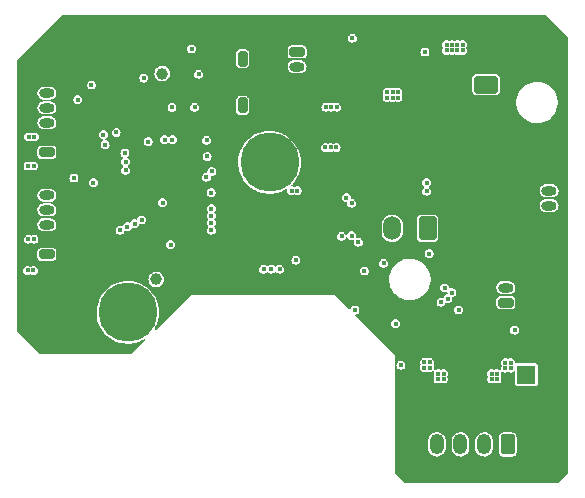
<source format=gbr>
%TF.GenerationSoftware,KiCad,Pcbnew,(6.0.6)*%
%TF.CreationDate,2022-07-03T12:41:07+08:00*%
%TF.ProjectId,Stealthburner_Toolhead_PCB,53746561-6c74-4686-9275-726e65725f54,rev?*%
%TF.SameCoordinates,Original*%
%TF.FileFunction,Copper,L3,Inr*%
%TF.FilePolarity,Positive*%
%FSLAX46Y46*%
G04 Gerber Fmt 4.6, Leading zero omitted, Abs format (unit mm)*
G04 Created by KiCad (PCBNEW (6.0.6)) date 2022-07-03 12:41:07*
%MOMM*%
%LPD*%
G01*
G04 APERTURE LIST*
G04 Aperture macros list*
%AMRoundRect*
0 Rectangle with rounded corners*
0 $1 Rounding radius*
0 $2 $3 $4 $5 $6 $7 $8 $9 X,Y pos of 4 corners*
0 Add a 4 corners polygon primitive as box body*
4,1,4,$2,$3,$4,$5,$6,$7,$8,$9,$2,$3,0*
0 Add four circle primitives for the rounded corners*
1,1,$1+$1,$2,$3*
1,1,$1+$1,$4,$5*
1,1,$1+$1,$6,$7*
1,1,$1+$1,$8,$9*
0 Add four rect primitives between the rounded corners*
20,1,$1+$1,$2,$3,$4,$5,0*
20,1,$1+$1,$4,$5,$6,$7,0*
20,1,$1+$1,$6,$7,$8,$9,0*
20,1,$1+$1,$8,$9,$2,$3,0*%
G04 Aperture macros list end*
%TA.AperFunction,ComponentPad*%
%ADD10RoundRect,0.200000X-0.200000X-0.450000X0.200000X-0.450000X0.200000X0.450000X-0.200000X0.450000X0*%
%TD*%
%TA.AperFunction,ComponentPad*%
%ADD11O,0.800000X1.300000*%
%TD*%
%TA.AperFunction,ComponentPad*%
%ADD12RoundRect,0.250001X0.499999X0.759999X-0.499999X0.759999X-0.499999X-0.759999X0.499999X-0.759999X0*%
%TD*%
%TA.AperFunction,ComponentPad*%
%ADD13O,1.500000X2.020000*%
%TD*%
%TA.AperFunction,ComponentPad*%
%ADD14RoundRect,0.200000X0.450000X-0.200000X0.450000X0.200000X-0.450000X0.200000X-0.450000X-0.200000X0*%
%TD*%
%TA.AperFunction,ComponentPad*%
%ADD15O,1.300000X0.800000*%
%TD*%
%TA.AperFunction,ComponentPad*%
%ADD16R,1.600000X1.600000*%
%TD*%
%TA.AperFunction,ComponentPad*%
%ADD17C,1.600000*%
%TD*%
%TA.AperFunction,ComponentPad*%
%ADD18C,1.000000*%
%TD*%
%TA.AperFunction,ComponentPad*%
%ADD19C,5.000000*%
%TD*%
%TA.AperFunction,ComponentPad*%
%ADD20RoundRect,0.200000X-0.450000X0.200000X-0.450000X-0.200000X0.450000X-0.200000X0.450000X0.200000X0*%
%TD*%
%TA.AperFunction,ComponentPad*%
%ADD21RoundRect,0.250001X-0.759999X0.499999X-0.759999X-0.499999X0.759999X-0.499999X0.759999X0.499999X0*%
%TD*%
%TA.AperFunction,ComponentPad*%
%ADD22O,2.020000X1.500000*%
%TD*%
%TA.AperFunction,ComponentPad*%
%ADD23RoundRect,0.250000X0.350000X0.625000X-0.350000X0.625000X-0.350000X-0.625000X0.350000X-0.625000X0*%
%TD*%
%TA.AperFunction,ComponentPad*%
%ADD24O,1.200000X1.750000*%
%TD*%
%TA.AperFunction,ViaPad*%
%ADD25C,0.450000*%
%TD*%
G04 APERTURE END LIST*
D10*
%TO.N,Net-(C13-Pad1)*%
%TO.C,J4*%
X119278400Y-103835200D03*
D11*
%TO.N,GND*%
X120528400Y-103835200D03*
%TD*%
D12*
%TO.N,Net-(J9-Pad1)*%
%TO.C,J9*%
X134951600Y-114241600D03*
D13*
%TO.N,+24V*%
X131951600Y-114241600D03*
%TD*%
D14*
%TO.N,Net-(J7-Pad1)*%
%TO.C,J7*%
X102710400Y-116444400D03*
D15*
%TO.N,GND*%
X102710400Y-115194400D03*
%TO.N,Net-(J7-Pad3)*%
X102710400Y-113944400D03*
%TO.N,Net-(D3-Pad2)*%
X102710400Y-112694400D03*
%TO.N,/FAN1_DET*%
X102710400Y-111444400D03*
%TD*%
D16*
%TO.N,+24V*%
%TO.C,C32*%
X143306800Y-126630421D03*
D17*
%TO.N,GND*%
X143306800Y-129130421D03*
%TD*%
D18*
%TO.N,Net-(J3-Pad1)*%
%TO.C,J3*%
X112471200Y-101142800D03*
%TD*%
D19*
%TO.N,unconnected-(H2-Pad1)*%
%TO.C,H2*%
X121564400Y-108661200D03*
%TD*%
D20*
%TO.N,+24V*%
%TO.C,J2*%
X123901200Y-99314000D03*
D15*
%TO.N,Net-(D2-Pad1)*%
X123901200Y-100564000D03*
%TO.N,GND*%
X123901200Y-101814000D03*
%TD*%
D14*
%TO.N,+5V*%
%TO.C,J8*%
X141572400Y-120528400D03*
D15*
%TO.N,Net-(J8-Pad2)*%
X141572400Y-119278400D03*
%TO.N,GND*%
X141572400Y-118028400D03*
%TD*%
D19*
%TO.N,unconnected-(H1-Pad1)*%
%TO.C,H1*%
X109575600Y-121361200D03*
%TD*%
D18*
%TO.N,/RUN*%
%TO.C,TP1*%
X111963200Y-118567200D03*
%TD*%
D14*
%TO.N,Net-(J10-Pad1)*%
%TO.C,J10*%
X102717600Y-107797600D03*
D15*
%TO.N,GND*%
X102717600Y-106547600D03*
%TO.N,Net-(J10-Pad3)*%
X102717600Y-105297600D03*
%TO.N,Net-(D5-Pad2)*%
X102717600Y-104047600D03*
%TO.N,/FAN2_DET*%
X102717600Y-102797600D03*
%TD*%
D14*
%TO.N,GND*%
%TO.C,J5*%
X145230000Y-113568800D03*
D15*
%TO.N,Net-(J5-Pad2)*%
X145230000Y-112318800D03*
%TO.N,Net-(J5-Pad3)*%
X145230000Y-111068800D03*
%TD*%
D21*
%TO.N,+24V*%
%TO.C,J1*%
X139895600Y-102081200D03*
D22*
%TO.N,GND*%
X139895600Y-105081200D03*
%TD*%
D10*
%TO.N,Net-(C17-Pad1)*%
%TO.C,J6*%
X119278400Y-99872800D03*
D11*
%TO.N,GND*%
X120528400Y-99872800D03*
%TD*%
D23*
%TO.N,/E-A2*%
%TO.C,J12*%
X141734800Y-132546000D03*
D24*
%TO.N,/E-A1*%
X139734800Y-132546000D03*
%TO.N,/E-B1*%
X137734800Y-132546000D03*
%TO.N,/E-B2*%
X135734800Y-132546000D03*
%TD*%
D25*
%TO.N,+24V*%
X135839200Y-127000000D03*
X137007600Y-98704400D03*
X137007600Y-99187000D03*
X132232400Y-122326400D03*
X137464800Y-98704400D03*
X140817600Y-126542800D03*
X137922000Y-98704400D03*
X101168200Y-106502200D03*
X101625400Y-115163600D03*
X140360400Y-127000000D03*
X140360400Y-126542800D03*
X136296400Y-127000000D03*
X136550400Y-98704400D03*
X137464800Y-99187000D03*
X140817600Y-127000000D03*
X135839200Y-126542800D03*
X136550400Y-99187000D03*
X137922000Y-99187000D03*
X101142800Y-115163600D03*
X136296400Y-126542800D03*
X101650800Y-106502200D03*
%TO.N,GND*%
X130048000Y-96875600D03*
X145389600Y-129540000D03*
X137007600Y-125577600D03*
X137668000Y-124942600D03*
X123850400Y-106781600D03*
X144627600Y-106883200D03*
X112217200Y-109778800D03*
X128371600Y-105410000D03*
X144983200Y-133807200D03*
X137668000Y-123621800D03*
X138988800Y-124942600D03*
X139649200Y-124282200D03*
X138988800Y-123621800D03*
X101498400Y-112725200D03*
X113030000Y-110591600D03*
X138328400Y-122961400D03*
X112572800Y-99060000D03*
X144881600Y-129032000D03*
X137007600Y-124942600D03*
X111353600Y-96621600D03*
X144881600Y-128524000D03*
X110591600Y-108966000D03*
X110591600Y-109778800D03*
X137668000Y-125577600D03*
X137007600Y-122961400D03*
X133426200Y-128752600D03*
X145542000Y-133807200D03*
X107492800Y-113893600D03*
X130657600Y-96875600D03*
X118059200Y-103225600D03*
X101549200Y-102666800D03*
X126288800Y-111201200D03*
X120396000Y-113436400D03*
X112979200Y-99415600D03*
X143560800Y-122783600D03*
X123037600Y-113436400D03*
X113487200Y-101701600D03*
X138379200Y-119786400D03*
X133426200Y-128244600D03*
X112217200Y-108966000D03*
X107645200Y-99060000D03*
X111404400Y-110591600D03*
X114198400Y-109016800D03*
X110591600Y-110591600D03*
X139649200Y-125577600D03*
X138328400Y-125577600D03*
X143510000Y-106883200D03*
X133299200Y-100584000D03*
X135788400Y-110845600D03*
X137007600Y-124282200D03*
X133934200Y-128752600D03*
X133934200Y-128244600D03*
X105664000Y-115519200D03*
X129489200Y-108813600D03*
X107492800Y-112776000D03*
X111404400Y-108153200D03*
X145999200Y-114858800D03*
X115011200Y-112674400D03*
X142544800Y-99872800D03*
X133299200Y-101142800D03*
X122377200Y-113436400D03*
X112217200Y-110591600D03*
X113030000Y-109778800D03*
X112217200Y-108153200D03*
X113030000Y-108966000D03*
X118059200Y-102666800D03*
X121056400Y-113436400D03*
X145186400Y-106883200D03*
X121716800Y-113436400D03*
X111404400Y-108966000D03*
X101549200Y-103733600D03*
X144068800Y-106883200D03*
X101498400Y-112217200D03*
X128930400Y-108813600D03*
X137007600Y-123621800D03*
X105613200Y-107137200D03*
X128981200Y-118110000D03*
X107492800Y-113334800D03*
X114046000Y-101701600D03*
X133299200Y-100025200D03*
X107086400Y-99060000D03*
X128930400Y-105410000D03*
X142951200Y-106883200D03*
X114604800Y-101701600D03*
X128371600Y-108813600D03*
X111404400Y-109778800D03*
X133426200Y-127736600D03*
X105664000Y-114401600D03*
X144881600Y-129540000D03*
X136245600Y-117754400D03*
X123494800Y-106426000D03*
X110591600Y-108153200D03*
X111810800Y-102108000D03*
X129438400Y-96875600D03*
X138988800Y-124282200D03*
X138988800Y-125577600D03*
X108204000Y-99060000D03*
X139649200Y-123621800D03*
X105664000Y-114960400D03*
X101549200Y-103225600D03*
X109626400Y-100380800D03*
X139649200Y-122961400D03*
X133934200Y-127736600D03*
X144881600Y-114858800D03*
X145389600Y-128524000D03*
X118059200Y-102158800D03*
X132842000Y-109626400D03*
X137668000Y-124282200D03*
X113030000Y-108153200D03*
X138328400Y-124282200D03*
X142544800Y-100431600D03*
X138328400Y-123621800D03*
X137668000Y-122961400D03*
X138328400Y-124942600D03*
X115366800Y-105003600D03*
X145440400Y-114858800D03*
X133350000Y-109626400D03*
X139649200Y-124942600D03*
X105613200Y-106578400D03*
X145389600Y-129032000D03*
X133858000Y-109626400D03*
X114503200Y-116636800D03*
X101498400Y-113233200D03*
X138988800Y-122961400D03*
X142544800Y-99314000D03*
X113436400Y-116789200D03*
%TO.N,+12V*%
X134721600Y-99314000D03*
X132435600Y-103174800D03*
X131978400Y-103174800D03*
X101574600Y-117805200D03*
X131521200Y-102717600D03*
X101092000Y-117805200D03*
X132435600Y-102717600D03*
X101600000Y-108966000D03*
X131521200Y-103174800D03*
X131978400Y-102717600D03*
X101117400Y-108966000D03*
%TO.N,+5V*%
X126746000Y-107391200D03*
X126288800Y-107391200D03*
X108585000Y-106121200D03*
X127203200Y-107391200D03*
%TO.N,+1V1*%
X112522000Y-112064800D03*
X111285427Y-106902277D03*
%TO.N,/FAN1_DET*%
X105003600Y-109982000D03*
%TO.N,/D+*%
X134874000Y-111099600D03*
X112674400Y-106730800D03*
%TO.N,/D-*%
X113334800Y-106745381D03*
X134874000Y-110388400D03*
%TO.N,/NEO*%
X136396000Y-119280400D03*
X116211661Y-109911035D03*
%TO.N,/FAN1_PWM*%
X107641673Y-107162600D03*
%TO.N,/FORCE+*%
X123799600Y-116941600D03*
%TO.N,/RTDIN+*%
X122428000Y-117703600D03*
%TO.N,/PROBE*%
X116281200Y-108153200D03*
X128574800Y-98145600D03*
%TO.N,/E-EN*%
X108915200Y-114401600D03*
X132689600Y-125831600D03*
%TO.N,/E-STEP*%
X110134400Y-113842800D03*
X136675951Y-120201243D03*
%TO.N,/E-DIR*%
X137007600Y-119684800D03*
X110744000Y-113538000D03*
%TO.N,/UART*%
X109524800Y-114096800D03*
X136093200Y-120497600D03*
%TO.N,/IIC0_SDA*%
X109372400Y-108610400D03*
X128066800Y-111658400D03*
%TO.N,/IIC0_SCL*%
X128524000Y-112115600D03*
X109372400Y-109321600D03*
%TO.N,/SPI0_MISO*%
X116636800Y-114401600D03*
X129590800Y-117856000D03*
%TO.N,/SPI0_CS1*%
X116636800Y-113792000D03*
%TO.N,/SPI0_CLK*%
X131216400Y-117195600D03*
X116636800Y-113182400D03*
%TO.N,/SPI0_MOSI*%
X116636800Y-112572800D03*
X129082800Y-115417600D03*
%TO.N,/E-B2*%
X134670800Y-126034800D03*
X135128000Y-126034800D03*
X134670800Y-125577600D03*
X135128000Y-125577600D03*
%TO.N,/E-A2*%
X141528800Y-126085600D03*
X141986000Y-126085600D03*
X141528800Y-125628400D03*
X141986000Y-125628400D03*
%TO.N,/RTDIN-*%
X121716800Y-117703600D03*
%TO.N,/FORCE-*%
X121056400Y-117703600D03*
%TO.N,/FAN2_DET*%
X105333800Y-103352600D03*
%TO.N,/FAN2_PWM*%
X109321600Y-107873800D03*
%TO.N,/HE*%
X135077200Y-116382800D03*
X116687600Y-109423200D03*
%TO.N,/NTC*%
X116230400Y-106781600D03*
X114960400Y-99060000D03*
%TO.N,/SPI0_CS2*%
X127660400Y-114909600D03*
X116621374Y-111234152D03*
%TO.N,+3V3*%
X106645075Y-110372525D03*
X126337997Y-103986478D03*
X128795431Y-121151326D03*
X110923200Y-101522400D03*
X126795197Y-103986478D03*
X123444000Y-111048800D03*
X107506800Y-106310400D03*
X127252397Y-103986478D03*
X128524000Y-114858800D03*
X113309400Y-104013000D03*
X137566400Y-121158000D03*
X115570000Y-101193600D03*
X113182400Y-115620800D03*
X142316200Y-122859800D03*
X106476800Y-102108000D03*
X123901200Y-111048800D03*
X115214400Y-103987600D03*
%TD*%
%TA.AperFunction,Conductor*%
%TO.N,GND*%
G36*
X144954575Y-96167813D02*
G01*
X144959335Y-96172174D01*
X146827826Y-98040665D01*
X146849218Y-98086541D01*
X146849500Y-98092991D01*
X146849500Y-134907009D01*
X146832187Y-134954575D01*
X146827826Y-134959335D01*
X145959335Y-135827826D01*
X145913459Y-135849218D01*
X145907009Y-135849500D01*
X133092991Y-135849500D01*
X133045425Y-135832187D01*
X133040665Y-135827826D01*
X132172174Y-134959335D01*
X132150782Y-134913459D01*
X132150500Y-134907009D01*
X132150500Y-132864822D01*
X134984300Y-132864822D01*
X134984548Y-132866947D01*
X134984548Y-132866951D01*
X134989696Y-132911105D01*
X134999457Y-132994828D01*
X135000924Y-132998869D01*
X135000924Y-132998870D01*
X135033355Y-133088214D01*
X135059169Y-133159331D01*
X135155123Y-133305685D01*
X135158247Y-133308644D01*
X135279052Y-133423085D01*
X135279055Y-133423087D01*
X135282172Y-133426040D01*
X135285883Y-133428196D01*
X135285885Y-133428197D01*
X135366110Y-133474795D01*
X135433502Y-133513939D01*
X135600993Y-133564667D01*
X135605280Y-133564933D01*
X135771368Y-133575237D01*
X135771371Y-133575237D01*
X135775662Y-133575503D01*
X135948140Y-133545866D01*
X136109173Y-133477346D01*
X136112637Y-133474797D01*
X136112640Y-133474795D01*
X136246665Y-133376163D01*
X136246667Y-133376161D01*
X136250124Y-133373617D01*
X136363432Y-133240245D01*
X136443019Y-133084384D01*
X136484615Y-132914394D01*
X136485300Y-132903352D01*
X136485300Y-132864822D01*
X136984300Y-132864822D01*
X136984548Y-132866947D01*
X136984548Y-132866951D01*
X136989696Y-132911105D01*
X136999457Y-132994828D01*
X137000924Y-132998869D01*
X137000924Y-132998870D01*
X137033355Y-133088214D01*
X137059169Y-133159331D01*
X137155123Y-133305685D01*
X137158247Y-133308644D01*
X137279052Y-133423085D01*
X137279055Y-133423087D01*
X137282172Y-133426040D01*
X137285883Y-133428196D01*
X137285885Y-133428197D01*
X137366110Y-133474795D01*
X137433502Y-133513939D01*
X137600993Y-133564667D01*
X137605280Y-133564933D01*
X137771368Y-133575237D01*
X137771371Y-133575237D01*
X137775662Y-133575503D01*
X137948140Y-133545866D01*
X138109173Y-133477346D01*
X138112637Y-133474797D01*
X138112640Y-133474795D01*
X138246665Y-133376163D01*
X138246667Y-133376161D01*
X138250124Y-133373617D01*
X138363432Y-133240245D01*
X138443019Y-133084384D01*
X138484615Y-132914394D01*
X138485300Y-132903352D01*
X138485300Y-132864822D01*
X138984300Y-132864822D01*
X138984548Y-132866947D01*
X138984548Y-132866951D01*
X138989696Y-132911105D01*
X138999457Y-132994828D01*
X139000924Y-132998869D01*
X139000924Y-132998870D01*
X139033355Y-133088214D01*
X139059169Y-133159331D01*
X139155123Y-133305685D01*
X139158247Y-133308644D01*
X139279052Y-133423085D01*
X139279055Y-133423087D01*
X139282172Y-133426040D01*
X139285883Y-133428196D01*
X139285885Y-133428197D01*
X139366110Y-133474795D01*
X139433502Y-133513939D01*
X139600993Y-133564667D01*
X139605280Y-133564933D01*
X139771368Y-133575237D01*
X139771371Y-133575237D01*
X139775662Y-133575503D01*
X139948140Y-133545866D01*
X140109173Y-133477346D01*
X140112637Y-133474797D01*
X140112640Y-133474795D01*
X140246665Y-133376163D01*
X140246667Y-133376161D01*
X140250124Y-133373617D01*
X140363432Y-133240245D01*
X140443019Y-133084384D01*
X140484615Y-132914394D01*
X140485300Y-132903352D01*
X140485300Y-132227178D01*
X140480677Y-132187520D01*
X140470641Y-132101443D01*
X140470143Y-132097172D01*
X140437636Y-132007616D01*
X140411900Y-131936715D01*
X140411899Y-131936712D01*
X140410431Y-131932669D01*
X140382116Y-131889481D01*
X140984300Y-131889481D01*
X140984301Y-133202518D01*
X140999154Y-133296304D01*
X141003934Y-133305685D01*
X141054104Y-133404150D01*
X141054106Y-133404152D01*
X141056750Y-133409342D01*
X141146458Y-133499050D01*
X141151648Y-133501694D01*
X141151650Y-133501696D01*
X141254302Y-133554000D01*
X141254305Y-133554001D01*
X141259496Y-133556646D01*
X141265248Y-133557557D01*
X141265251Y-133557558D01*
X141350402Y-133571044D01*
X141353281Y-133571500D01*
X141734800Y-133571500D01*
X142116318Y-133571499D01*
X142119190Y-133571044D01*
X142119192Y-133571044D01*
X142150890Y-133566024D01*
X142210104Y-133556646D01*
X142266623Y-133527848D01*
X142317950Y-133501696D01*
X142317952Y-133501694D01*
X142323142Y-133499050D01*
X142412850Y-133409342D01*
X142415494Y-133404152D01*
X142415496Y-133404150D01*
X142467800Y-133301498D01*
X142467801Y-133301495D01*
X142470446Y-133296304D01*
X142471357Y-133290552D01*
X142471358Y-133290549D01*
X142484845Y-133205392D01*
X142485300Y-133202519D01*
X142485299Y-131889482D01*
X142470446Y-131795696D01*
X142429756Y-131715837D01*
X142415496Y-131687850D01*
X142415494Y-131687848D01*
X142412850Y-131682658D01*
X142323142Y-131592950D01*
X142317952Y-131590306D01*
X142317950Y-131590304D01*
X142215298Y-131538000D01*
X142215295Y-131537999D01*
X142210104Y-131535354D01*
X142204352Y-131534443D01*
X142204349Y-131534442D01*
X142119192Y-131520955D01*
X142116319Y-131520500D01*
X142113410Y-131520500D01*
X141734801Y-131520501D01*
X141353282Y-131520501D01*
X141350410Y-131520956D01*
X141350408Y-131520956D01*
X141318710Y-131525976D01*
X141259496Y-131535354D01*
X141202977Y-131564152D01*
X141151650Y-131590304D01*
X141151648Y-131590306D01*
X141146458Y-131592950D01*
X141056750Y-131682658D01*
X141054106Y-131687848D01*
X141054104Y-131687850D01*
X141002101Y-131789912D01*
X140999154Y-131795696D01*
X140998243Y-131801448D01*
X140998242Y-131801451D01*
X140990794Y-131848479D01*
X140984300Y-131889481D01*
X140382116Y-131889481D01*
X140314477Y-131786315D01*
X140240079Y-131715837D01*
X140190548Y-131668915D01*
X140190545Y-131668913D01*
X140187428Y-131665960D01*
X140183717Y-131663804D01*
X140183715Y-131663803D01*
X140039813Y-131580219D01*
X140039814Y-131580219D01*
X140036098Y-131578061D01*
X139868607Y-131527333D01*
X139864320Y-131527067D01*
X139698232Y-131516763D01*
X139698229Y-131516763D01*
X139693938Y-131516497D01*
X139521460Y-131546134D01*
X139360427Y-131614654D01*
X139356963Y-131617203D01*
X139356960Y-131617205D01*
X139222935Y-131715837D01*
X139222933Y-131715839D01*
X139219476Y-131718383D01*
X139106168Y-131851755D01*
X139026581Y-132007616D01*
X138984985Y-132177606D01*
X138984300Y-132188648D01*
X138984300Y-132864822D01*
X138485300Y-132864822D01*
X138485300Y-132227178D01*
X138480677Y-132187520D01*
X138470641Y-132101443D01*
X138470143Y-132097172D01*
X138437636Y-132007616D01*
X138411900Y-131936715D01*
X138411899Y-131936712D01*
X138410431Y-131932669D01*
X138314477Y-131786315D01*
X138240079Y-131715837D01*
X138190548Y-131668915D01*
X138190545Y-131668913D01*
X138187428Y-131665960D01*
X138183717Y-131663804D01*
X138183715Y-131663803D01*
X138039813Y-131580219D01*
X138039814Y-131580219D01*
X138036098Y-131578061D01*
X137868607Y-131527333D01*
X137864320Y-131527067D01*
X137698232Y-131516763D01*
X137698229Y-131516763D01*
X137693938Y-131516497D01*
X137521460Y-131546134D01*
X137360427Y-131614654D01*
X137356963Y-131617203D01*
X137356960Y-131617205D01*
X137222935Y-131715837D01*
X137222933Y-131715839D01*
X137219476Y-131718383D01*
X137106168Y-131851755D01*
X137026581Y-132007616D01*
X136984985Y-132177606D01*
X136984300Y-132188648D01*
X136984300Y-132864822D01*
X136485300Y-132864822D01*
X136485300Y-132227178D01*
X136480677Y-132187520D01*
X136470641Y-132101443D01*
X136470143Y-132097172D01*
X136437636Y-132007616D01*
X136411900Y-131936715D01*
X136411899Y-131936712D01*
X136410431Y-131932669D01*
X136314477Y-131786315D01*
X136240079Y-131715837D01*
X136190548Y-131668915D01*
X136190545Y-131668913D01*
X136187428Y-131665960D01*
X136183717Y-131663804D01*
X136183715Y-131663803D01*
X136039813Y-131580219D01*
X136039814Y-131580219D01*
X136036098Y-131578061D01*
X135868607Y-131527333D01*
X135864320Y-131527067D01*
X135698232Y-131516763D01*
X135698229Y-131516763D01*
X135693938Y-131516497D01*
X135521460Y-131546134D01*
X135360427Y-131614654D01*
X135356963Y-131617203D01*
X135356960Y-131617205D01*
X135222935Y-131715837D01*
X135222933Y-131715839D01*
X135219476Y-131718383D01*
X135106168Y-131851755D01*
X135026581Y-132007616D01*
X134984985Y-132177606D01*
X134984300Y-132188648D01*
X134984300Y-132864822D01*
X132150500Y-132864822D01*
X132150500Y-125831600D01*
X132309419Y-125831600D01*
X132310330Y-125837352D01*
X132327114Y-125943327D01*
X132327115Y-125943330D01*
X132328026Y-125949082D01*
X132330671Y-125954273D01*
X132330672Y-125954276D01*
X132379381Y-126049873D01*
X132379383Y-126049876D01*
X132382027Y-126055065D01*
X132466135Y-126139173D01*
X132471324Y-126141817D01*
X132471327Y-126141819D01*
X132566924Y-126190528D01*
X132566927Y-126190529D01*
X132572118Y-126193174D01*
X132577870Y-126194085D01*
X132577873Y-126194086D01*
X132683848Y-126210870D01*
X132689600Y-126211781D01*
X132695352Y-126210870D01*
X132801327Y-126194086D01*
X132801330Y-126194085D01*
X132807082Y-126193174D01*
X132812273Y-126190529D01*
X132812276Y-126190528D01*
X132907873Y-126141819D01*
X132907876Y-126141817D01*
X132913065Y-126139173D01*
X132997173Y-126055065D01*
X132999817Y-126049876D01*
X132999819Y-126049873D01*
X133007499Y-126034800D01*
X134290619Y-126034800D01*
X134291530Y-126040552D01*
X134308314Y-126146527D01*
X134308315Y-126146530D01*
X134309226Y-126152282D01*
X134311870Y-126157471D01*
X134311872Y-126157476D01*
X134360581Y-126253073D01*
X134360583Y-126253076D01*
X134363227Y-126258265D01*
X134447335Y-126342373D01*
X134452524Y-126345017D01*
X134452527Y-126345019D01*
X134548124Y-126393728D01*
X134548127Y-126393729D01*
X134553318Y-126396374D01*
X134559070Y-126397285D01*
X134559073Y-126397286D01*
X134665048Y-126414070D01*
X134670800Y-126414981D01*
X134676552Y-126414070D01*
X134782527Y-126397286D01*
X134782530Y-126397285D01*
X134788282Y-126396374D01*
X134793473Y-126393729D01*
X134793476Y-126393728D01*
X134865805Y-126356874D01*
X134916046Y-126350705D01*
X134932995Y-126356874D01*
X135005324Y-126393728D01*
X135005327Y-126393729D01*
X135010518Y-126396374D01*
X135016270Y-126397285D01*
X135016273Y-126397286D01*
X135122248Y-126414070D01*
X135128000Y-126414981D01*
X135133752Y-126414070D01*
X135239727Y-126397286D01*
X135239730Y-126397285D01*
X135245482Y-126396374D01*
X135250673Y-126393729D01*
X135250676Y-126393728D01*
X135346273Y-126345019D01*
X135346276Y-126345017D01*
X135351465Y-126342373D01*
X135364482Y-126329356D01*
X135410358Y-126307964D01*
X135459253Y-126321065D01*
X135488287Y-126362529D01*
X135482743Y-126415275D01*
X135477626Y-126425318D01*
X135476715Y-126431070D01*
X135476714Y-126431073D01*
X135471217Y-126465781D01*
X135459019Y-126542800D01*
X135459930Y-126548552D01*
X135476714Y-126654527D01*
X135476715Y-126654530D01*
X135477626Y-126660282D01*
X135480271Y-126665473D01*
X135480272Y-126665476D01*
X135517126Y-126737805D01*
X135523295Y-126788046D01*
X135517126Y-126804994D01*
X135477626Y-126882518D01*
X135476715Y-126888270D01*
X135476714Y-126888273D01*
X135459930Y-126994248D01*
X135459019Y-127000000D01*
X135459930Y-127005752D01*
X135476714Y-127111727D01*
X135476715Y-127111730D01*
X135477626Y-127117482D01*
X135480271Y-127122673D01*
X135480272Y-127122676D01*
X135528981Y-127218273D01*
X135528983Y-127218276D01*
X135531627Y-127223465D01*
X135615735Y-127307573D01*
X135620924Y-127310217D01*
X135620927Y-127310219D01*
X135716524Y-127358928D01*
X135716527Y-127358929D01*
X135721718Y-127361574D01*
X135727470Y-127362485D01*
X135727473Y-127362486D01*
X135833448Y-127379270D01*
X135839200Y-127380181D01*
X135844952Y-127379270D01*
X135950927Y-127362486D01*
X135950930Y-127362485D01*
X135956682Y-127361574D01*
X135961873Y-127358929D01*
X135961876Y-127358928D01*
X136034205Y-127322074D01*
X136084446Y-127315905D01*
X136101395Y-127322074D01*
X136173724Y-127358928D01*
X136173727Y-127358929D01*
X136178918Y-127361574D01*
X136184670Y-127362485D01*
X136184673Y-127362486D01*
X136290648Y-127379270D01*
X136296400Y-127380181D01*
X136302152Y-127379270D01*
X136408127Y-127362486D01*
X136408130Y-127362485D01*
X136413882Y-127361574D01*
X136419073Y-127358929D01*
X136419076Y-127358928D01*
X136514673Y-127310219D01*
X136514676Y-127310217D01*
X136519865Y-127307573D01*
X136603973Y-127223465D01*
X136606617Y-127218276D01*
X136606619Y-127218273D01*
X136655328Y-127122676D01*
X136655329Y-127122673D01*
X136657974Y-127117482D01*
X136658885Y-127111730D01*
X136658886Y-127111727D01*
X136675670Y-127005752D01*
X136676581Y-127000000D01*
X139980219Y-127000000D01*
X139981130Y-127005752D01*
X139997914Y-127111727D01*
X139997915Y-127111730D01*
X139998826Y-127117482D01*
X140001471Y-127122673D01*
X140001472Y-127122676D01*
X140050181Y-127218273D01*
X140050183Y-127218276D01*
X140052827Y-127223465D01*
X140136935Y-127307573D01*
X140142124Y-127310217D01*
X140142127Y-127310219D01*
X140237724Y-127358928D01*
X140237727Y-127358929D01*
X140242918Y-127361574D01*
X140248670Y-127362485D01*
X140248673Y-127362486D01*
X140354648Y-127379270D01*
X140360400Y-127380181D01*
X140366152Y-127379270D01*
X140472127Y-127362486D01*
X140472130Y-127362485D01*
X140477882Y-127361574D01*
X140483073Y-127358929D01*
X140483076Y-127358928D01*
X140555405Y-127322074D01*
X140605646Y-127315905D01*
X140622595Y-127322074D01*
X140694924Y-127358928D01*
X140694927Y-127358929D01*
X140700118Y-127361574D01*
X140705870Y-127362485D01*
X140705873Y-127362486D01*
X140811848Y-127379270D01*
X140817600Y-127380181D01*
X140823352Y-127379270D01*
X140929327Y-127362486D01*
X140929330Y-127362485D01*
X140935082Y-127361574D01*
X140940273Y-127358929D01*
X140940276Y-127358928D01*
X141035873Y-127310219D01*
X141035876Y-127310217D01*
X141041065Y-127307573D01*
X141125173Y-127223465D01*
X141127817Y-127218276D01*
X141127819Y-127218273D01*
X141176528Y-127122676D01*
X141176529Y-127122673D01*
X141179174Y-127117482D01*
X141180085Y-127111730D01*
X141180086Y-127111727D01*
X141196870Y-127005752D01*
X141197781Y-127000000D01*
X141196870Y-126994248D01*
X141180086Y-126888273D01*
X141180085Y-126888270D01*
X141179174Y-126882518D01*
X141139674Y-126804995D01*
X141133505Y-126754754D01*
X141139674Y-126737805D01*
X141176528Y-126665476D01*
X141176529Y-126665473D01*
X141179174Y-126660282D01*
X141180085Y-126654530D01*
X141180086Y-126654527D01*
X141196870Y-126548552D01*
X141197781Y-126542800D01*
X141185583Y-126465781D01*
X141184761Y-126460592D01*
X141194420Y-126410903D01*
X141233758Y-126379047D01*
X141284370Y-126379931D01*
X141301267Y-126389105D01*
X141305335Y-126393173D01*
X141310524Y-126395817D01*
X141310527Y-126395819D01*
X141406124Y-126444528D01*
X141406127Y-126444529D01*
X141411318Y-126447174D01*
X141417070Y-126448085D01*
X141417073Y-126448086D01*
X141523048Y-126464870D01*
X141528800Y-126465781D01*
X141534552Y-126464870D01*
X141640527Y-126448086D01*
X141640530Y-126448085D01*
X141646282Y-126447174D01*
X141651473Y-126444529D01*
X141651476Y-126444528D01*
X141723805Y-126407674D01*
X141774046Y-126401505D01*
X141790995Y-126407674D01*
X141863324Y-126444528D01*
X141863327Y-126444529D01*
X141868518Y-126447174D01*
X141874270Y-126448085D01*
X141874273Y-126448086D01*
X141980248Y-126464870D01*
X141986000Y-126465781D01*
X141991752Y-126464870D01*
X142097727Y-126448086D01*
X142097730Y-126448085D01*
X142103482Y-126447174D01*
X142108673Y-126444529D01*
X142108676Y-126444528D01*
X142204273Y-126395819D01*
X142204276Y-126395817D01*
X142209465Y-126393173D01*
X142229974Y-126372664D01*
X142275850Y-126351272D01*
X142324745Y-126364373D01*
X142353779Y-126405837D01*
X142356300Y-126424990D01*
X142356300Y-127445241D01*
X142365033Y-127489143D01*
X142398296Y-127538925D01*
X142448078Y-127572188D01*
X142455224Y-127573609D01*
X142455225Y-127573610D01*
X142488410Y-127580211D01*
X142488411Y-127580211D01*
X142491980Y-127580921D01*
X144121620Y-127580921D01*
X144125189Y-127580211D01*
X144125190Y-127580211D01*
X144158375Y-127573610D01*
X144158376Y-127573609D01*
X144165522Y-127572188D01*
X144215304Y-127538925D01*
X144248567Y-127489143D01*
X144257300Y-127445241D01*
X144257300Y-125815601D01*
X144256590Y-125812031D01*
X144249989Y-125778846D01*
X144249988Y-125778845D01*
X144248567Y-125771699D01*
X144215304Y-125721917D01*
X144165522Y-125688654D01*
X144158376Y-125687233D01*
X144158375Y-125687232D01*
X144125190Y-125680631D01*
X144125189Y-125680631D01*
X144121620Y-125679921D01*
X142491980Y-125679921D01*
X142488411Y-125680631D01*
X142488410Y-125680631D01*
X142453420Y-125687591D01*
X142403390Y-125679891D01*
X142370014Y-125641833D01*
X142365894Y-125626589D01*
X142348486Y-125516673D01*
X142348485Y-125516670D01*
X142347574Y-125510918D01*
X142328087Y-125472672D01*
X142296219Y-125410127D01*
X142296217Y-125410124D01*
X142293573Y-125404935D01*
X142209465Y-125320827D01*
X142204276Y-125318183D01*
X142204273Y-125318181D01*
X142108676Y-125269472D01*
X142108673Y-125269471D01*
X142103482Y-125266826D01*
X142097730Y-125265915D01*
X142097727Y-125265914D01*
X141991752Y-125249130D01*
X141986000Y-125248219D01*
X141980248Y-125249130D01*
X141874273Y-125265914D01*
X141874270Y-125265915D01*
X141868518Y-125266826D01*
X141863327Y-125269471D01*
X141863324Y-125269472D01*
X141790995Y-125306326D01*
X141740754Y-125312495D01*
X141723805Y-125306326D01*
X141651476Y-125269472D01*
X141651473Y-125269471D01*
X141646282Y-125266826D01*
X141640530Y-125265915D01*
X141640527Y-125265914D01*
X141534552Y-125249130D01*
X141528800Y-125248219D01*
X141523048Y-125249130D01*
X141417073Y-125265914D01*
X141417070Y-125265915D01*
X141411318Y-125266826D01*
X141406127Y-125269471D01*
X141406124Y-125269472D01*
X141310527Y-125318181D01*
X141310524Y-125318183D01*
X141305335Y-125320827D01*
X141221227Y-125404935D01*
X141218583Y-125410124D01*
X141218581Y-125410127D01*
X141186713Y-125472672D01*
X141167226Y-125510918D01*
X141166315Y-125516670D01*
X141166314Y-125516673D01*
X141164497Y-125528146D01*
X141148619Y-125628400D01*
X141149530Y-125634152D01*
X141166314Y-125740127D01*
X141166315Y-125740130D01*
X141167226Y-125745882D01*
X141169871Y-125751073D01*
X141169872Y-125751076D01*
X141206726Y-125823405D01*
X141212895Y-125873646D01*
X141206726Y-125890595D01*
X141174279Y-125954276D01*
X141167226Y-125968118D01*
X141166315Y-125973870D01*
X141166314Y-125973873D01*
X141153455Y-126055065D01*
X141148619Y-126085600D01*
X141149530Y-126091352D01*
X141161639Y-126167808D01*
X141151980Y-126217497D01*
X141112642Y-126249353D01*
X141062030Y-126248469D01*
X141045133Y-126239295D01*
X141041065Y-126235227D01*
X141035876Y-126232583D01*
X141035873Y-126232581D01*
X140940276Y-126183872D01*
X140940273Y-126183871D01*
X140935082Y-126181226D01*
X140929330Y-126180315D01*
X140929327Y-126180314D01*
X140823352Y-126163530D01*
X140817600Y-126162619D01*
X140811848Y-126163530D01*
X140705873Y-126180314D01*
X140705870Y-126180315D01*
X140700118Y-126181226D01*
X140694927Y-126183871D01*
X140694924Y-126183872D01*
X140622595Y-126220726D01*
X140572354Y-126226895D01*
X140555405Y-126220726D01*
X140483076Y-126183872D01*
X140483073Y-126183871D01*
X140477882Y-126181226D01*
X140472130Y-126180315D01*
X140472127Y-126180314D01*
X140366152Y-126163530D01*
X140360400Y-126162619D01*
X140354648Y-126163530D01*
X140248673Y-126180314D01*
X140248670Y-126180315D01*
X140242918Y-126181226D01*
X140237727Y-126183871D01*
X140237724Y-126183872D01*
X140142127Y-126232581D01*
X140142124Y-126232583D01*
X140136935Y-126235227D01*
X140052827Y-126319335D01*
X140050183Y-126324524D01*
X140050181Y-126324527D01*
X140003942Y-126415277D01*
X139998826Y-126425318D01*
X139997915Y-126431070D01*
X139997914Y-126431073D01*
X139992417Y-126465781D01*
X139980219Y-126542800D01*
X139981130Y-126548552D01*
X139997914Y-126654527D01*
X139997915Y-126654530D01*
X139998826Y-126660282D01*
X140001471Y-126665473D01*
X140001472Y-126665476D01*
X140038326Y-126737805D01*
X140044495Y-126788046D01*
X140038326Y-126804994D01*
X139998826Y-126882518D01*
X139997915Y-126888270D01*
X139997914Y-126888273D01*
X139981130Y-126994248D01*
X139980219Y-127000000D01*
X136676581Y-127000000D01*
X136675670Y-126994248D01*
X136658886Y-126888273D01*
X136658885Y-126888270D01*
X136657974Y-126882518D01*
X136618474Y-126804995D01*
X136612305Y-126754754D01*
X136618474Y-126737805D01*
X136655328Y-126665476D01*
X136655329Y-126665473D01*
X136657974Y-126660282D01*
X136658885Y-126654530D01*
X136658886Y-126654527D01*
X136675670Y-126548552D01*
X136676581Y-126542800D01*
X136664383Y-126465781D01*
X136658886Y-126431073D01*
X136658885Y-126431070D01*
X136657974Y-126425318D01*
X136652858Y-126415277D01*
X136606619Y-126324527D01*
X136606617Y-126324524D01*
X136603973Y-126319335D01*
X136519865Y-126235227D01*
X136514676Y-126232583D01*
X136514673Y-126232581D01*
X136419076Y-126183872D01*
X136419073Y-126183871D01*
X136413882Y-126181226D01*
X136408130Y-126180315D01*
X136408127Y-126180314D01*
X136302152Y-126163530D01*
X136296400Y-126162619D01*
X136290648Y-126163530D01*
X136184673Y-126180314D01*
X136184670Y-126180315D01*
X136178918Y-126181226D01*
X136173727Y-126183871D01*
X136173724Y-126183872D01*
X136101395Y-126220726D01*
X136051154Y-126226895D01*
X136034205Y-126220726D01*
X135961876Y-126183872D01*
X135961873Y-126183871D01*
X135956682Y-126181226D01*
X135950930Y-126180315D01*
X135950927Y-126180314D01*
X135844952Y-126163530D01*
X135839200Y-126162619D01*
X135833448Y-126163530D01*
X135727473Y-126180314D01*
X135727470Y-126180315D01*
X135721718Y-126181226D01*
X135716527Y-126183871D01*
X135716524Y-126183872D01*
X135620927Y-126232581D01*
X135620924Y-126232583D01*
X135615735Y-126235227D01*
X135602718Y-126248244D01*
X135556842Y-126269636D01*
X135507947Y-126256535D01*
X135478913Y-126215071D01*
X135484457Y-126162325D01*
X135489574Y-126152282D01*
X135490485Y-126146530D01*
X135490486Y-126146527D01*
X135507270Y-126040552D01*
X135508181Y-126034800D01*
X135506346Y-126023213D01*
X135490486Y-125923073D01*
X135490485Y-125923070D01*
X135489574Y-125917318D01*
X135458841Y-125857000D01*
X135450074Y-125839795D01*
X135443905Y-125789554D01*
X135450074Y-125772605D01*
X135486928Y-125700276D01*
X135486929Y-125700273D01*
X135489574Y-125695082D01*
X135490485Y-125689330D01*
X135490486Y-125689327D01*
X135507270Y-125583352D01*
X135508181Y-125577600D01*
X135507270Y-125571848D01*
X135490486Y-125465873D01*
X135490485Y-125465870D01*
X135489574Y-125460118D01*
X135485142Y-125451419D01*
X135438219Y-125359327D01*
X135438217Y-125359324D01*
X135435573Y-125354135D01*
X135351465Y-125270027D01*
X135346276Y-125267383D01*
X135346273Y-125267381D01*
X135250676Y-125218672D01*
X135250673Y-125218671D01*
X135245482Y-125216026D01*
X135239730Y-125215115D01*
X135239727Y-125215114D01*
X135133752Y-125198330D01*
X135128000Y-125197419D01*
X135122248Y-125198330D01*
X135016273Y-125215114D01*
X135016270Y-125215115D01*
X135010518Y-125216026D01*
X135005327Y-125218671D01*
X135005324Y-125218672D01*
X134932995Y-125255526D01*
X134882754Y-125261695D01*
X134865805Y-125255526D01*
X134793476Y-125218672D01*
X134793473Y-125218671D01*
X134788282Y-125216026D01*
X134782530Y-125215115D01*
X134782527Y-125215114D01*
X134676552Y-125198330D01*
X134670800Y-125197419D01*
X134665048Y-125198330D01*
X134559073Y-125215114D01*
X134559070Y-125215115D01*
X134553318Y-125216026D01*
X134548127Y-125218671D01*
X134548124Y-125218672D01*
X134452527Y-125267381D01*
X134452524Y-125267383D01*
X134447335Y-125270027D01*
X134363227Y-125354135D01*
X134360583Y-125359324D01*
X134360581Y-125359327D01*
X134313658Y-125451419D01*
X134309226Y-125460118D01*
X134308315Y-125465870D01*
X134308314Y-125465873D01*
X134291530Y-125571848D01*
X134290619Y-125577600D01*
X134291530Y-125583352D01*
X134308314Y-125689327D01*
X134308315Y-125689330D01*
X134309226Y-125695082D01*
X134311871Y-125700273D01*
X134311872Y-125700276D01*
X134348726Y-125772605D01*
X134354895Y-125822846D01*
X134348726Y-125839795D01*
X134339960Y-125857000D01*
X134309226Y-125917318D01*
X134308315Y-125923070D01*
X134308314Y-125923073D01*
X134292454Y-126023213D01*
X134290619Y-126034800D01*
X133007499Y-126034800D01*
X133048528Y-125954276D01*
X133048529Y-125954273D01*
X133051174Y-125949082D01*
X133052085Y-125943330D01*
X133052086Y-125943327D01*
X133068870Y-125837352D01*
X133069781Y-125831600D01*
X133061426Y-125778846D01*
X133052086Y-125719873D01*
X133052085Y-125719870D01*
X133051174Y-125714118D01*
X133048528Y-125708924D01*
X132999819Y-125613327D01*
X132999817Y-125613324D01*
X132997173Y-125608135D01*
X132913065Y-125524027D01*
X132907876Y-125521383D01*
X132907873Y-125521381D01*
X132812276Y-125472672D01*
X132812273Y-125472671D01*
X132807082Y-125470026D01*
X132801330Y-125469115D01*
X132801327Y-125469114D01*
X132695352Y-125452330D01*
X132689600Y-125451419D01*
X132683848Y-125452330D01*
X132577873Y-125469114D01*
X132577870Y-125469115D01*
X132572118Y-125470026D01*
X132566927Y-125472671D01*
X132566924Y-125472672D01*
X132471327Y-125521381D01*
X132471324Y-125521383D01*
X132466135Y-125524027D01*
X132382027Y-125608135D01*
X132379383Y-125613324D01*
X132379381Y-125613327D01*
X132330672Y-125708924D01*
X132328026Y-125714118D01*
X132327115Y-125719870D01*
X132327114Y-125719873D01*
X132317774Y-125778846D01*
X132309419Y-125831600D01*
X132150500Y-125831600D01*
X132150500Y-124959673D01*
X132145629Y-124951236D01*
X132145628Y-124951233D01*
X132145114Y-124950343D01*
X132137722Y-124932497D01*
X132137457Y-124931508D01*
X132134935Y-124922096D01*
X132077905Y-124865065D01*
X130072640Y-122859800D01*
X141936019Y-122859800D01*
X141936930Y-122865552D01*
X141953714Y-122971527D01*
X141953715Y-122971530D01*
X141954626Y-122977282D01*
X141957271Y-122982473D01*
X141957272Y-122982476D01*
X142005981Y-123078073D01*
X142005983Y-123078076D01*
X142008627Y-123083265D01*
X142092735Y-123167373D01*
X142097924Y-123170017D01*
X142097927Y-123170019D01*
X142193524Y-123218728D01*
X142193527Y-123218729D01*
X142198718Y-123221374D01*
X142204470Y-123222285D01*
X142204473Y-123222286D01*
X142310448Y-123239070D01*
X142316200Y-123239981D01*
X142321952Y-123239070D01*
X142427927Y-123222286D01*
X142427930Y-123222285D01*
X142433682Y-123221374D01*
X142438873Y-123218729D01*
X142438876Y-123218728D01*
X142534473Y-123170019D01*
X142534476Y-123170017D01*
X142539665Y-123167373D01*
X142623773Y-123083265D01*
X142626417Y-123078076D01*
X142626419Y-123078073D01*
X142675128Y-122982476D01*
X142675129Y-122982473D01*
X142677774Y-122977282D01*
X142678685Y-122971530D01*
X142678686Y-122971527D01*
X142695470Y-122865552D01*
X142696381Y-122859800D01*
X142693592Y-122842189D01*
X142678686Y-122748073D01*
X142678685Y-122748070D01*
X142677774Y-122742318D01*
X142675128Y-122737124D01*
X142626419Y-122641527D01*
X142626417Y-122641524D01*
X142623773Y-122636335D01*
X142539665Y-122552227D01*
X142534476Y-122549583D01*
X142534473Y-122549581D01*
X142438876Y-122500872D01*
X142438873Y-122500871D01*
X142433682Y-122498226D01*
X142427930Y-122497315D01*
X142427927Y-122497314D01*
X142321952Y-122480530D01*
X142316200Y-122479619D01*
X142310448Y-122480530D01*
X142204473Y-122497314D01*
X142204470Y-122497315D01*
X142198718Y-122498226D01*
X142193527Y-122500871D01*
X142193524Y-122500872D01*
X142097927Y-122549581D01*
X142097924Y-122549583D01*
X142092735Y-122552227D01*
X142008627Y-122636335D01*
X142005983Y-122641524D01*
X142005981Y-122641527D01*
X141957272Y-122737124D01*
X141954626Y-122742318D01*
X141953715Y-122748070D01*
X141953714Y-122748073D01*
X141938808Y-122842189D01*
X141936019Y-122859800D01*
X130072640Y-122859800D01*
X129539240Y-122326400D01*
X131852219Y-122326400D01*
X131853130Y-122332152D01*
X131869914Y-122438127D01*
X131869915Y-122438130D01*
X131870826Y-122443882D01*
X131873471Y-122449073D01*
X131873472Y-122449076D01*
X131922181Y-122544673D01*
X131922183Y-122544676D01*
X131924827Y-122549865D01*
X132008935Y-122633973D01*
X132014124Y-122636617D01*
X132014127Y-122636619D01*
X132109724Y-122685328D01*
X132109727Y-122685329D01*
X132114918Y-122687974D01*
X132120670Y-122688885D01*
X132120673Y-122688886D01*
X132226648Y-122705670D01*
X132232400Y-122706581D01*
X132238152Y-122705670D01*
X132344127Y-122688886D01*
X132344130Y-122688885D01*
X132349882Y-122687974D01*
X132355073Y-122685329D01*
X132355076Y-122685328D01*
X132450673Y-122636619D01*
X132450676Y-122636617D01*
X132455865Y-122633973D01*
X132539973Y-122549865D01*
X132542617Y-122544676D01*
X132542619Y-122544673D01*
X132591328Y-122449076D01*
X132591329Y-122449073D01*
X132593974Y-122443882D01*
X132594885Y-122438130D01*
X132594886Y-122438127D01*
X132611670Y-122332152D01*
X132612581Y-122326400D01*
X132603902Y-122271599D01*
X132594886Y-122214673D01*
X132594885Y-122214670D01*
X132593974Y-122208918D01*
X132591328Y-122203724D01*
X132542619Y-122108127D01*
X132542617Y-122108124D01*
X132539973Y-122102935D01*
X132455865Y-122018827D01*
X132450676Y-122016183D01*
X132450673Y-122016181D01*
X132355076Y-121967472D01*
X132355073Y-121967471D01*
X132349882Y-121964826D01*
X132344130Y-121963915D01*
X132344127Y-121963914D01*
X132238152Y-121947130D01*
X132232400Y-121946219D01*
X132226648Y-121947130D01*
X132120673Y-121963914D01*
X132120670Y-121963915D01*
X132114918Y-121964826D01*
X132109727Y-121967471D01*
X132109724Y-121967472D01*
X132014127Y-122016181D01*
X132014124Y-122016183D01*
X132008935Y-122018827D01*
X131924827Y-122102935D01*
X131922183Y-122108124D01*
X131922181Y-122108127D01*
X131873472Y-122203724D01*
X131870826Y-122208918D01*
X131869915Y-122214670D01*
X131869914Y-122214673D01*
X131860898Y-122271599D01*
X131852219Y-122326400D01*
X129539240Y-122326400D01*
X128854026Y-121641186D01*
X128832634Y-121595310D01*
X128845735Y-121546416D01*
X128887200Y-121517382D01*
X128894773Y-121515773D01*
X128899922Y-121514958D01*
X128907157Y-121513812D01*
X128907159Y-121513811D01*
X128912913Y-121512900D01*
X128918104Y-121510255D01*
X128918107Y-121510254D01*
X129013704Y-121461545D01*
X129013707Y-121461543D01*
X129018896Y-121458899D01*
X129103004Y-121374791D01*
X129105648Y-121369602D01*
X129105650Y-121369599D01*
X129154359Y-121274002D01*
X129154360Y-121273999D01*
X129157005Y-121268808D01*
X129157916Y-121263056D01*
X129157917Y-121263053D01*
X129174555Y-121158000D01*
X137186219Y-121158000D01*
X137187130Y-121163752D01*
X137203914Y-121269727D01*
X137203915Y-121269730D01*
X137204826Y-121275482D01*
X137207471Y-121280673D01*
X137207472Y-121280676D01*
X137256181Y-121376273D01*
X137256183Y-121376276D01*
X137258827Y-121381465D01*
X137342935Y-121465573D01*
X137348124Y-121468217D01*
X137348127Y-121468219D01*
X137443724Y-121516928D01*
X137443727Y-121516929D01*
X137448918Y-121519574D01*
X137454670Y-121520485D01*
X137454673Y-121520486D01*
X137560648Y-121537270D01*
X137566400Y-121538181D01*
X137572152Y-121537270D01*
X137678127Y-121520486D01*
X137678130Y-121520485D01*
X137683882Y-121519574D01*
X137689073Y-121516929D01*
X137689076Y-121516928D01*
X137784673Y-121468219D01*
X137784676Y-121468217D01*
X137789865Y-121465573D01*
X137873973Y-121381465D01*
X137876617Y-121376276D01*
X137876619Y-121376273D01*
X137925328Y-121280676D01*
X137925329Y-121280673D01*
X137927974Y-121275482D01*
X137928885Y-121269730D01*
X137928886Y-121269727D01*
X137945670Y-121163752D01*
X137946581Y-121158000D01*
X137937065Y-121097915D01*
X137928886Y-121046273D01*
X137928885Y-121046270D01*
X137927974Y-121040518D01*
X137925328Y-121035324D01*
X137876619Y-120939727D01*
X137876617Y-120939724D01*
X137873973Y-120934535D01*
X137789865Y-120850427D01*
X137784676Y-120847783D01*
X137784673Y-120847781D01*
X137689076Y-120799072D01*
X137689073Y-120799071D01*
X137683882Y-120796426D01*
X137678130Y-120795515D01*
X137678127Y-120795514D01*
X137572152Y-120778730D01*
X137566400Y-120777819D01*
X137560648Y-120778730D01*
X137454673Y-120795514D01*
X137454670Y-120795515D01*
X137448918Y-120796426D01*
X137443727Y-120799071D01*
X137443724Y-120799072D01*
X137348127Y-120847781D01*
X137348124Y-120847783D01*
X137342935Y-120850427D01*
X137258827Y-120934535D01*
X137256183Y-120939724D01*
X137256181Y-120939727D01*
X137207472Y-121035324D01*
X137204826Y-121040518D01*
X137203915Y-121046270D01*
X137203914Y-121046273D01*
X137195735Y-121097915D01*
X137186219Y-121158000D01*
X129174555Y-121158000D01*
X129174701Y-121157078D01*
X129175612Y-121151326D01*
X129167153Y-121097915D01*
X129157917Y-121039599D01*
X129157916Y-121039596D01*
X129157005Y-121033844D01*
X129150145Y-121020380D01*
X129105650Y-120933053D01*
X129105648Y-120933050D01*
X129103004Y-120927861D01*
X129018896Y-120843753D01*
X129013707Y-120841109D01*
X129013704Y-120841107D01*
X128918107Y-120792398D01*
X128918104Y-120792397D01*
X128912913Y-120789752D01*
X128907161Y-120788841D01*
X128907158Y-120788840D01*
X128801183Y-120772056D01*
X128795431Y-120771145D01*
X128789679Y-120772056D01*
X128683704Y-120788840D01*
X128683701Y-120788841D01*
X128677949Y-120789752D01*
X128672758Y-120792397D01*
X128672755Y-120792398D01*
X128577158Y-120841107D01*
X128577155Y-120841109D01*
X128571966Y-120843753D01*
X128487858Y-120927861D01*
X128485214Y-120933050D01*
X128485212Y-120933053D01*
X128440717Y-121020380D01*
X128433857Y-121033844D01*
X128432946Y-121039598D01*
X128432945Y-121039600D01*
X128430985Y-121051979D01*
X128406446Y-121096252D01*
X128359190Y-121114394D01*
X128311328Y-121097915D01*
X128305570Y-121092731D01*
X127710439Y-120497600D01*
X135713019Y-120497600D01*
X135713930Y-120503352D01*
X135730714Y-120609327D01*
X135730715Y-120609330D01*
X135731626Y-120615082D01*
X135734271Y-120620273D01*
X135734272Y-120620276D01*
X135782981Y-120715873D01*
X135782983Y-120715876D01*
X135785627Y-120721065D01*
X135869735Y-120805173D01*
X135874924Y-120807817D01*
X135874927Y-120807819D01*
X135970524Y-120856528D01*
X135970527Y-120856529D01*
X135975718Y-120859174D01*
X135981470Y-120860085D01*
X135981473Y-120860086D01*
X136087448Y-120876870D01*
X136093200Y-120877781D01*
X136098952Y-120876870D01*
X136204927Y-120860086D01*
X136204930Y-120860085D01*
X136210682Y-120859174D01*
X136215873Y-120856529D01*
X136215876Y-120856528D01*
X136311473Y-120807819D01*
X136311476Y-120807817D01*
X136316665Y-120805173D01*
X136360220Y-120761618D01*
X140771900Y-120761618D01*
X140772295Y-120764301D01*
X140781204Y-120824823D01*
X140781205Y-120824826D01*
X140782042Y-120830512D01*
X140784575Y-120835672D01*
X140784576Y-120835674D01*
X140805250Y-120877781D01*
X140833468Y-120935255D01*
X140837797Y-120939576D01*
X140837798Y-120939578D01*
X140911721Y-121013372D01*
X140916050Y-121017693D01*
X140921547Y-121020380D01*
X141015334Y-121066224D01*
X141020882Y-121068936D01*
X141089182Y-121078900D01*
X142055618Y-121078900D01*
X142061763Y-121077995D01*
X142118823Y-121069596D01*
X142118826Y-121069595D01*
X142124512Y-121068758D01*
X142129672Y-121066225D01*
X142129674Y-121066224D01*
X142192609Y-121035324D01*
X142229255Y-121017332D01*
X142233576Y-121013003D01*
X142233578Y-121013002D01*
X142307372Y-120939079D01*
X142307373Y-120939077D01*
X142311693Y-120934750D01*
X142348190Y-120860086D01*
X142360412Y-120835082D01*
X142360412Y-120835081D01*
X142362936Y-120829918D01*
X142372900Y-120761618D01*
X142372900Y-120295182D01*
X142364911Y-120240911D01*
X142363596Y-120231977D01*
X142363595Y-120231974D01*
X142362758Y-120226288D01*
X142311332Y-120121545D01*
X142307003Y-120117224D01*
X142307002Y-120117222D01*
X142233079Y-120043428D01*
X142233077Y-120043427D01*
X142228750Y-120039107D01*
X142183317Y-120016899D01*
X142129082Y-119990388D01*
X142129081Y-119990388D01*
X142123918Y-119987864D01*
X142055618Y-119977900D01*
X141089182Y-119977900D01*
X141086499Y-119978295D01*
X141025977Y-119987204D01*
X141025974Y-119987205D01*
X141020288Y-119988042D01*
X141015128Y-119990575D01*
X141015126Y-119990576D01*
X141006077Y-119995019D01*
X140915545Y-120039468D01*
X140911224Y-120043797D01*
X140911222Y-120043798D01*
X140837428Y-120117721D01*
X140833107Y-120122050D01*
X140830420Y-120127547D01*
X140784678Y-120221126D01*
X140781864Y-120226882D01*
X140771900Y-120295182D01*
X140771900Y-120761618D01*
X136360220Y-120761618D01*
X136400773Y-120721065D01*
X136403417Y-120715876D01*
X136403419Y-120715873D01*
X136427774Y-120668073D01*
X136454774Y-120615082D01*
X136455686Y-120609327D01*
X136456584Y-120606562D01*
X136487749Y-120566674D01*
X136537262Y-120556150D01*
X136549829Y-120559052D01*
X136553282Y-120560174D01*
X136558469Y-120562817D01*
X136564217Y-120563727D01*
X136564219Y-120563728D01*
X136670199Y-120580513D01*
X136675951Y-120581424D01*
X136681703Y-120580513D01*
X136787678Y-120563729D01*
X136787681Y-120563728D01*
X136793433Y-120562817D01*
X136798624Y-120560172D01*
X136798627Y-120560171D01*
X136894224Y-120511462D01*
X136894227Y-120511460D01*
X136899416Y-120508816D01*
X136983524Y-120424708D01*
X136986168Y-120419519D01*
X136986170Y-120419516D01*
X137034879Y-120323919D01*
X137034880Y-120323916D01*
X137037525Y-120318725D01*
X137038436Y-120312973D01*
X137038437Y-120312970D01*
X137055221Y-120206995D01*
X137056132Y-120201243D01*
X137045467Y-120133906D01*
X137055126Y-120084217D01*
X137094464Y-120052362D01*
X137106980Y-120049241D01*
X137119327Y-120047286D01*
X137119330Y-120047285D01*
X137125082Y-120046374D01*
X137130273Y-120043729D01*
X137130276Y-120043728D01*
X137225873Y-119995019D01*
X137225876Y-119995017D01*
X137231065Y-119992373D01*
X137315173Y-119908265D01*
X137317817Y-119903076D01*
X137317819Y-119903073D01*
X137366528Y-119807476D01*
X137366529Y-119807473D01*
X137369174Y-119802282D01*
X137370085Y-119796530D01*
X137370086Y-119796527D01*
X137386870Y-119690552D01*
X137387781Y-119684800D01*
X137380320Y-119637694D01*
X137370086Y-119573073D01*
X137370085Y-119573070D01*
X137369174Y-119567318D01*
X137355231Y-119539953D01*
X137317819Y-119466527D01*
X137317817Y-119466524D01*
X137315173Y-119461335D01*
X137231065Y-119377227D01*
X137225876Y-119374583D01*
X137225873Y-119374581D01*
X137130276Y-119325872D01*
X137130273Y-119325871D01*
X137125082Y-119323226D01*
X137119330Y-119322315D01*
X137119327Y-119322314D01*
X137062355Y-119313291D01*
X140767820Y-119313291D01*
X140768817Y-119318235D01*
X140768817Y-119318237D01*
X140796353Y-119454796D01*
X140797633Y-119461143D01*
X140866107Y-119595532D01*
X140908813Y-119641974D01*
X140964782Y-119702841D01*
X140964786Y-119702844D01*
X140968199Y-119706556D01*
X140972485Y-119709213D01*
X140972488Y-119709216D01*
X141041712Y-119752136D01*
X141096386Y-119786035D01*
X141150735Y-119801825D01*
X141237503Y-119827034D01*
X141237506Y-119827035D01*
X141241225Y-119828115D01*
X141246097Y-119828473D01*
X141250560Y-119828801D01*
X141250574Y-119828801D01*
X141251915Y-119828900D01*
X141860185Y-119828900D01*
X141971832Y-119813606D01*
X142110255Y-119753705D01*
X142173067Y-119702841D01*
X142223551Y-119661960D01*
X142223553Y-119661958D01*
X142227470Y-119658786D01*
X142266684Y-119603607D01*
X142311921Y-119539953D01*
X142311923Y-119539950D01*
X142314842Y-119535842D01*
X142326355Y-119503865D01*
X142364224Y-119398679D01*
X142365933Y-119393932D01*
X142366858Y-119381346D01*
X142376610Y-119248542D01*
X142376980Y-119243509D01*
X142372016Y-119218888D01*
X142348164Y-119100600D01*
X142348163Y-119100598D01*
X142347167Y-119095657D01*
X142278693Y-118961268D01*
X142223393Y-118901130D01*
X142180018Y-118853959D01*
X142180014Y-118853956D01*
X142176601Y-118850244D01*
X142172315Y-118847587D01*
X142172312Y-118847584D01*
X142063102Y-118779872D01*
X142048414Y-118770765D01*
X141953515Y-118743194D01*
X141907297Y-118729766D01*
X141907294Y-118729765D01*
X141903575Y-118728685D01*
X141898703Y-118728327D01*
X141894240Y-118727999D01*
X141894226Y-118727999D01*
X141892885Y-118727900D01*
X141284615Y-118727900D01*
X141172968Y-118743194D01*
X141034545Y-118803095D01*
X140979606Y-118847584D01*
X140921249Y-118894840D01*
X140921247Y-118894842D01*
X140917330Y-118898014D01*
X140914408Y-118902126D01*
X140832879Y-119016847D01*
X140832877Y-119016850D01*
X140829958Y-119020958D01*
X140828250Y-119025702D01*
X140797865Y-119110099D01*
X140778867Y-119162868D01*
X140778498Y-119167897D01*
X140778497Y-119167900D01*
X140774929Y-119216485D01*
X140767820Y-119313291D01*
X137062355Y-119313291D01*
X137013352Y-119305530D01*
X137007600Y-119304619D01*
X137001848Y-119305530D01*
X136895873Y-119322314D01*
X136895870Y-119322315D01*
X136890118Y-119323226D01*
X136881717Y-119327506D01*
X136831479Y-119333677D01*
X136789025Y-119306110D01*
X136775033Y-119273149D01*
X136758486Y-119168673D01*
X136758485Y-119168670D01*
X136757574Y-119162918D01*
X136754928Y-119157724D01*
X136706219Y-119062127D01*
X136706217Y-119062124D01*
X136703573Y-119056935D01*
X136619465Y-118972827D01*
X136614276Y-118970183D01*
X136614273Y-118970181D01*
X136518676Y-118921472D01*
X136518673Y-118921471D01*
X136513482Y-118918826D01*
X136507730Y-118917915D01*
X136507727Y-118917914D01*
X136401752Y-118901130D01*
X136396000Y-118900219D01*
X136390248Y-118901130D01*
X136284273Y-118917914D01*
X136284270Y-118917915D01*
X136278518Y-118918826D01*
X136273327Y-118921471D01*
X136273324Y-118921472D01*
X136177727Y-118970181D01*
X136177724Y-118970183D01*
X136172535Y-118972827D01*
X136088427Y-119056935D01*
X136085783Y-119062124D01*
X136085781Y-119062127D01*
X136037072Y-119157724D01*
X136034426Y-119162918D01*
X136033515Y-119168670D01*
X136033514Y-119168673D01*
X136026132Y-119215284D01*
X136015819Y-119280400D01*
X136016730Y-119286152D01*
X136033514Y-119392127D01*
X136033515Y-119392130D01*
X136034426Y-119397882D01*
X136037071Y-119403073D01*
X136037072Y-119403076D01*
X136085781Y-119498673D01*
X136085783Y-119498676D01*
X136088427Y-119503865D01*
X136172535Y-119587973D01*
X136177724Y-119590617D01*
X136177727Y-119590619D01*
X136273324Y-119639328D01*
X136273327Y-119639329D01*
X136278518Y-119641974D01*
X136284270Y-119642885D01*
X136284273Y-119642886D01*
X136390248Y-119659670D01*
X136396000Y-119660581D01*
X136401752Y-119659670D01*
X136507727Y-119642886D01*
X136507730Y-119642885D01*
X136513482Y-119641974D01*
X136521883Y-119637694D01*
X136572121Y-119631523D01*
X136614575Y-119659090D01*
X136628567Y-119692050D01*
X136638084Y-119752136D01*
X136628426Y-119801825D01*
X136589087Y-119833681D01*
X136576571Y-119836802D01*
X136564224Y-119838757D01*
X136564221Y-119838758D01*
X136558469Y-119839669D01*
X136553278Y-119842314D01*
X136553275Y-119842315D01*
X136457678Y-119891024D01*
X136457675Y-119891026D01*
X136452486Y-119893670D01*
X136368378Y-119977778D01*
X136365734Y-119982967D01*
X136365732Y-119982970D01*
X136361857Y-119990576D01*
X136314377Y-120083761D01*
X136313465Y-120089516D01*
X136312567Y-120092281D01*
X136281402Y-120132169D01*
X136231889Y-120142693D01*
X136219322Y-120139791D01*
X136215869Y-120138669D01*
X136210682Y-120136026D01*
X136204934Y-120135116D01*
X136204932Y-120135115D01*
X136098952Y-120118330D01*
X136093200Y-120117419D01*
X136087448Y-120118330D01*
X135981473Y-120135114D01*
X135981470Y-120135115D01*
X135975718Y-120136026D01*
X135970527Y-120138671D01*
X135970524Y-120138672D01*
X135874927Y-120187381D01*
X135874924Y-120187383D01*
X135869735Y-120190027D01*
X135785627Y-120274135D01*
X135782983Y-120279324D01*
X135782981Y-120279327D01*
X135734272Y-120374924D01*
X135731626Y-120380118D01*
X135730715Y-120385870D01*
X135730714Y-120385873D01*
X135724559Y-120424736D01*
X135713019Y-120497600D01*
X127710439Y-120497600D01*
X127077904Y-119865065D01*
X127067503Y-119862278D01*
X127049657Y-119854886D01*
X127048764Y-119854371D01*
X127040327Y-119849500D01*
X126959715Y-119849499D01*
X126959674Y-119849499D01*
X126959672Y-119849500D01*
X114959673Y-119849500D01*
X114951236Y-119854371D01*
X114951233Y-119854372D01*
X114950343Y-119854886D01*
X114932497Y-119862278D01*
X114922096Y-119865065D01*
X114889371Y-119897789D01*
X111953262Y-122833898D01*
X111907386Y-122855290D01*
X111858492Y-122842189D01*
X111829458Y-122800724D01*
X111833870Y-122750298D01*
X111838353Y-122742085D01*
X111901307Y-122642308D01*
X111902497Y-122640422D01*
X111903443Y-122638424D01*
X111903448Y-122638416D01*
X112038374Y-122353619D01*
X112038376Y-122353615D01*
X112039325Y-122351611D01*
X112140466Y-122048454D01*
X112204454Y-121735341D01*
X112230363Y-121416809D01*
X112230945Y-121361200D01*
X112229404Y-121335627D01*
X112211847Y-121044417D01*
X112211847Y-121044416D01*
X112211713Y-121042195D01*
X112154297Y-120727811D01*
X112153634Y-120725675D01*
X112060190Y-120424736D01*
X112060188Y-120424730D01*
X112059527Y-120422602D01*
X111928776Y-120130989D01*
X111926397Y-120127037D01*
X111765088Y-119859104D01*
X111765086Y-119859101D01*
X111763939Y-119857196D01*
X111762138Y-119854886D01*
X111720756Y-119801825D01*
X111567404Y-119605189D01*
X111413096Y-119450071D01*
X111343581Y-119380191D01*
X111343579Y-119380189D01*
X111342016Y-119378618D01*
X111091041Y-119180766D01*
X110943963Y-119091165D01*
X110820026Y-119015661D01*
X110820024Y-119015660D01*
X110818115Y-119014497D01*
X110527191Y-118882222D01*
X110222482Y-118785855D01*
X109983607Y-118740935D01*
X109910600Y-118727206D01*
X109910598Y-118727206D01*
X109908403Y-118726793D01*
X109906181Y-118726647D01*
X109906178Y-118726647D01*
X109591722Y-118706036D01*
X109591715Y-118706036D01*
X109589503Y-118705891D01*
X109587285Y-118706013D01*
X109587277Y-118706013D01*
X109410913Y-118715720D01*
X109270402Y-118723453D01*
X109245310Y-118727900D01*
X108988438Y-118773424D01*
X108955722Y-118779222D01*
X108650021Y-118872393D01*
X108357727Y-119001615D01*
X108083075Y-119165016D01*
X107967245Y-119254378D01*
X107831808Y-119358866D01*
X107831803Y-119358871D01*
X107830042Y-119360229D01*
X107828451Y-119361796D01*
X107828449Y-119361797D01*
X107776802Y-119412639D01*
X107602294Y-119584427D01*
X107403130Y-119834363D01*
X107401960Y-119836260D01*
X107401960Y-119836261D01*
X107399859Y-119839669D01*
X107235435Y-120106415D01*
X107101638Y-120396643D01*
X107100957Y-120398758D01*
X107100955Y-120398763D01*
X107092600Y-120424708D01*
X107003678Y-120700843D01*
X106942972Y-121014608D01*
X106920401Y-121333394D01*
X106920512Y-121335624D01*
X106920512Y-121335627D01*
X106935724Y-121641186D01*
X106936291Y-121652582D01*
X106990412Y-121967550D01*
X106991049Y-121969681D01*
X106991050Y-121969684D01*
X107081342Y-122271599D01*
X107081981Y-122273735D01*
X107209670Y-122566701D01*
X107210794Y-122568612D01*
X107210796Y-122568617D01*
X107251829Y-122638416D01*
X107371631Y-122842206D01*
X107565517Y-123096257D01*
X107788520Y-123325176D01*
X107790251Y-123326570D01*
X107790254Y-123326573D01*
X107974169Y-123474709D01*
X108037409Y-123525646D01*
X108039296Y-123526823D01*
X108039299Y-123526825D01*
X108306693Y-123693587D01*
X108308579Y-123694763D01*
X108310588Y-123695702D01*
X108310590Y-123695703D01*
X108405173Y-123739908D01*
X108598102Y-123830077D01*
X108600208Y-123830767D01*
X108600212Y-123830769D01*
X108899670Y-123928937D01*
X108899675Y-123928938D01*
X108901785Y-123929630D01*
X109215228Y-123991977D01*
X109217444Y-123992146D01*
X109217447Y-123992146D01*
X109466514Y-124011092D01*
X109533892Y-124016217D01*
X109536116Y-124016118D01*
X109536117Y-124016118D01*
X109624935Y-124012163D01*
X109853159Y-124001999D01*
X109855356Y-124001633D01*
X109855359Y-124001633D01*
X110010782Y-123975763D01*
X110168406Y-123949527D01*
X110475066Y-123859563D01*
X110542086Y-123830769D01*
X110766659Y-123734285D01*
X110766665Y-123734282D01*
X110768697Y-123733409D01*
X110835231Y-123694763D01*
X110957759Y-123623593D01*
X111007586Y-123614673D01*
X111051490Y-123639867D01*
X111068927Y-123687388D01*
X111051739Y-123735000D01*
X111047253Y-123739908D01*
X109959335Y-124827826D01*
X109913459Y-124849218D01*
X109907009Y-124849500D01*
X102092991Y-124849500D01*
X102045425Y-124832187D01*
X102040665Y-124827826D01*
X100172174Y-122959335D01*
X100150782Y-122913459D01*
X100150500Y-122907009D01*
X100150500Y-118560338D01*
X111307958Y-118560338D01*
X111308716Y-118567200D01*
X111324686Y-118711858D01*
X111325235Y-118716833D01*
X111326768Y-118721022D01*
X111374057Y-118850244D01*
X111379343Y-118864690D01*
X111381828Y-118868388D01*
X111381830Y-118868392D01*
X111444241Y-118961268D01*
X111467158Y-118995372D01*
X111583610Y-119101335D01*
X111587533Y-119103465D01*
X111718052Y-119174332D01*
X111718056Y-119174334D01*
X111721976Y-119176462D01*
X111874269Y-119216415D01*
X111952982Y-119217652D01*
X112027238Y-119218818D01*
X112031695Y-119218888D01*
X112036037Y-119217894D01*
X112036042Y-119217893D01*
X112180821Y-119184734D01*
X112180824Y-119184733D01*
X112185168Y-119183738D01*
X112325825Y-119112995D01*
X112441152Y-119014497D01*
X112442155Y-119013640D01*
X112445548Y-119010742D01*
X112537424Y-118882883D01*
X112549052Y-118853959D01*
X112594487Y-118740935D01*
X112594487Y-118740934D01*
X112596150Y-118736798D01*
X112605832Y-118668765D01*
X131699466Y-118668765D01*
X131734552Y-118926570D01*
X131735318Y-118929198D01*
X131804451Y-119166382D01*
X131807358Y-119176357D01*
X131916286Y-119412639D01*
X131917790Y-119414933D01*
X132043681Y-119606949D01*
X132058941Y-119630225D01*
X132060769Y-119632273D01*
X132060772Y-119632277D01*
X132220825Y-119811601D01*
X132232191Y-119824335D01*
X132234300Y-119826089D01*
X132234302Y-119826091D01*
X132269594Y-119855443D01*
X132432229Y-119990705D01*
X132654661Y-120125680D01*
X132657190Y-120126741D01*
X132657191Y-120126741D01*
X132848576Y-120206995D01*
X132894601Y-120226295D01*
X132897264Y-120226971D01*
X132897266Y-120226972D01*
X133144118Y-120289664D01*
X133144122Y-120289665D01*
X133146777Y-120290339D01*
X133256795Y-120301417D01*
X133361044Y-120311915D01*
X133361053Y-120311915D01*
X133362886Y-120312100D01*
X133517644Y-120312100D01*
X133518986Y-120312000D01*
X133518993Y-120312000D01*
X133708337Y-120297929D01*
X133708340Y-120297929D01*
X133711066Y-120297726D01*
X133964832Y-120240305D01*
X134207323Y-120146005D01*
X134433212Y-120016899D01*
X134637536Y-119855823D01*
X134815808Y-119666314D01*
X134964111Y-119452537D01*
X135026575Y-119325872D01*
X135077971Y-119221651D01*
X135077971Y-119221650D01*
X135079186Y-119219187D01*
X135158506Y-118971392D01*
X135200328Y-118714594D01*
X135200441Y-118706013D01*
X135203698Y-118457180D01*
X135203734Y-118454435D01*
X135168648Y-118196630D01*
X135151425Y-118137539D01*
X135096609Y-117949473D01*
X135096607Y-117949468D01*
X135095842Y-117946843D01*
X135082051Y-117916927D01*
X134988061Y-117713049D01*
X134986914Y-117710561D01*
X134909099Y-117591873D01*
X134845766Y-117495273D01*
X134845763Y-117495270D01*
X134844259Y-117492975D01*
X134829123Y-117476016D01*
X134672840Y-117300916D01*
X134672837Y-117300913D01*
X134671009Y-117298865D01*
X134470971Y-117132495D01*
X134248539Y-116997520D01*
X134241349Y-116994505D01*
X134011132Y-116897967D01*
X134011130Y-116897966D01*
X134008599Y-116896905D01*
X134005936Y-116896229D01*
X134005934Y-116896228D01*
X133759082Y-116833536D01*
X133759078Y-116833535D01*
X133756423Y-116832861D01*
X133646405Y-116821783D01*
X133542156Y-116811285D01*
X133542147Y-116811285D01*
X133540314Y-116811100D01*
X133385556Y-116811100D01*
X133384214Y-116811200D01*
X133384207Y-116811200D01*
X133194863Y-116825271D01*
X133194860Y-116825271D01*
X133192134Y-116825474D01*
X132938368Y-116882895D01*
X132695877Y-116977195D01*
X132469988Y-117106301D01*
X132265664Y-117267377D01*
X132087392Y-117456886D01*
X131939089Y-117670663D01*
X131927840Y-117693473D01*
X131834546Y-117882657D01*
X131824014Y-117904013D01*
X131744694Y-118151808D01*
X131702872Y-118408606D01*
X131702836Y-118411340D01*
X131702836Y-118411342D01*
X131700827Y-118564773D01*
X131699466Y-118668765D01*
X112605832Y-118668765D01*
X112618334Y-118580923D01*
X112618478Y-118567200D01*
X112599563Y-118410894D01*
X112543910Y-118263612D01*
X112489517Y-118184470D01*
X112457262Y-118137539D01*
X112457260Y-118137537D01*
X112454731Y-118133857D01*
X112377643Y-118065174D01*
X112340510Y-118032089D01*
X112340507Y-118032087D01*
X112337176Y-118029119D01*
X112232097Y-117973482D01*
X112201971Y-117957531D01*
X112201970Y-117957531D01*
X112198031Y-117955445D01*
X112045328Y-117917089D01*
X111963783Y-117916662D01*
X111892342Y-117916288D01*
X111892339Y-117916288D01*
X111887884Y-117916265D01*
X111883549Y-117917306D01*
X111883547Y-117917306D01*
X111824992Y-117931364D01*
X111734788Y-117953020D01*
X111594879Y-118025232D01*
X111591521Y-118028161D01*
X111591520Y-118028162D01*
X111499251Y-118108654D01*
X111476234Y-118128733D01*
X111473666Y-118132387D01*
X111473665Y-118132388D01*
X111458108Y-118154524D01*
X111385701Y-118257548D01*
X111328509Y-118404239D01*
X111327927Y-118408663D01*
X111327926Y-118408665D01*
X111321901Y-118454435D01*
X111307958Y-118560338D01*
X100150500Y-118560338D01*
X100150500Y-117805200D01*
X100711819Y-117805200D01*
X100712730Y-117810952D01*
X100729514Y-117916927D01*
X100729515Y-117916930D01*
X100730426Y-117922682D01*
X100733071Y-117927873D01*
X100733072Y-117927876D01*
X100781781Y-118023473D01*
X100781783Y-118023476D01*
X100784427Y-118028665D01*
X100868535Y-118112773D01*
X100873724Y-118115417D01*
X100873727Y-118115419D01*
X100969324Y-118164128D01*
X100969327Y-118164129D01*
X100974518Y-118166774D01*
X100980270Y-118167685D01*
X100980273Y-118167686D01*
X101086248Y-118184470D01*
X101092000Y-118185381D01*
X101097752Y-118184470D01*
X101203727Y-118167686D01*
X101203730Y-118167685D01*
X101209482Y-118166774D01*
X101214673Y-118164129D01*
X101214676Y-118164128D01*
X101299705Y-118120803D01*
X101349946Y-118114634D01*
X101366895Y-118120803D01*
X101451924Y-118164128D01*
X101451927Y-118164129D01*
X101457118Y-118166774D01*
X101462870Y-118167685D01*
X101462873Y-118167686D01*
X101568848Y-118184470D01*
X101574600Y-118185381D01*
X101580352Y-118184470D01*
X101686327Y-118167686D01*
X101686330Y-118167685D01*
X101692082Y-118166774D01*
X101697273Y-118164129D01*
X101697276Y-118164128D01*
X101792873Y-118115419D01*
X101792876Y-118115417D01*
X101798065Y-118112773D01*
X101882173Y-118028665D01*
X101884817Y-118023476D01*
X101884819Y-118023473D01*
X101933528Y-117927876D01*
X101933529Y-117927873D01*
X101936174Y-117922682D01*
X101937085Y-117916930D01*
X101937086Y-117916927D01*
X101953870Y-117810952D01*
X101954781Y-117805200D01*
X101953870Y-117799448D01*
X101938690Y-117703600D01*
X120676219Y-117703600D01*
X120677130Y-117709352D01*
X120693914Y-117815327D01*
X120693915Y-117815330D01*
X120694826Y-117821082D01*
X120697471Y-117826273D01*
X120697472Y-117826276D01*
X120746181Y-117921873D01*
X120746183Y-117921876D01*
X120748827Y-117927065D01*
X120832935Y-118011173D01*
X120838124Y-118013817D01*
X120838127Y-118013819D01*
X120933724Y-118062528D01*
X120933727Y-118062529D01*
X120938918Y-118065174D01*
X120944670Y-118066085D01*
X120944673Y-118066086D01*
X121050648Y-118082870D01*
X121056400Y-118083781D01*
X121062152Y-118082870D01*
X121168127Y-118066086D01*
X121168130Y-118066085D01*
X121173882Y-118065174D01*
X121179073Y-118062529D01*
X121179076Y-118062528D01*
X121274673Y-118013819D01*
X121274676Y-118013817D01*
X121279865Y-118011173D01*
X121334274Y-117956764D01*
X121380150Y-117935372D01*
X121429045Y-117948473D01*
X121438926Y-117956764D01*
X121493335Y-118011173D01*
X121498524Y-118013817D01*
X121498527Y-118013819D01*
X121594124Y-118062528D01*
X121594127Y-118062529D01*
X121599318Y-118065174D01*
X121605070Y-118066085D01*
X121605073Y-118066086D01*
X121711048Y-118082870D01*
X121716800Y-118083781D01*
X121722552Y-118082870D01*
X121828527Y-118066086D01*
X121828530Y-118066085D01*
X121834282Y-118065174D01*
X121839473Y-118062529D01*
X121839476Y-118062528D01*
X121935073Y-118013819D01*
X121935076Y-118013817D01*
X121940265Y-118011173D01*
X122020074Y-117931364D01*
X122065950Y-117909972D01*
X122114845Y-117923073D01*
X122124726Y-117931364D01*
X122204535Y-118011173D01*
X122209724Y-118013817D01*
X122209727Y-118013819D01*
X122305324Y-118062528D01*
X122305327Y-118062529D01*
X122310518Y-118065174D01*
X122316270Y-118066085D01*
X122316273Y-118066086D01*
X122422248Y-118082870D01*
X122428000Y-118083781D01*
X122433752Y-118082870D01*
X122539727Y-118066086D01*
X122539730Y-118066085D01*
X122545482Y-118065174D01*
X122550673Y-118062529D01*
X122550676Y-118062528D01*
X122646273Y-118013819D01*
X122646276Y-118013817D01*
X122651465Y-118011173D01*
X122735573Y-117927065D01*
X122738217Y-117921876D01*
X122738219Y-117921873D01*
X122771783Y-117856000D01*
X129210619Y-117856000D01*
X129211530Y-117861752D01*
X129228314Y-117967727D01*
X129228315Y-117967730D01*
X129229226Y-117973482D01*
X129231871Y-117978673D01*
X129231872Y-117978676D01*
X129280581Y-118074273D01*
X129280583Y-118074276D01*
X129283227Y-118079465D01*
X129367335Y-118163573D01*
X129372524Y-118166217D01*
X129372527Y-118166219D01*
X129468124Y-118214928D01*
X129468127Y-118214929D01*
X129473318Y-118217574D01*
X129479070Y-118218485D01*
X129479073Y-118218486D01*
X129585048Y-118235270D01*
X129590800Y-118236181D01*
X129596552Y-118235270D01*
X129702527Y-118218486D01*
X129702530Y-118218485D01*
X129708282Y-118217574D01*
X129713473Y-118214929D01*
X129713476Y-118214928D01*
X129809073Y-118166219D01*
X129809076Y-118166217D01*
X129814265Y-118163573D01*
X129898373Y-118079465D01*
X129901017Y-118074276D01*
X129901019Y-118074273D01*
X129949728Y-117978676D01*
X129949729Y-117978673D01*
X129952374Y-117973482D01*
X129953285Y-117967730D01*
X129953286Y-117967727D01*
X129970070Y-117861752D01*
X129970981Y-117856000D01*
X129962024Y-117799448D01*
X129953286Y-117744273D01*
X129953285Y-117744270D01*
X129952374Y-117738518D01*
X129939397Y-117713049D01*
X129901019Y-117637727D01*
X129901017Y-117637724D01*
X129898373Y-117632535D01*
X129814265Y-117548427D01*
X129809076Y-117545783D01*
X129809073Y-117545781D01*
X129713476Y-117497072D01*
X129713473Y-117497071D01*
X129708282Y-117494426D01*
X129702530Y-117493515D01*
X129702527Y-117493514D01*
X129596552Y-117476730D01*
X129590800Y-117475819D01*
X129585048Y-117476730D01*
X129479073Y-117493514D01*
X129479070Y-117493515D01*
X129473318Y-117494426D01*
X129468127Y-117497071D01*
X129468124Y-117497072D01*
X129372527Y-117545781D01*
X129372524Y-117545783D01*
X129367335Y-117548427D01*
X129283227Y-117632535D01*
X129280583Y-117637724D01*
X129280581Y-117637727D01*
X129242203Y-117713049D01*
X129229226Y-117738518D01*
X129228315Y-117744270D01*
X129228314Y-117744273D01*
X129219576Y-117799448D01*
X129210619Y-117856000D01*
X122771783Y-117856000D01*
X122786928Y-117826276D01*
X122786929Y-117826273D01*
X122789574Y-117821082D01*
X122790485Y-117815330D01*
X122790486Y-117815327D01*
X122807270Y-117709352D01*
X122808181Y-117703600D01*
X122803355Y-117673129D01*
X122790486Y-117591873D01*
X122790485Y-117591870D01*
X122789574Y-117586118D01*
X122785242Y-117577616D01*
X122738219Y-117485327D01*
X122738217Y-117485324D01*
X122735573Y-117480135D01*
X122651465Y-117396027D01*
X122646276Y-117393383D01*
X122646273Y-117393381D01*
X122550676Y-117344672D01*
X122550673Y-117344671D01*
X122545482Y-117342026D01*
X122539730Y-117341115D01*
X122539727Y-117341114D01*
X122433752Y-117324330D01*
X122428000Y-117323419D01*
X122422248Y-117324330D01*
X122316273Y-117341114D01*
X122316270Y-117341115D01*
X122310518Y-117342026D01*
X122305327Y-117344671D01*
X122305324Y-117344672D01*
X122209727Y-117393381D01*
X122209724Y-117393383D01*
X122204535Y-117396027D01*
X122124726Y-117475836D01*
X122078850Y-117497228D01*
X122029955Y-117484127D01*
X122020074Y-117475836D01*
X121940265Y-117396027D01*
X121935076Y-117393383D01*
X121935073Y-117393381D01*
X121839476Y-117344672D01*
X121839473Y-117344671D01*
X121834282Y-117342026D01*
X121828530Y-117341115D01*
X121828527Y-117341114D01*
X121722552Y-117324330D01*
X121716800Y-117323419D01*
X121711048Y-117324330D01*
X121605073Y-117341114D01*
X121605070Y-117341115D01*
X121599318Y-117342026D01*
X121594127Y-117344671D01*
X121594124Y-117344672D01*
X121498527Y-117393381D01*
X121498524Y-117393383D01*
X121493335Y-117396027D01*
X121438926Y-117450436D01*
X121393050Y-117471828D01*
X121344155Y-117458727D01*
X121334274Y-117450436D01*
X121279865Y-117396027D01*
X121274676Y-117393383D01*
X121274673Y-117393381D01*
X121179076Y-117344672D01*
X121179073Y-117344671D01*
X121173882Y-117342026D01*
X121168130Y-117341115D01*
X121168127Y-117341114D01*
X121062152Y-117324330D01*
X121056400Y-117323419D01*
X121050648Y-117324330D01*
X120944673Y-117341114D01*
X120944670Y-117341115D01*
X120938918Y-117342026D01*
X120933727Y-117344671D01*
X120933724Y-117344672D01*
X120838127Y-117393381D01*
X120838124Y-117393383D01*
X120832935Y-117396027D01*
X120748827Y-117480135D01*
X120746183Y-117485324D01*
X120746181Y-117485327D01*
X120699158Y-117577616D01*
X120694826Y-117586118D01*
X120693915Y-117591870D01*
X120693914Y-117591873D01*
X120681045Y-117673129D01*
X120676219Y-117703600D01*
X101938690Y-117703600D01*
X101937086Y-117693473D01*
X101937085Y-117693470D01*
X101936174Y-117687718D01*
X101928741Y-117673129D01*
X101884819Y-117586927D01*
X101884817Y-117586924D01*
X101882173Y-117581735D01*
X101798065Y-117497627D01*
X101792876Y-117494983D01*
X101792873Y-117494981D01*
X101697276Y-117446272D01*
X101697273Y-117446271D01*
X101692082Y-117443626D01*
X101686330Y-117442715D01*
X101686327Y-117442714D01*
X101580352Y-117425930D01*
X101574600Y-117425019D01*
X101568848Y-117425930D01*
X101462873Y-117442714D01*
X101462870Y-117442715D01*
X101457118Y-117443626D01*
X101451927Y-117446271D01*
X101451924Y-117446272D01*
X101366895Y-117489597D01*
X101316654Y-117495766D01*
X101299705Y-117489597D01*
X101214676Y-117446272D01*
X101214673Y-117446271D01*
X101209482Y-117443626D01*
X101203730Y-117442715D01*
X101203727Y-117442714D01*
X101097752Y-117425930D01*
X101092000Y-117425019D01*
X101086248Y-117425930D01*
X100980273Y-117442714D01*
X100980270Y-117442715D01*
X100974518Y-117443626D01*
X100969327Y-117446271D01*
X100969324Y-117446272D01*
X100873727Y-117494981D01*
X100873724Y-117494983D01*
X100868535Y-117497627D01*
X100784427Y-117581735D01*
X100781783Y-117586924D01*
X100781781Y-117586927D01*
X100737859Y-117673129D01*
X100730426Y-117687718D01*
X100729515Y-117693470D01*
X100729514Y-117693473D01*
X100712730Y-117799448D01*
X100711819Y-117805200D01*
X100150500Y-117805200D01*
X100150500Y-116677618D01*
X101909900Y-116677618D01*
X101910295Y-116680301D01*
X101919204Y-116740823D01*
X101919205Y-116740826D01*
X101920042Y-116746512D01*
X101922575Y-116751672D01*
X101922576Y-116751674D01*
X101928128Y-116762981D01*
X101971468Y-116851255D01*
X101975797Y-116855576D01*
X101975798Y-116855578D01*
X102049721Y-116929372D01*
X102054050Y-116933693D01*
X102059547Y-116936380D01*
X102153334Y-116982224D01*
X102158882Y-116984936D01*
X102227182Y-116994900D01*
X103193618Y-116994900D01*
X103199763Y-116993995D01*
X103256823Y-116985596D01*
X103256826Y-116985595D01*
X103262512Y-116984758D01*
X103267672Y-116982225D01*
X103267674Y-116982224D01*
X103338699Y-116947352D01*
X103350415Y-116941600D01*
X123419419Y-116941600D01*
X123420330Y-116947352D01*
X123437114Y-117053327D01*
X123437115Y-117053330D01*
X123438026Y-117059082D01*
X123440671Y-117064273D01*
X123440672Y-117064276D01*
X123489381Y-117159873D01*
X123489383Y-117159876D01*
X123492027Y-117165065D01*
X123576135Y-117249173D01*
X123581324Y-117251817D01*
X123581327Y-117251819D01*
X123676924Y-117300528D01*
X123676927Y-117300529D01*
X123682118Y-117303174D01*
X123687870Y-117304085D01*
X123687873Y-117304086D01*
X123793848Y-117320870D01*
X123799600Y-117321781D01*
X123805352Y-117320870D01*
X123911327Y-117304086D01*
X123911330Y-117304085D01*
X123917082Y-117303174D01*
X123922273Y-117300529D01*
X123922276Y-117300528D01*
X124017873Y-117251819D01*
X124017876Y-117251817D01*
X124023065Y-117249173D01*
X124076638Y-117195600D01*
X130836219Y-117195600D01*
X130837130Y-117201352D01*
X130853914Y-117307327D01*
X130853915Y-117307330D01*
X130854826Y-117313082D01*
X130857471Y-117318273D01*
X130857472Y-117318276D01*
X130906181Y-117413873D01*
X130906183Y-117413876D01*
X130908827Y-117419065D01*
X130992935Y-117503173D01*
X130998124Y-117505817D01*
X130998127Y-117505819D01*
X131093724Y-117554528D01*
X131093727Y-117554529D01*
X131098918Y-117557174D01*
X131104670Y-117558085D01*
X131104673Y-117558086D01*
X131210648Y-117574870D01*
X131216400Y-117575781D01*
X131222152Y-117574870D01*
X131328127Y-117558086D01*
X131328130Y-117558085D01*
X131333882Y-117557174D01*
X131339073Y-117554529D01*
X131339076Y-117554528D01*
X131434673Y-117505819D01*
X131434676Y-117505817D01*
X131439865Y-117503173D01*
X131523973Y-117419065D01*
X131526617Y-117413876D01*
X131526619Y-117413873D01*
X131575328Y-117318276D01*
X131575329Y-117318273D01*
X131577974Y-117313082D01*
X131578885Y-117307330D01*
X131578886Y-117307327D01*
X131595670Y-117201352D01*
X131596581Y-117195600D01*
X131591745Y-117165065D01*
X131578886Y-117083873D01*
X131578885Y-117083870D01*
X131577974Y-117078118D01*
X131575328Y-117072924D01*
X131526619Y-116977327D01*
X131526617Y-116977324D01*
X131523973Y-116972135D01*
X131439865Y-116888027D01*
X131434676Y-116885383D01*
X131434673Y-116885381D01*
X131339076Y-116836672D01*
X131339073Y-116836671D01*
X131333882Y-116834026D01*
X131328130Y-116833115D01*
X131328127Y-116833114D01*
X131222152Y-116816330D01*
X131216400Y-116815419D01*
X131210648Y-116816330D01*
X131104673Y-116833114D01*
X131104670Y-116833115D01*
X131098918Y-116834026D01*
X131093727Y-116836671D01*
X131093724Y-116836672D01*
X130998127Y-116885381D01*
X130998124Y-116885383D01*
X130992935Y-116888027D01*
X130908827Y-116972135D01*
X130906183Y-116977324D01*
X130906181Y-116977327D01*
X130857472Y-117072924D01*
X130854826Y-117078118D01*
X130853915Y-117083870D01*
X130853914Y-117083873D01*
X130841055Y-117165065D01*
X130836219Y-117195600D01*
X124076638Y-117195600D01*
X124107173Y-117165065D01*
X124109817Y-117159876D01*
X124109819Y-117159873D01*
X124158528Y-117064276D01*
X124158529Y-117064273D01*
X124161174Y-117059082D01*
X124162085Y-117053330D01*
X124162086Y-117053327D01*
X124178870Y-116947352D01*
X124179781Y-116941600D01*
X124177786Y-116929002D01*
X124162086Y-116829873D01*
X124162085Y-116829870D01*
X124161174Y-116824118D01*
X124156742Y-116815419D01*
X124109819Y-116723327D01*
X124109817Y-116723324D01*
X124107173Y-116718135D01*
X124023065Y-116634027D01*
X124017876Y-116631383D01*
X124017873Y-116631381D01*
X123922276Y-116582672D01*
X123922273Y-116582671D01*
X123917082Y-116580026D01*
X123911330Y-116579115D01*
X123911327Y-116579114D01*
X123805352Y-116562330D01*
X123799600Y-116561419D01*
X123793848Y-116562330D01*
X123687873Y-116579114D01*
X123687870Y-116579115D01*
X123682118Y-116580026D01*
X123676927Y-116582671D01*
X123676924Y-116582672D01*
X123581327Y-116631381D01*
X123581324Y-116631383D01*
X123576135Y-116634027D01*
X123492027Y-116718135D01*
X123489383Y-116723324D01*
X123489381Y-116723327D01*
X123442458Y-116815419D01*
X123438026Y-116824118D01*
X123437115Y-116829870D01*
X123437114Y-116829873D01*
X123421414Y-116929002D01*
X123419419Y-116941600D01*
X103350415Y-116941600D01*
X103367255Y-116933332D01*
X103371576Y-116929003D01*
X103371578Y-116929002D01*
X103445372Y-116855079D01*
X103445373Y-116855077D01*
X103449693Y-116850750D01*
X103452380Y-116845253D01*
X103498412Y-116751082D01*
X103498412Y-116751081D01*
X103500936Y-116745918D01*
X103510900Y-116677618D01*
X103510900Y-116382800D01*
X134697019Y-116382800D01*
X134697930Y-116388552D01*
X134714714Y-116494527D01*
X134714715Y-116494530D01*
X134715626Y-116500282D01*
X134718271Y-116505473D01*
X134718272Y-116505476D01*
X134766981Y-116601073D01*
X134766983Y-116601076D01*
X134769627Y-116606265D01*
X134853735Y-116690373D01*
X134858924Y-116693017D01*
X134858927Y-116693019D01*
X134954524Y-116741728D01*
X134954527Y-116741729D01*
X134959718Y-116744374D01*
X134965470Y-116745285D01*
X134965473Y-116745286D01*
X135071448Y-116762070D01*
X135077200Y-116762981D01*
X135082952Y-116762070D01*
X135188927Y-116745286D01*
X135188930Y-116745285D01*
X135194682Y-116744374D01*
X135199873Y-116741729D01*
X135199876Y-116741728D01*
X135295473Y-116693019D01*
X135295476Y-116693017D01*
X135300665Y-116690373D01*
X135384773Y-116606265D01*
X135387417Y-116601076D01*
X135387419Y-116601073D01*
X135436128Y-116505476D01*
X135436129Y-116505473D01*
X135438774Y-116500282D01*
X135439685Y-116494530D01*
X135439686Y-116494527D01*
X135456470Y-116388552D01*
X135457381Y-116382800D01*
X135456470Y-116377048D01*
X135439686Y-116271073D01*
X135439685Y-116271070D01*
X135438774Y-116265318D01*
X135436128Y-116260124D01*
X135387419Y-116164527D01*
X135387417Y-116164524D01*
X135384773Y-116159335D01*
X135300665Y-116075227D01*
X135295476Y-116072583D01*
X135295473Y-116072581D01*
X135199876Y-116023872D01*
X135199873Y-116023871D01*
X135194682Y-116021226D01*
X135188930Y-116020315D01*
X135188927Y-116020314D01*
X135082952Y-116003530D01*
X135077200Y-116002619D01*
X135071448Y-116003530D01*
X134965473Y-116020314D01*
X134965470Y-116020315D01*
X134959718Y-116021226D01*
X134954527Y-116023871D01*
X134954524Y-116023872D01*
X134858927Y-116072581D01*
X134858924Y-116072583D01*
X134853735Y-116075227D01*
X134769627Y-116159335D01*
X134766983Y-116164524D01*
X134766981Y-116164527D01*
X134718272Y-116260124D01*
X134715626Y-116265318D01*
X134714715Y-116271070D01*
X134714714Y-116271073D01*
X134697930Y-116377048D01*
X134697019Y-116382800D01*
X103510900Y-116382800D01*
X103510900Y-116211182D01*
X103503268Y-116159335D01*
X103501596Y-116147977D01*
X103501595Y-116147974D01*
X103500758Y-116142288D01*
X103449332Y-116037545D01*
X103445003Y-116033224D01*
X103445002Y-116033222D01*
X103371079Y-115959428D01*
X103371077Y-115959427D01*
X103366750Y-115955107D01*
X103312058Y-115928373D01*
X103267082Y-115906388D01*
X103267081Y-115906388D01*
X103261918Y-115903864D01*
X103193618Y-115893900D01*
X102227182Y-115893900D01*
X102224499Y-115894295D01*
X102163977Y-115903204D01*
X102163974Y-115903205D01*
X102158288Y-115904042D01*
X102153128Y-115906575D01*
X102153126Y-115906576D01*
X102117121Y-115924254D01*
X102053545Y-115955468D01*
X102049224Y-115959797D01*
X102049222Y-115959798D01*
X101975428Y-116033721D01*
X101971107Y-116038050D01*
X101968420Y-116043547D01*
X101922678Y-116137126D01*
X101919864Y-116142882D01*
X101909900Y-116211182D01*
X101909900Y-116677618D01*
X100150500Y-116677618D01*
X100150500Y-115620800D01*
X112802219Y-115620800D01*
X112803130Y-115626552D01*
X112819914Y-115732527D01*
X112819915Y-115732530D01*
X112820826Y-115738282D01*
X112823471Y-115743473D01*
X112823472Y-115743476D01*
X112872181Y-115839073D01*
X112872183Y-115839076D01*
X112874827Y-115844265D01*
X112958935Y-115928373D01*
X112964124Y-115931017D01*
X112964127Y-115931019D01*
X113059724Y-115979728D01*
X113059727Y-115979729D01*
X113064918Y-115982374D01*
X113070670Y-115983285D01*
X113070673Y-115983286D01*
X113176648Y-116000070D01*
X113182400Y-116000981D01*
X113188152Y-116000070D01*
X113294127Y-115983286D01*
X113294130Y-115983285D01*
X113299882Y-115982374D01*
X113305073Y-115979729D01*
X113305076Y-115979728D01*
X113400673Y-115931019D01*
X113400676Y-115931017D01*
X113405865Y-115928373D01*
X113489973Y-115844265D01*
X113492617Y-115839076D01*
X113492619Y-115839073D01*
X113541328Y-115743476D01*
X113541329Y-115743473D01*
X113543974Y-115738282D01*
X113544885Y-115732530D01*
X113544886Y-115732527D01*
X113561670Y-115626552D01*
X113562581Y-115620800D01*
X113550383Y-115543781D01*
X113544886Y-115509073D01*
X113544885Y-115509070D01*
X113543974Y-115503318D01*
X113528544Y-115473034D01*
X113492619Y-115402527D01*
X113492617Y-115402524D01*
X113489973Y-115397335D01*
X113405865Y-115313227D01*
X113400676Y-115310583D01*
X113400673Y-115310581D01*
X113305076Y-115261872D01*
X113305073Y-115261871D01*
X113299882Y-115259226D01*
X113294130Y-115258315D01*
X113294127Y-115258314D01*
X113188152Y-115241530D01*
X113182400Y-115240619D01*
X113176648Y-115241530D01*
X113070673Y-115258314D01*
X113070670Y-115258315D01*
X113064918Y-115259226D01*
X113059727Y-115261871D01*
X113059724Y-115261872D01*
X112964127Y-115310581D01*
X112964124Y-115310583D01*
X112958935Y-115313227D01*
X112874827Y-115397335D01*
X112872183Y-115402524D01*
X112872181Y-115402527D01*
X112836256Y-115473034D01*
X112820826Y-115503318D01*
X112819915Y-115509070D01*
X112819914Y-115509073D01*
X112814417Y-115543781D01*
X112802219Y-115620800D01*
X100150500Y-115620800D01*
X100150500Y-115163600D01*
X100762619Y-115163600D01*
X100763530Y-115169352D01*
X100780314Y-115275327D01*
X100780315Y-115275330D01*
X100781226Y-115281082D01*
X100783871Y-115286273D01*
X100783872Y-115286276D01*
X100832581Y-115381873D01*
X100832583Y-115381876D01*
X100835227Y-115387065D01*
X100919335Y-115471173D01*
X100924524Y-115473817D01*
X100924527Y-115473819D01*
X101020124Y-115522528D01*
X101020127Y-115522529D01*
X101025318Y-115525174D01*
X101031070Y-115526085D01*
X101031073Y-115526086D01*
X101137048Y-115542870D01*
X101142800Y-115543781D01*
X101148552Y-115542870D01*
X101254527Y-115526086D01*
X101254530Y-115526085D01*
X101260282Y-115525174D01*
X101265473Y-115522529D01*
X101265476Y-115522528D01*
X101350505Y-115479203D01*
X101400746Y-115473034D01*
X101417695Y-115479203D01*
X101502724Y-115522528D01*
X101502727Y-115522529D01*
X101507918Y-115525174D01*
X101513670Y-115526085D01*
X101513673Y-115526086D01*
X101619648Y-115542870D01*
X101625400Y-115543781D01*
X101631152Y-115542870D01*
X101737127Y-115526086D01*
X101737130Y-115526085D01*
X101742882Y-115525174D01*
X101748073Y-115522529D01*
X101748076Y-115522528D01*
X101843673Y-115473819D01*
X101843676Y-115473817D01*
X101848865Y-115471173D01*
X101932973Y-115387065D01*
X101935617Y-115381876D01*
X101935619Y-115381873D01*
X101984328Y-115286276D01*
X101984329Y-115286273D01*
X101986974Y-115281082D01*
X101987885Y-115275330D01*
X101987886Y-115275327D01*
X102004670Y-115169352D01*
X102005581Y-115163600D01*
X102000591Y-115132093D01*
X101987886Y-115051873D01*
X101987885Y-115051870D01*
X101986974Y-115046118D01*
X101982173Y-115036695D01*
X101935619Y-114945327D01*
X101935617Y-114945324D01*
X101932973Y-114940135D01*
X101902438Y-114909600D01*
X127280219Y-114909600D01*
X127281130Y-114915352D01*
X127297914Y-115021327D01*
X127297915Y-115021330D01*
X127298826Y-115027082D01*
X127301471Y-115032273D01*
X127301472Y-115032276D01*
X127350181Y-115127873D01*
X127350183Y-115127876D01*
X127352827Y-115133065D01*
X127436935Y-115217173D01*
X127442124Y-115219817D01*
X127442127Y-115219819D01*
X127537724Y-115268528D01*
X127537727Y-115268529D01*
X127542918Y-115271174D01*
X127548670Y-115272085D01*
X127548673Y-115272086D01*
X127654648Y-115288870D01*
X127660400Y-115289781D01*
X127666152Y-115288870D01*
X127772127Y-115272086D01*
X127772130Y-115272085D01*
X127777882Y-115271174D01*
X127783073Y-115268529D01*
X127783076Y-115268528D01*
X127878673Y-115219819D01*
X127878676Y-115219817D01*
X127883865Y-115217173D01*
X127967973Y-115133065D01*
X127970617Y-115127876D01*
X127970619Y-115127873D01*
X128019328Y-115032276D01*
X128019329Y-115032273D01*
X128021974Y-115027082D01*
X128022885Y-115021328D01*
X128022886Y-115021326D01*
X128025790Y-115002987D01*
X128050330Y-114958714D01*
X128097586Y-114940573D01*
X128145448Y-114957052D01*
X128164813Y-114980967D01*
X128213781Y-115077073D01*
X128213783Y-115077076D01*
X128216427Y-115082265D01*
X128300535Y-115166373D01*
X128305724Y-115169017D01*
X128305727Y-115169019D01*
X128401324Y-115217728D01*
X128401327Y-115217729D01*
X128406518Y-115220374D01*
X128412270Y-115221285D01*
X128412273Y-115221286D01*
X128518248Y-115238070D01*
X128524000Y-115238981D01*
X128635635Y-115221300D01*
X128685324Y-115230959D01*
X128717179Y-115270297D01*
X128720300Y-115305965D01*
X128702619Y-115417600D01*
X128703530Y-115423352D01*
X128720314Y-115529327D01*
X128720315Y-115529330D01*
X128721226Y-115535082D01*
X128723871Y-115540273D01*
X128723872Y-115540276D01*
X128772581Y-115635873D01*
X128772583Y-115635876D01*
X128775227Y-115641065D01*
X128859335Y-115725173D01*
X128864524Y-115727817D01*
X128864527Y-115727819D01*
X128960124Y-115776528D01*
X128960127Y-115776529D01*
X128965318Y-115779174D01*
X128971070Y-115780085D01*
X128971073Y-115780086D01*
X129077048Y-115796870D01*
X129082800Y-115797781D01*
X129088552Y-115796870D01*
X129194527Y-115780086D01*
X129194530Y-115780085D01*
X129200282Y-115779174D01*
X129205473Y-115776529D01*
X129205476Y-115776528D01*
X129301073Y-115727819D01*
X129301076Y-115727817D01*
X129306265Y-115725173D01*
X129390373Y-115641065D01*
X129393017Y-115635876D01*
X129393019Y-115635873D01*
X129441728Y-115540276D01*
X129441729Y-115540273D01*
X129444374Y-115535082D01*
X129445285Y-115529330D01*
X129445286Y-115529327D01*
X129462070Y-115423352D01*
X129462981Y-115417600D01*
X129458318Y-115388157D01*
X129445286Y-115305873D01*
X129445285Y-115305870D01*
X129444374Y-115300118D01*
X129441728Y-115294924D01*
X129393019Y-115199327D01*
X129393017Y-115199324D01*
X129390373Y-115194135D01*
X129306265Y-115110027D01*
X129301076Y-115107383D01*
X129301073Y-115107381D01*
X129205476Y-115058672D01*
X129205473Y-115058671D01*
X129200282Y-115056026D01*
X129194530Y-115055115D01*
X129194527Y-115055114D01*
X129088552Y-115038330D01*
X129082800Y-115037419D01*
X128971165Y-115055100D01*
X128921476Y-115045441D01*
X128889621Y-115006103D01*
X128886500Y-114970435D01*
X128903270Y-114864552D01*
X128904181Y-114858800D01*
X128902470Y-114847997D01*
X128886486Y-114747073D01*
X128886485Y-114747070D01*
X128885574Y-114741318D01*
X128870544Y-114711819D01*
X128834219Y-114640527D01*
X128834217Y-114640524D01*
X128831573Y-114635335D01*
X128747465Y-114551227D01*
X128742686Y-114548792D01*
X131051100Y-114548792D01*
X131051302Y-114550710D01*
X131051302Y-114550718D01*
X131060741Y-114640527D01*
X131065926Y-114689856D01*
X131103232Y-114804672D01*
X131122689Y-114864552D01*
X131124421Y-114869884D01*
X131219067Y-115033816D01*
X131221658Y-115036693D01*
X131221659Y-115036695D01*
X131285305Y-115107381D01*
X131345729Y-115174488D01*
X131348866Y-115176767D01*
X131492444Y-115281082D01*
X131498870Y-115285751D01*
X131502412Y-115287328D01*
X131668252Y-115361166D01*
X131668255Y-115361167D01*
X131671797Y-115362744D01*
X131675589Y-115363550D01*
X131675592Y-115363551D01*
X131834536Y-115397335D01*
X131856954Y-115402100D01*
X132046246Y-115402100D01*
X132068664Y-115397335D01*
X132227608Y-115363551D01*
X132227611Y-115363550D01*
X132231403Y-115362744D01*
X132234945Y-115361167D01*
X132234948Y-115361166D01*
X132400788Y-115287328D01*
X132404330Y-115285751D01*
X132410757Y-115281082D01*
X132554334Y-115176767D01*
X132557471Y-115174488D01*
X132617895Y-115107381D01*
X132681541Y-115036695D01*
X132681542Y-115036693D01*
X132684133Y-115033816D01*
X132684536Y-115033118D01*
X134051100Y-115033118D01*
X134065954Y-115126903D01*
X134068597Y-115132091D01*
X134068598Y-115132093D01*
X134120907Y-115234756D01*
X134120909Y-115234759D01*
X134123550Y-115239942D01*
X134213258Y-115329650D01*
X134218441Y-115332291D01*
X134218444Y-115332293D01*
X134321107Y-115384602D01*
X134321109Y-115384603D01*
X134326297Y-115387246D01*
X134420082Y-115402100D01*
X135483118Y-115402100D01*
X135576903Y-115387246D01*
X135582091Y-115384603D01*
X135582093Y-115384602D01*
X135684756Y-115332293D01*
X135684759Y-115332291D01*
X135689942Y-115329650D01*
X135779650Y-115239942D01*
X135782291Y-115234759D01*
X135782293Y-115234756D01*
X135834602Y-115132093D01*
X135834603Y-115132091D01*
X135837246Y-115126903D01*
X135852100Y-115033118D01*
X135852100Y-113450082D01*
X135837246Y-113356297D01*
X135818613Y-113319727D01*
X135782293Y-113248444D01*
X135782291Y-113248441D01*
X135779650Y-113243258D01*
X135689942Y-113153550D01*
X135684759Y-113150909D01*
X135684756Y-113150907D01*
X135582093Y-113098598D01*
X135582091Y-113098597D01*
X135576903Y-113095954D01*
X135483118Y-113081100D01*
X134420082Y-113081100D01*
X134326297Y-113095954D01*
X134321109Y-113098597D01*
X134321107Y-113098598D01*
X134218444Y-113150907D01*
X134218441Y-113150909D01*
X134213258Y-113153550D01*
X134123550Y-113243258D01*
X134120909Y-113248441D01*
X134120907Y-113248444D01*
X134084587Y-113319727D01*
X134065954Y-113356297D01*
X134051100Y-113450082D01*
X134051100Y-115033118D01*
X132684536Y-115033118D01*
X132778779Y-114869884D01*
X132780512Y-114864552D01*
X132799968Y-114804672D01*
X132837274Y-114689856D01*
X132842459Y-114640527D01*
X132851898Y-114550718D01*
X132851898Y-114550710D01*
X132852100Y-114548792D01*
X132852100Y-113934408D01*
X132850027Y-113914676D01*
X132837679Y-113797195D01*
X132837678Y-113797193D01*
X132837274Y-113793344D01*
X132778779Y-113613316D01*
X132684133Y-113449384D01*
X132673561Y-113437642D01*
X132560064Y-113311592D01*
X132557471Y-113308712D01*
X132468951Y-113244399D01*
X132407467Y-113199728D01*
X132407466Y-113199727D01*
X132404330Y-113197449D01*
X132355064Y-113175514D01*
X132234948Y-113122034D01*
X132234945Y-113122033D01*
X132231403Y-113120456D01*
X132227611Y-113119650D01*
X132227608Y-113119649D01*
X132050043Y-113081907D01*
X132050042Y-113081907D01*
X132046246Y-113081100D01*
X131856954Y-113081100D01*
X131853158Y-113081907D01*
X131853157Y-113081907D01*
X131675592Y-113119649D01*
X131675589Y-113119650D01*
X131671797Y-113120456D01*
X131668255Y-113122033D01*
X131668252Y-113122034D01*
X131548136Y-113175514D01*
X131498870Y-113197449D01*
X131495734Y-113199727D01*
X131495733Y-113199728D01*
X131434249Y-113244399D01*
X131345729Y-113308712D01*
X131343136Y-113311592D01*
X131229640Y-113437642D01*
X131219067Y-113449384D01*
X131124421Y-113613316D01*
X131065926Y-113793344D01*
X131065522Y-113797193D01*
X131065521Y-113797195D01*
X131053174Y-113914676D01*
X131051100Y-113934408D01*
X131051100Y-114548792D01*
X128742686Y-114548792D01*
X128742276Y-114548583D01*
X128742273Y-114548581D01*
X128646676Y-114499872D01*
X128646673Y-114499871D01*
X128641482Y-114497226D01*
X128635730Y-114496315D01*
X128635727Y-114496314D01*
X128529752Y-114479530D01*
X128524000Y-114478619D01*
X128518248Y-114479530D01*
X128412273Y-114496314D01*
X128412270Y-114496315D01*
X128406518Y-114497226D01*
X128401327Y-114499871D01*
X128401324Y-114499872D01*
X128305727Y-114548581D01*
X128305724Y-114548583D01*
X128300535Y-114551227D01*
X128216427Y-114635335D01*
X128213783Y-114640524D01*
X128213781Y-114640527D01*
X128177456Y-114711819D01*
X128162426Y-114741318D01*
X128161515Y-114747072D01*
X128161515Y-114747073D01*
X128158965Y-114763174D01*
X128158610Y-114765413D01*
X128134070Y-114809686D01*
X128086814Y-114827827D01*
X128038952Y-114811348D01*
X128019587Y-114787433D01*
X127970619Y-114691327D01*
X127970617Y-114691324D01*
X127967973Y-114686135D01*
X127883865Y-114602027D01*
X127878676Y-114599383D01*
X127878673Y-114599381D01*
X127783076Y-114550672D01*
X127783073Y-114550671D01*
X127777882Y-114548026D01*
X127772130Y-114547115D01*
X127772127Y-114547114D01*
X127666152Y-114530330D01*
X127660400Y-114529419D01*
X127654648Y-114530330D01*
X127548673Y-114547114D01*
X127548670Y-114547115D01*
X127542918Y-114548026D01*
X127537727Y-114550671D01*
X127537724Y-114550672D01*
X127442127Y-114599381D01*
X127442124Y-114599383D01*
X127436935Y-114602027D01*
X127352827Y-114686135D01*
X127350183Y-114691324D01*
X127350181Y-114691327D01*
X127303258Y-114783419D01*
X127298826Y-114792118D01*
X127297915Y-114797870D01*
X127297914Y-114797873D01*
X127287354Y-114864552D01*
X127280219Y-114909600D01*
X101902438Y-114909600D01*
X101848865Y-114856027D01*
X101843676Y-114853383D01*
X101843673Y-114853381D01*
X101748076Y-114804672D01*
X101748073Y-114804671D01*
X101742882Y-114802026D01*
X101737130Y-114801115D01*
X101737127Y-114801114D01*
X101631152Y-114784330D01*
X101625400Y-114783419D01*
X101619648Y-114784330D01*
X101513673Y-114801114D01*
X101513670Y-114801115D01*
X101507918Y-114802026D01*
X101502727Y-114804671D01*
X101502724Y-114804672D01*
X101417695Y-114847997D01*
X101367454Y-114854166D01*
X101350505Y-114847997D01*
X101265476Y-114804672D01*
X101265473Y-114804671D01*
X101260282Y-114802026D01*
X101254530Y-114801115D01*
X101254527Y-114801114D01*
X101148552Y-114784330D01*
X101142800Y-114783419D01*
X101137048Y-114784330D01*
X101031073Y-114801114D01*
X101031070Y-114801115D01*
X101025318Y-114802026D01*
X101020127Y-114804671D01*
X101020124Y-114804672D01*
X100924527Y-114853381D01*
X100924524Y-114853383D01*
X100919335Y-114856027D01*
X100835227Y-114940135D01*
X100832583Y-114945324D01*
X100832581Y-114945327D01*
X100786027Y-115036695D01*
X100781226Y-115046118D01*
X100780315Y-115051870D01*
X100780314Y-115051873D01*
X100767609Y-115132093D01*
X100762619Y-115163600D01*
X100150500Y-115163600D01*
X100150500Y-113979291D01*
X101905820Y-113979291D01*
X101906817Y-113984235D01*
X101906817Y-113984237D01*
X101929786Y-114098146D01*
X101935633Y-114127143D01*
X102004107Y-114261532D01*
X102020100Y-114278924D01*
X102102782Y-114368841D01*
X102102786Y-114368844D01*
X102106199Y-114372556D01*
X102110485Y-114375213D01*
X102110488Y-114375216D01*
X102182243Y-114419705D01*
X102234386Y-114452035D01*
X102304752Y-114472479D01*
X102375503Y-114493034D01*
X102375506Y-114493035D01*
X102379225Y-114494115D01*
X102384097Y-114494473D01*
X102388560Y-114494801D01*
X102388574Y-114494801D01*
X102389915Y-114494900D01*
X102998185Y-114494900D01*
X103109832Y-114479606D01*
X103248255Y-114419705D01*
X103270613Y-114401600D01*
X108535019Y-114401600D01*
X108535930Y-114407352D01*
X108552714Y-114513327D01*
X108552715Y-114513330D01*
X108553626Y-114519082D01*
X108556271Y-114524273D01*
X108556272Y-114524276D01*
X108604981Y-114619873D01*
X108604983Y-114619876D01*
X108607627Y-114625065D01*
X108691735Y-114709173D01*
X108696924Y-114711817D01*
X108696927Y-114711819D01*
X108792524Y-114760528D01*
X108792527Y-114760529D01*
X108797718Y-114763174D01*
X108803470Y-114764085D01*
X108803473Y-114764086D01*
X108909448Y-114780870D01*
X108915200Y-114781781D01*
X108920952Y-114780870D01*
X109026927Y-114764086D01*
X109026930Y-114764085D01*
X109032682Y-114763174D01*
X109037873Y-114760529D01*
X109037876Y-114760528D01*
X109133473Y-114711819D01*
X109133476Y-114711817D01*
X109138665Y-114709173D01*
X109222773Y-114625065D01*
X109225417Y-114619876D01*
X109225419Y-114619873D01*
X109274128Y-114524276D01*
X109274129Y-114524273D01*
X109276774Y-114519082D01*
X109277685Y-114513328D01*
X109277686Y-114513326D01*
X109279486Y-114501958D01*
X109304026Y-114457685D01*
X109351282Y-114439544D01*
X109386169Y-114447598D01*
X109407318Y-114458374D01*
X109413070Y-114459285D01*
X109413073Y-114459286D01*
X109519048Y-114476070D01*
X109524800Y-114476981D01*
X109530552Y-114476070D01*
X109636527Y-114459286D01*
X109636530Y-114459285D01*
X109642282Y-114458374D01*
X109647473Y-114455729D01*
X109647476Y-114455728D01*
X109743073Y-114407019D01*
X109743076Y-114407017D01*
X109748265Y-114404373D01*
X109751038Y-114401600D01*
X116256619Y-114401600D01*
X116257530Y-114407352D01*
X116274314Y-114513327D01*
X116274315Y-114513330D01*
X116275226Y-114519082D01*
X116277871Y-114524273D01*
X116277872Y-114524276D01*
X116326581Y-114619873D01*
X116326583Y-114619876D01*
X116329227Y-114625065D01*
X116413335Y-114709173D01*
X116418524Y-114711817D01*
X116418527Y-114711819D01*
X116514124Y-114760528D01*
X116514127Y-114760529D01*
X116519318Y-114763174D01*
X116525070Y-114764085D01*
X116525073Y-114764086D01*
X116631048Y-114780870D01*
X116636800Y-114781781D01*
X116642552Y-114780870D01*
X116748527Y-114764086D01*
X116748530Y-114764085D01*
X116754282Y-114763174D01*
X116759473Y-114760529D01*
X116759476Y-114760528D01*
X116855073Y-114711819D01*
X116855076Y-114711817D01*
X116860265Y-114709173D01*
X116944373Y-114625065D01*
X116947017Y-114619876D01*
X116947019Y-114619873D01*
X116995728Y-114524276D01*
X116995729Y-114524273D01*
X116998374Y-114519082D01*
X116999285Y-114513330D01*
X116999286Y-114513327D01*
X117016070Y-114407352D01*
X117016981Y-114401600D01*
X117004815Y-114324786D01*
X116999286Y-114289873D01*
X116999285Y-114289870D01*
X116998374Y-114284118D01*
X116995728Y-114278924D01*
X116947019Y-114183327D01*
X116947017Y-114183324D01*
X116944373Y-114178135D01*
X116915364Y-114149126D01*
X116893972Y-114103250D01*
X116907073Y-114054355D01*
X116915364Y-114044474D01*
X116944373Y-114015465D01*
X116947017Y-114010276D01*
X116947019Y-114010273D01*
X116995728Y-113914676D01*
X116995729Y-113914673D01*
X116998374Y-113909482D01*
X116999285Y-113903730D01*
X116999286Y-113903727D01*
X117016070Y-113797752D01*
X117016981Y-113792000D01*
X117011464Y-113757165D01*
X116999286Y-113680273D01*
X116999285Y-113680270D01*
X116998374Y-113674518D01*
X116995728Y-113669324D01*
X116947019Y-113573727D01*
X116947017Y-113573724D01*
X116944373Y-113568535D01*
X116915364Y-113539526D01*
X116893972Y-113493650D01*
X116907073Y-113444755D01*
X116915364Y-113434874D01*
X116944373Y-113405865D01*
X116947017Y-113400676D01*
X116947019Y-113400673D01*
X116995728Y-113305076D01*
X116995729Y-113305073D01*
X116998374Y-113299882D01*
X116999285Y-113294130D01*
X116999286Y-113294127D01*
X117016070Y-113188152D01*
X117016981Y-113182400D01*
X117007170Y-113120456D01*
X116999286Y-113070673D01*
X116999285Y-113070670D01*
X116998374Y-113064918D01*
X116973064Y-113015244D01*
X116947019Y-112964127D01*
X116947017Y-112964124D01*
X116944373Y-112958935D01*
X116915364Y-112929926D01*
X116893972Y-112884050D01*
X116907073Y-112835155D01*
X116915364Y-112825274D01*
X116944373Y-112796265D01*
X116947017Y-112791076D01*
X116947019Y-112791073D01*
X116995728Y-112695476D01*
X116995729Y-112695473D01*
X116998374Y-112690282D01*
X116999285Y-112684530D01*
X116999286Y-112684527D01*
X117016070Y-112578552D01*
X117016981Y-112572800D01*
X117006407Y-112506035D01*
X116999286Y-112461073D01*
X116999285Y-112461070D01*
X116998374Y-112455318D01*
X116995728Y-112450124D01*
X116947019Y-112354527D01*
X116947017Y-112354524D01*
X116944373Y-112349335D01*
X116860265Y-112265227D01*
X116855076Y-112262583D01*
X116855073Y-112262581D01*
X116759476Y-112213872D01*
X116759473Y-112213871D01*
X116754282Y-112211226D01*
X116748530Y-112210315D01*
X116748527Y-112210314D01*
X116642552Y-112193530D01*
X116636800Y-112192619D01*
X116631048Y-112193530D01*
X116525073Y-112210314D01*
X116525070Y-112210315D01*
X116519318Y-112211226D01*
X116514127Y-112213871D01*
X116514124Y-112213872D01*
X116418527Y-112262581D01*
X116418524Y-112262583D01*
X116413335Y-112265227D01*
X116329227Y-112349335D01*
X116326583Y-112354524D01*
X116326581Y-112354527D01*
X116277872Y-112450124D01*
X116275226Y-112455318D01*
X116274315Y-112461070D01*
X116274314Y-112461073D01*
X116267193Y-112506035D01*
X116256619Y-112572800D01*
X116257530Y-112578552D01*
X116274314Y-112684527D01*
X116274315Y-112684530D01*
X116275226Y-112690282D01*
X116277871Y-112695473D01*
X116277872Y-112695476D01*
X116326581Y-112791073D01*
X116326583Y-112791076D01*
X116329227Y-112796265D01*
X116358236Y-112825274D01*
X116379628Y-112871150D01*
X116366527Y-112920045D01*
X116358236Y-112929926D01*
X116329227Y-112958935D01*
X116326583Y-112964124D01*
X116326581Y-112964127D01*
X116300536Y-113015244D01*
X116275226Y-113064918D01*
X116274315Y-113070670D01*
X116274314Y-113070673D01*
X116266430Y-113120456D01*
X116256619Y-113182400D01*
X116257530Y-113188152D01*
X116274314Y-113294127D01*
X116274315Y-113294130D01*
X116275226Y-113299882D01*
X116277871Y-113305073D01*
X116277872Y-113305076D01*
X116326581Y-113400673D01*
X116326583Y-113400676D01*
X116329227Y-113405865D01*
X116358236Y-113434874D01*
X116379628Y-113480750D01*
X116366527Y-113529645D01*
X116358236Y-113539526D01*
X116329227Y-113568535D01*
X116326583Y-113573724D01*
X116326581Y-113573727D01*
X116277872Y-113669324D01*
X116275226Y-113674518D01*
X116274315Y-113680270D01*
X116274314Y-113680273D01*
X116262136Y-113757165D01*
X116256619Y-113792000D01*
X116257530Y-113797752D01*
X116274314Y-113903727D01*
X116274315Y-113903730D01*
X116275226Y-113909482D01*
X116277871Y-113914673D01*
X116277872Y-113914676D01*
X116326581Y-114010273D01*
X116326583Y-114010276D01*
X116329227Y-114015465D01*
X116358236Y-114044474D01*
X116379628Y-114090350D01*
X116366527Y-114139245D01*
X116358236Y-114149126D01*
X116329227Y-114178135D01*
X116326583Y-114183324D01*
X116326581Y-114183327D01*
X116277872Y-114278924D01*
X116275226Y-114284118D01*
X116274315Y-114289870D01*
X116274314Y-114289873D01*
X116268785Y-114324786D01*
X116256619Y-114401600D01*
X109751038Y-114401600D01*
X109832373Y-114320265D01*
X109835017Y-114315076D01*
X109835019Y-114315073D01*
X109883693Y-114219544D01*
X109920713Y-114185022D01*
X109971263Y-114182372D01*
X109983222Y-114187205D01*
X110011724Y-114201728D01*
X110011727Y-114201729D01*
X110016918Y-114204374D01*
X110022670Y-114205285D01*
X110022673Y-114205286D01*
X110128648Y-114222070D01*
X110134400Y-114222981D01*
X110140152Y-114222070D01*
X110246127Y-114205286D01*
X110246130Y-114205285D01*
X110251882Y-114204374D01*
X110257073Y-114201729D01*
X110257076Y-114201728D01*
X110352673Y-114153019D01*
X110352676Y-114153017D01*
X110357865Y-114150373D01*
X110441973Y-114066265D01*
X110444617Y-114061076D01*
X110444619Y-114061073D01*
X110493328Y-113965476D01*
X110493329Y-113965473D01*
X110495974Y-113960282D01*
X110498686Y-113943158D01*
X110523226Y-113898885D01*
X110570482Y-113880744D01*
X110605369Y-113888798D01*
X110626518Y-113899574D01*
X110632270Y-113900485D01*
X110632273Y-113900486D01*
X110738248Y-113917270D01*
X110744000Y-113918181D01*
X110749752Y-113917270D01*
X110855727Y-113900486D01*
X110855730Y-113900485D01*
X110861482Y-113899574D01*
X110866673Y-113896929D01*
X110866676Y-113896928D01*
X110962273Y-113848219D01*
X110962276Y-113848217D01*
X110967465Y-113845573D01*
X111051573Y-113761465D01*
X111054217Y-113756276D01*
X111054219Y-113756273D01*
X111102928Y-113660676D01*
X111102929Y-113660673D01*
X111105574Y-113655482D01*
X111106485Y-113649730D01*
X111106486Y-113649727D01*
X111123270Y-113543752D01*
X111124181Y-113538000D01*
X111120314Y-113513584D01*
X111106486Y-113426273D01*
X111106485Y-113426270D01*
X111105574Y-113420518D01*
X111100207Y-113409984D01*
X111054219Y-113319727D01*
X111054217Y-113319724D01*
X111051573Y-113314535D01*
X110967465Y-113230427D01*
X110962276Y-113227783D01*
X110962273Y-113227781D01*
X110866676Y-113179072D01*
X110866673Y-113179071D01*
X110861482Y-113176426D01*
X110855730Y-113175515D01*
X110855727Y-113175514D01*
X110749752Y-113158730D01*
X110744000Y-113157819D01*
X110738248Y-113158730D01*
X110632273Y-113175514D01*
X110632270Y-113175515D01*
X110626518Y-113176426D01*
X110621327Y-113179071D01*
X110621324Y-113179072D01*
X110525727Y-113227781D01*
X110525724Y-113227783D01*
X110520535Y-113230427D01*
X110436427Y-113314535D01*
X110433783Y-113319724D01*
X110433781Y-113319727D01*
X110387793Y-113409984D01*
X110382426Y-113420518D01*
X110381515Y-113426272D01*
X110381514Y-113426274D01*
X110379714Y-113437642D01*
X110355174Y-113481915D01*
X110307918Y-113500056D01*
X110273031Y-113492002D01*
X110251882Y-113481226D01*
X110246130Y-113480315D01*
X110246127Y-113480314D01*
X110140152Y-113463530D01*
X110134400Y-113462619D01*
X110128648Y-113463530D01*
X110022673Y-113480314D01*
X110022670Y-113480315D01*
X110016918Y-113481226D01*
X110011727Y-113483871D01*
X110011724Y-113483872D01*
X109916127Y-113532581D01*
X109916124Y-113532583D01*
X109910935Y-113535227D01*
X109826827Y-113619335D01*
X109824183Y-113624524D01*
X109824181Y-113624527D01*
X109775507Y-113720056D01*
X109738487Y-113754578D01*
X109687937Y-113757228D01*
X109675978Y-113752395D01*
X109647476Y-113737872D01*
X109647473Y-113737871D01*
X109642282Y-113735226D01*
X109636530Y-113734315D01*
X109636527Y-113734314D01*
X109530552Y-113717530D01*
X109524800Y-113716619D01*
X109519048Y-113717530D01*
X109413073Y-113734314D01*
X109413070Y-113734315D01*
X109407318Y-113735226D01*
X109402127Y-113737871D01*
X109402124Y-113737872D01*
X109306527Y-113786581D01*
X109306524Y-113786583D01*
X109301335Y-113789227D01*
X109217227Y-113873335D01*
X109214583Y-113878524D01*
X109214581Y-113878527D01*
X109165872Y-113974124D01*
X109163226Y-113979318D01*
X109162315Y-113985072D01*
X109162314Y-113985074D01*
X109160514Y-113996442D01*
X109135974Y-114040715D01*
X109088718Y-114058856D01*
X109053831Y-114050802D01*
X109032682Y-114040026D01*
X109026930Y-114039115D01*
X109026927Y-114039114D01*
X108920952Y-114022330D01*
X108915200Y-114021419D01*
X108909448Y-114022330D01*
X108803473Y-114039114D01*
X108803470Y-114039115D01*
X108797718Y-114040026D01*
X108792527Y-114042671D01*
X108792524Y-114042672D01*
X108696927Y-114091381D01*
X108696924Y-114091383D01*
X108691735Y-114094027D01*
X108607627Y-114178135D01*
X108604983Y-114183324D01*
X108604981Y-114183327D01*
X108556272Y-114278924D01*
X108553626Y-114284118D01*
X108552715Y-114289870D01*
X108552714Y-114289873D01*
X108547185Y-114324786D01*
X108535019Y-114401600D01*
X103270613Y-114401600D01*
X103311067Y-114368841D01*
X103361551Y-114327960D01*
X103361553Y-114327958D01*
X103365470Y-114324786D01*
X103398063Y-114278924D01*
X103449921Y-114205953D01*
X103449923Y-114205950D01*
X103452842Y-114201842D01*
X103488338Y-114103250D01*
X103502224Y-114064679D01*
X103503933Y-114059932D01*
X103505069Y-114044474D01*
X103514410Y-113917270D01*
X103514980Y-113909509D01*
X103506856Y-113869216D01*
X103486164Y-113766600D01*
X103486163Y-113766598D01*
X103485167Y-113761657D01*
X103416693Y-113627268D01*
X103373261Y-113580036D01*
X103318018Y-113519959D01*
X103318014Y-113519956D01*
X103314601Y-113516244D01*
X103310315Y-113513587D01*
X103310312Y-113513584D01*
X103206766Y-113449384D01*
X103186414Y-113436765D01*
X103091515Y-113409194D01*
X103045297Y-113395766D01*
X103045294Y-113395765D01*
X103041575Y-113394685D01*
X103036703Y-113394327D01*
X103032240Y-113393999D01*
X103032226Y-113393999D01*
X103030885Y-113393900D01*
X102422615Y-113393900D01*
X102310968Y-113409194D01*
X102172545Y-113469095D01*
X102117606Y-113513584D01*
X102059249Y-113560840D01*
X102059247Y-113560842D01*
X102055330Y-113564014D01*
X102026415Y-113604701D01*
X101970879Y-113682847D01*
X101970877Y-113682850D01*
X101967958Y-113686958D01*
X101966250Y-113691702D01*
X101926651Y-113801692D01*
X101916867Y-113828868D01*
X101916498Y-113833897D01*
X101916497Y-113833900D01*
X101915640Y-113845573D01*
X101905820Y-113979291D01*
X100150500Y-113979291D01*
X100150500Y-112729291D01*
X101905820Y-112729291D01*
X101906817Y-112734235D01*
X101906817Y-112734237D01*
X101934636Y-112872200D01*
X101935633Y-112877143D01*
X102004107Y-113011532D01*
X102047539Y-113058764D01*
X102102782Y-113118841D01*
X102102786Y-113118844D01*
X102106199Y-113122556D01*
X102110485Y-113125213D01*
X102110488Y-113125216D01*
X102182243Y-113169705D01*
X102234386Y-113202035D01*
X102304752Y-113222479D01*
X102375503Y-113243034D01*
X102375506Y-113243035D01*
X102379225Y-113244115D01*
X102384097Y-113244473D01*
X102388560Y-113244801D01*
X102388574Y-113244801D01*
X102389915Y-113244900D01*
X102998185Y-113244900D01*
X103109832Y-113229606D01*
X103248255Y-113169705D01*
X103340455Y-113095043D01*
X103361551Y-113077960D01*
X103361553Y-113077958D01*
X103365470Y-113074786D01*
X103394385Y-113034099D01*
X103449921Y-112955953D01*
X103449923Y-112955950D01*
X103452842Y-112951842D01*
X103482740Y-112868799D01*
X103502224Y-112814679D01*
X103503933Y-112809932D01*
X103504635Y-112800384D01*
X103512066Y-112699186D01*
X103514980Y-112659509D01*
X103510975Y-112639644D01*
X103486164Y-112516600D01*
X103486163Y-112516598D01*
X103485167Y-112511657D01*
X103416693Y-112377268D01*
X103355609Y-112310840D01*
X103318018Y-112269959D01*
X103318014Y-112269956D01*
X103314601Y-112266244D01*
X103310315Y-112263587D01*
X103310312Y-112263584D01*
X103224395Y-112210314D01*
X103186414Y-112186765D01*
X103091515Y-112159194D01*
X103045297Y-112145766D01*
X103045294Y-112145765D01*
X103041575Y-112144685D01*
X103036703Y-112144327D01*
X103032240Y-112143999D01*
X103032226Y-112143999D01*
X103030885Y-112143900D01*
X102422615Y-112143900D01*
X102310968Y-112159194D01*
X102172545Y-112219095D01*
X102118844Y-112262581D01*
X102059249Y-112310840D01*
X102059247Y-112310842D01*
X102055330Y-112314014D01*
X102052408Y-112318126D01*
X101970879Y-112432847D01*
X101970877Y-112432850D01*
X101967958Y-112436958D01*
X101966250Y-112441702D01*
X101963218Y-112450124D01*
X101916867Y-112578868D01*
X101905820Y-112729291D01*
X100150500Y-112729291D01*
X100150500Y-112064800D01*
X112141819Y-112064800D01*
X112142730Y-112070552D01*
X112159514Y-112176527D01*
X112159515Y-112176530D01*
X112160426Y-112182282D01*
X112163071Y-112187473D01*
X112163072Y-112187476D01*
X112211781Y-112283073D01*
X112211783Y-112283076D01*
X112214427Y-112288265D01*
X112298535Y-112372373D01*
X112303724Y-112375017D01*
X112303727Y-112375019D01*
X112399324Y-112423728D01*
X112399327Y-112423729D01*
X112404518Y-112426374D01*
X112410270Y-112427285D01*
X112410273Y-112427286D01*
X112516248Y-112444070D01*
X112522000Y-112444981D01*
X112527752Y-112444070D01*
X112633727Y-112427286D01*
X112633730Y-112427285D01*
X112639482Y-112426374D01*
X112644673Y-112423729D01*
X112644676Y-112423728D01*
X112740273Y-112375019D01*
X112740276Y-112375017D01*
X112745465Y-112372373D01*
X112829573Y-112288265D01*
X112832217Y-112283076D01*
X112832219Y-112283073D01*
X112880928Y-112187476D01*
X112880929Y-112187473D01*
X112883574Y-112182282D01*
X112884485Y-112176530D01*
X112884486Y-112176527D01*
X112901270Y-112070552D01*
X112902181Y-112064800D01*
X112895226Y-112020886D01*
X112884486Y-111953073D01*
X112884485Y-111953070D01*
X112883574Y-111947318D01*
X112880928Y-111942124D01*
X112832219Y-111846527D01*
X112832217Y-111846524D01*
X112829573Y-111841335D01*
X112745465Y-111757227D01*
X112740276Y-111754583D01*
X112740273Y-111754581D01*
X112644676Y-111705872D01*
X112644673Y-111705871D01*
X112639482Y-111703226D01*
X112633730Y-111702315D01*
X112633727Y-111702314D01*
X112527752Y-111685530D01*
X112522000Y-111684619D01*
X112516248Y-111685530D01*
X112410273Y-111702314D01*
X112410270Y-111702315D01*
X112404518Y-111703226D01*
X112399327Y-111705871D01*
X112399324Y-111705872D01*
X112303727Y-111754581D01*
X112303724Y-111754583D01*
X112298535Y-111757227D01*
X112214427Y-111841335D01*
X112211783Y-111846524D01*
X112211781Y-111846527D01*
X112163072Y-111942124D01*
X112160426Y-111947318D01*
X112159515Y-111953070D01*
X112159514Y-111953073D01*
X112148774Y-112020886D01*
X112141819Y-112064800D01*
X100150500Y-112064800D01*
X100150500Y-111479291D01*
X101905820Y-111479291D01*
X101906817Y-111484235D01*
X101906817Y-111484237D01*
X101934636Y-111622200D01*
X101935633Y-111627143D01*
X102004107Y-111761532D01*
X102024394Y-111783594D01*
X102102782Y-111868841D01*
X102102786Y-111868844D01*
X102106199Y-111872556D01*
X102110485Y-111875213D01*
X102110488Y-111875216D01*
X102182243Y-111919705D01*
X102234386Y-111952035D01*
X102291468Y-111968619D01*
X102375503Y-111993034D01*
X102375506Y-111993035D01*
X102379225Y-111994115D01*
X102384097Y-111994473D01*
X102388560Y-111994801D01*
X102388574Y-111994801D01*
X102389915Y-111994900D01*
X102998185Y-111994900D01*
X103109832Y-111979606D01*
X103248255Y-111919705D01*
X103338622Y-111846527D01*
X103361551Y-111827960D01*
X103361553Y-111827958D01*
X103365470Y-111824786D01*
X103405613Y-111768300D01*
X103449921Y-111705953D01*
X103449923Y-111705950D01*
X103452842Y-111701842D01*
X103468482Y-111658400D01*
X127686619Y-111658400D01*
X127687530Y-111664152D01*
X127704314Y-111770127D01*
X127704315Y-111770130D01*
X127705226Y-111775882D01*
X127707871Y-111781073D01*
X127707872Y-111781076D01*
X127756581Y-111876673D01*
X127756583Y-111876676D01*
X127759227Y-111881865D01*
X127843335Y-111965973D01*
X127848524Y-111968617D01*
X127848527Y-111968619D01*
X127944124Y-112017328D01*
X127944127Y-112017329D01*
X127949318Y-112019974D01*
X127955070Y-112020885D01*
X127955073Y-112020886D01*
X128061048Y-112037670D01*
X128066800Y-112038581D01*
X128071282Y-112037871D01*
X128118296Y-112054983D01*
X128143606Y-112098820D01*
X128144627Y-112110496D01*
X128143819Y-112115600D01*
X128144730Y-112121352D01*
X128161514Y-112227327D01*
X128161515Y-112227330D01*
X128162426Y-112233082D01*
X128165071Y-112238273D01*
X128165072Y-112238276D01*
X128213781Y-112333873D01*
X128213783Y-112333876D01*
X128216427Y-112339065D01*
X128300535Y-112423173D01*
X128305724Y-112425817D01*
X128305727Y-112425819D01*
X128401324Y-112474528D01*
X128401327Y-112474529D01*
X128406518Y-112477174D01*
X128412270Y-112478085D01*
X128412273Y-112478086D01*
X128518248Y-112494870D01*
X128524000Y-112495781D01*
X128529752Y-112494870D01*
X128635727Y-112478086D01*
X128635730Y-112478085D01*
X128641482Y-112477174D01*
X128646673Y-112474529D01*
X128646676Y-112474528D01*
X128742273Y-112425819D01*
X128742276Y-112425817D01*
X128747465Y-112423173D01*
X128816947Y-112353691D01*
X144425420Y-112353691D01*
X144426417Y-112358635D01*
X144426417Y-112358637D01*
X144450319Y-112477174D01*
X144455233Y-112501543D01*
X144523707Y-112635932D01*
X144567139Y-112683164D01*
X144622382Y-112743241D01*
X144622386Y-112743244D01*
X144625799Y-112746956D01*
X144630085Y-112749613D01*
X144630088Y-112749616D01*
X144711428Y-112800048D01*
X144753986Y-112826435D01*
X144824352Y-112846879D01*
X144895103Y-112867434D01*
X144895106Y-112867435D01*
X144898825Y-112868515D01*
X144903697Y-112868873D01*
X144908160Y-112869201D01*
X144908174Y-112869201D01*
X144909515Y-112869300D01*
X145517785Y-112869300D01*
X145629432Y-112854006D01*
X145767855Y-112794105D01*
X145841786Y-112734237D01*
X145881151Y-112702360D01*
X145881153Y-112702358D01*
X145885070Y-112699186D01*
X145916782Y-112654563D01*
X145969521Y-112580353D01*
X145969523Y-112580350D01*
X145972442Y-112576242D01*
X146009062Y-112474528D01*
X146021824Y-112439079D01*
X146023533Y-112434332D01*
X146024051Y-112427286D01*
X146032602Y-112310840D01*
X146034580Y-112283909D01*
X146030280Y-112262581D01*
X146005764Y-112141000D01*
X146005763Y-112140998D01*
X146004767Y-112136057D01*
X145936293Y-112001668D01*
X145881909Y-111942526D01*
X145837618Y-111894359D01*
X145837614Y-111894356D01*
X145834201Y-111890644D01*
X145829915Y-111887987D01*
X145829912Y-111887984D01*
X145748030Y-111837216D01*
X145706014Y-111811165D01*
X145611115Y-111783594D01*
X145564897Y-111770166D01*
X145564894Y-111770165D01*
X145561175Y-111769085D01*
X145556303Y-111768727D01*
X145551840Y-111768399D01*
X145551826Y-111768399D01*
X145550485Y-111768300D01*
X144942215Y-111768300D01*
X144830568Y-111783594D01*
X144692145Y-111843495D01*
X144656258Y-111872556D01*
X144578849Y-111935240D01*
X144578847Y-111935242D01*
X144574930Y-111938414D01*
X144564250Y-111953442D01*
X144490479Y-112057247D01*
X144490477Y-112057250D01*
X144487558Y-112061358D01*
X144485850Y-112066102D01*
X144457558Y-112144685D01*
X144436467Y-112203268D01*
X144436098Y-112208297D01*
X144436097Y-112208300D01*
X144434700Y-112227327D01*
X144425420Y-112353691D01*
X128816947Y-112353691D01*
X128831573Y-112339065D01*
X128834217Y-112333876D01*
X128834219Y-112333873D01*
X128882928Y-112238276D01*
X128882929Y-112238273D01*
X128885574Y-112233082D01*
X128886485Y-112227330D01*
X128886486Y-112227327D01*
X128903270Y-112121352D01*
X128904181Y-112115600D01*
X128897046Y-112070552D01*
X128886486Y-112003873D01*
X128886485Y-112003870D01*
X128885574Y-111998118D01*
X128876142Y-111979606D01*
X128834219Y-111897327D01*
X128834217Y-111897324D01*
X128831573Y-111892135D01*
X128747465Y-111808027D01*
X128742276Y-111805383D01*
X128742273Y-111805381D01*
X128646676Y-111756672D01*
X128646673Y-111756671D01*
X128641482Y-111754026D01*
X128635730Y-111753115D01*
X128635727Y-111753114D01*
X128529752Y-111736330D01*
X128524000Y-111735419D01*
X128519518Y-111736129D01*
X128472504Y-111719017D01*
X128447194Y-111675180D01*
X128446173Y-111663504D01*
X128446981Y-111658400D01*
X128442742Y-111631635D01*
X128429286Y-111546673D01*
X128429285Y-111546670D01*
X128428374Y-111540918D01*
X128407330Y-111499616D01*
X128377019Y-111440127D01*
X128377017Y-111440124D01*
X128374373Y-111434935D01*
X128290265Y-111350827D01*
X128285076Y-111348183D01*
X128285073Y-111348181D01*
X128189476Y-111299472D01*
X128189473Y-111299471D01*
X128184282Y-111296826D01*
X128178530Y-111295915D01*
X128178527Y-111295914D01*
X128072552Y-111279130D01*
X128066800Y-111278219D01*
X128061048Y-111279130D01*
X127955073Y-111295914D01*
X127955070Y-111295915D01*
X127949318Y-111296826D01*
X127944127Y-111299471D01*
X127944124Y-111299472D01*
X127848527Y-111348181D01*
X127848524Y-111348183D01*
X127843335Y-111350827D01*
X127759227Y-111434935D01*
X127756583Y-111440124D01*
X127756581Y-111440127D01*
X127726270Y-111499616D01*
X127705226Y-111540918D01*
X127704315Y-111546670D01*
X127704314Y-111546673D01*
X127690858Y-111631635D01*
X127686619Y-111658400D01*
X103468482Y-111658400D01*
X103482740Y-111618799D01*
X103502224Y-111564679D01*
X103503933Y-111559932D01*
X103504949Y-111546108D01*
X103512731Y-111440127D01*
X103514980Y-111409509D01*
X103513679Y-111403054D01*
X103486164Y-111266600D01*
X103486163Y-111266598D01*
X103485167Y-111261657D01*
X103471153Y-111234152D01*
X116241193Y-111234152D01*
X116242104Y-111239904D01*
X116258888Y-111345879D01*
X116258889Y-111345882D01*
X116259800Y-111351634D01*
X116262445Y-111356825D01*
X116262446Y-111356828D01*
X116311155Y-111452425D01*
X116311157Y-111452428D01*
X116313801Y-111457617D01*
X116397909Y-111541725D01*
X116403098Y-111544369D01*
X116403101Y-111544371D01*
X116498698Y-111593080D01*
X116498701Y-111593081D01*
X116503892Y-111595726D01*
X116509644Y-111596637D01*
X116509647Y-111596638D01*
X116615622Y-111613422D01*
X116621374Y-111614333D01*
X116627126Y-111613422D01*
X116733101Y-111596638D01*
X116733104Y-111596637D01*
X116738856Y-111595726D01*
X116744047Y-111593081D01*
X116744050Y-111593080D01*
X116839647Y-111544371D01*
X116839650Y-111544369D01*
X116844839Y-111541725D01*
X116928947Y-111457617D01*
X116931591Y-111452428D01*
X116931593Y-111452425D01*
X116980302Y-111356828D01*
X116980303Y-111356825D01*
X116982948Y-111351634D01*
X116983859Y-111345882D01*
X116983860Y-111345879D01*
X117000644Y-111239904D01*
X117001555Y-111234152D01*
X116994416Y-111189079D01*
X116983860Y-111122425D01*
X116983859Y-111122422D01*
X116982948Y-111116670D01*
X116978855Y-111108637D01*
X116931593Y-111015879D01*
X116931591Y-111015876D01*
X116928947Y-111010687D01*
X116844839Y-110926579D01*
X116839650Y-110923935D01*
X116839647Y-110923933D01*
X116744050Y-110875224D01*
X116744047Y-110875223D01*
X116738856Y-110872578D01*
X116733104Y-110871667D01*
X116733101Y-110871666D01*
X116627126Y-110854882D01*
X116621374Y-110853971D01*
X116615622Y-110854882D01*
X116509647Y-110871666D01*
X116509644Y-110871667D01*
X116503892Y-110872578D01*
X116498701Y-110875223D01*
X116498698Y-110875224D01*
X116403101Y-110923933D01*
X116403098Y-110923935D01*
X116397909Y-110926579D01*
X116313801Y-111010687D01*
X116311157Y-111015876D01*
X116311155Y-111015879D01*
X116263893Y-111108637D01*
X116259800Y-111116670D01*
X116258889Y-111122422D01*
X116258888Y-111122425D01*
X116248332Y-111189079D01*
X116241193Y-111234152D01*
X103471153Y-111234152D01*
X103416693Y-111127268D01*
X103339249Y-111043048D01*
X103318018Y-111019959D01*
X103318014Y-111019956D01*
X103314601Y-111016244D01*
X103310315Y-111013587D01*
X103310312Y-111013584D01*
X103228972Y-110963152D01*
X103186414Y-110936765D01*
X103091515Y-110909194D01*
X103045297Y-110895766D01*
X103045294Y-110895765D01*
X103041575Y-110894685D01*
X103036703Y-110894327D01*
X103032240Y-110893999D01*
X103032226Y-110893999D01*
X103030885Y-110893900D01*
X102422615Y-110893900D01*
X102310968Y-110909194D01*
X102172545Y-110969095D01*
X102142300Y-110993587D01*
X102059249Y-111060840D01*
X102059247Y-111060842D01*
X102055330Y-111064014D01*
X102052408Y-111068126D01*
X101970879Y-111182847D01*
X101970877Y-111182850D01*
X101967958Y-111186958D01*
X101966250Y-111191702D01*
X101921457Y-111316118D01*
X101916867Y-111328868D01*
X101916498Y-111333897D01*
X101916497Y-111333900D01*
X101914235Y-111364705D01*
X101905820Y-111479291D01*
X100150500Y-111479291D01*
X100150500Y-110372525D01*
X106264894Y-110372525D01*
X106265805Y-110378277D01*
X106282589Y-110484252D01*
X106282590Y-110484255D01*
X106283501Y-110490007D01*
X106286146Y-110495198D01*
X106286147Y-110495201D01*
X106334856Y-110590798D01*
X106334858Y-110590801D01*
X106337502Y-110595990D01*
X106421610Y-110680098D01*
X106426799Y-110682742D01*
X106426802Y-110682744D01*
X106522399Y-110731453D01*
X106522402Y-110731454D01*
X106527593Y-110734099D01*
X106533345Y-110735010D01*
X106533348Y-110735011D01*
X106639323Y-110751795D01*
X106645075Y-110752706D01*
X106650827Y-110751795D01*
X106756802Y-110735011D01*
X106756805Y-110735010D01*
X106762557Y-110734099D01*
X106767748Y-110731454D01*
X106767751Y-110731453D01*
X106863348Y-110682744D01*
X106863351Y-110682742D01*
X106868540Y-110680098D01*
X106952648Y-110595990D01*
X106955292Y-110590801D01*
X106955294Y-110590798D01*
X107004003Y-110495201D01*
X107004004Y-110495198D01*
X107006649Y-110490007D01*
X107007560Y-110484255D01*
X107007561Y-110484252D01*
X107024345Y-110378277D01*
X107025256Y-110372525D01*
X107012537Y-110292219D01*
X107007561Y-110260798D01*
X107007560Y-110260795D01*
X107006649Y-110255043D01*
X106989433Y-110221254D01*
X106955294Y-110154252D01*
X106955292Y-110154249D01*
X106952648Y-110149060D01*
X106868540Y-110064952D01*
X106863351Y-110062308D01*
X106863348Y-110062306D01*
X106767751Y-110013597D01*
X106767748Y-110013596D01*
X106762557Y-110010951D01*
X106756805Y-110010040D01*
X106756802Y-110010039D01*
X106650827Y-109993255D01*
X106645075Y-109992344D01*
X106639323Y-109993255D01*
X106533348Y-110010039D01*
X106533345Y-110010040D01*
X106527593Y-110010951D01*
X106522402Y-110013596D01*
X106522399Y-110013597D01*
X106426802Y-110062306D01*
X106426799Y-110062308D01*
X106421610Y-110064952D01*
X106337502Y-110149060D01*
X106334858Y-110154249D01*
X106334856Y-110154252D01*
X106300717Y-110221254D01*
X106283501Y-110255043D01*
X106282590Y-110260795D01*
X106282589Y-110260798D01*
X106277613Y-110292219D01*
X106264894Y-110372525D01*
X100150500Y-110372525D01*
X100150500Y-109982000D01*
X104623419Y-109982000D01*
X104624330Y-109987752D01*
X104641114Y-110093727D01*
X104641115Y-110093730D01*
X104642026Y-110099482D01*
X104644671Y-110104673D01*
X104644672Y-110104676D01*
X104693381Y-110200273D01*
X104693383Y-110200276D01*
X104696027Y-110205465D01*
X104780135Y-110289573D01*
X104785324Y-110292217D01*
X104785327Y-110292219D01*
X104880924Y-110340928D01*
X104880927Y-110340929D01*
X104886118Y-110343574D01*
X104891870Y-110344485D01*
X104891873Y-110344486D01*
X104997848Y-110361270D01*
X105003600Y-110362181D01*
X105009352Y-110361270D01*
X105115327Y-110344486D01*
X105115330Y-110344485D01*
X105121082Y-110343574D01*
X105126273Y-110340929D01*
X105126276Y-110340928D01*
X105221873Y-110292219D01*
X105221876Y-110292217D01*
X105227065Y-110289573D01*
X105311173Y-110205465D01*
X105313817Y-110200276D01*
X105313819Y-110200273D01*
X105362528Y-110104676D01*
X105362529Y-110104673D01*
X105365174Y-110099482D01*
X105366085Y-110093730D01*
X105366086Y-110093727D01*
X105382870Y-109987752D01*
X105383781Y-109982000D01*
X105382870Y-109976248D01*
X105372542Y-109911035D01*
X115831480Y-109911035D01*
X115832391Y-109916787D01*
X115849175Y-110022762D01*
X115849176Y-110022765D01*
X115850087Y-110028517D01*
X115852732Y-110033708D01*
X115852733Y-110033711D01*
X115901442Y-110129308D01*
X115901444Y-110129311D01*
X115904088Y-110134500D01*
X115988196Y-110218608D01*
X115993385Y-110221252D01*
X115993388Y-110221254D01*
X116088985Y-110269963D01*
X116088988Y-110269964D01*
X116094179Y-110272609D01*
X116099931Y-110273520D01*
X116099934Y-110273521D01*
X116205909Y-110290305D01*
X116211661Y-110291216D01*
X116217413Y-110290305D01*
X116323388Y-110273521D01*
X116323391Y-110273520D01*
X116329143Y-110272609D01*
X116334334Y-110269964D01*
X116334337Y-110269963D01*
X116429934Y-110221254D01*
X116429937Y-110221252D01*
X116435126Y-110218608D01*
X116519234Y-110134500D01*
X116521878Y-110129311D01*
X116521880Y-110129308D01*
X116570589Y-110033711D01*
X116570590Y-110033708D01*
X116573235Y-110028517D01*
X116574146Y-110022765D01*
X116574147Y-110022762D01*
X116590931Y-109916787D01*
X116591842Y-109911035D01*
X116587822Y-109885651D01*
X116597481Y-109835963D01*
X116636820Y-109804107D01*
X116672486Y-109800987D01*
X116687600Y-109803381D01*
X116693352Y-109802470D01*
X116799327Y-109785686D01*
X116799330Y-109785685D01*
X116805082Y-109784774D01*
X116810273Y-109782129D01*
X116810276Y-109782128D01*
X116905873Y-109733419D01*
X116905876Y-109733417D01*
X116911065Y-109730773D01*
X116995173Y-109646665D01*
X116997817Y-109641476D01*
X116997819Y-109641473D01*
X117046528Y-109545876D01*
X117046529Y-109545873D01*
X117049174Y-109540682D01*
X117050085Y-109534930D01*
X117050086Y-109534927D01*
X117066870Y-109428952D01*
X117067781Y-109423200D01*
X117055583Y-109346181D01*
X117050086Y-109311473D01*
X117050085Y-109311470D01*
X117049174Y-109305718D01*
X117033744Y-109275434D01*
X116997819Y-109204927D01*
X116997817Y-109204924D01*
X116995173Y-109199735D01*
X116911065Y-109115627D01*
X116905876Y-109112983D01*
X116905873Y-109112981D01*
X116810276Y-109064272D01*
X116810273Y-109064271D01*
X116805082Y-109061626D01*
X116799330Y-109060715D01*
X116799327Y-109060714D01*
X116693352Y-109043930D01*
X116687600Y-109043019D01*
X116681848Y-109043930D01*
X116575873Y-109060714D01*
X116575870Y-109060715D01*
X116570118Y-109061626D01*
X116564927Y-109064271D01*
X116564924Y-109064272D01*
X116469327Y-109112981D01*
X116469324Y-109112983D01*
X116464135Y-109115627D01*
X116380027Y-109199735D01*
X116377383Y-109204924D01*
X116377381Y-109204927D01*
X116341456Y-109275434D01*
X116326026Y-109305718D01*
X116325115Y-109311470D01*
X116325114Y-109311473D01*
X116319617Y-109346181D01*
X116307419Y-109423200D01*
X116308330Y-109428952D01*
X116308330Y-109428953D01*
X116311439Y-109448584D01*
X116301780Y-109498272D01*
X116262441Y-109530128D01*
X116226775Y-109533248D01*
X116211661Y-109530854D01*
X116205909Y-109531765D01*
X116099934Y-109548549D01*
X116099931Y-109548550D01*
X116094179Y-109549461D01*
X116088988Y-109552106D01*
X116088985Y-109552107D01*
X115993388Y-109600816D01*
X115993385Y-109600818D01*
X115988196Y-109603462D01*
X115904088Y-109687570D01*
X115901444Y-109692759D01*
X115901442Y-109692762D01*
X115854560Y-109784774D01*
X115850087Y-109793553D01*
X115849176Y-109799305D01*
X115849175Y-109799308D01*
X115848530Y-109803381D01*
X115831480Y-109911035D01*
X105372542Y-109911035D01*
X105366086Y-109870273D01*
X105366085Y-109870270D01*
X105365174Y-109864518D01*
X105350625Y-109835963D01*
X105313819Y-109763727D01*
X105313817Y-109763724D01*
X105311173Y-109758535D01*
X105227065Y-109674427D01*
X105221876Y-109671783D01*
X105221873Y-109671781D01*
X105126276Y-109623072D01*
X105126273Y-109623071D01*
X105121082Y-109620426D01*
X105115330Y-109619515D01*
X105115327Y-109619514D01*
X105009352Y-109602730D01*
X105003600Y-109601819D01*
X104997848Y-109602730D01*
X104891873Y-109619514D01*
X104891870Y-109619515D01*
X104886118Y-109620426D01*
X104880927Y-109623071D01*
X104880924Y-109623072D01*
X104785327Y-109671781D01*
X104785324Y-109671783D01*
X104780135Y-109674427D01*
X104696027Y-109758535D01*
X104693383Y-109763724D01*
X104693381Y-109763727D01*
X104656575Y-109835963D01*
X104642026Y-109864518D01*
X104641115Y-109870270D01*
X104641114Y-109870273D01*
X104624330Y-109976248D01*
X104623419Y-109982000D01*
X100150500Y-109982000D01*
X100150500Y-108966000D01*
X100737219Y-108966000D01*
X100738130Y-108971752D01*
X100754914Y-109077727D01*
X100754915Y-109077730D01*
X100755826Y-109083482D01*
X100758471Y-109088673D01*
X100758472Y-109088676D01*
X100807181Y-109184273D01*
X100807183Y-109184276D01*
X100809827Y-109189465D01*
X100893935Y-109273573D01*
X100899124Y-109276217D01*
X100899127Y-109276219D01*
X100994724Y-109324928D01*
X100994727Y-109324929D01*
X100999918Y-109327574D01*
X101005670Y-109328485D01*
X101005673Y-109328486D01*
X101111648Y-109345270D01*
X101117400Y-109346181D01*
X101123152Y-109345270D01*
X101229127Y-109328486D01*
X101229130Y-109328485D01*
X101234882Y-109327574D01*
X101240073Y-109324929D01*
X101240076Y-109324928D01*
X101325105Y-109281603D01*
X101375346Y-109275434D01*
X101392295Y-109281603D01*
X101477324Y-109324928D01*
X101477327Y-109324929D01*
X101482518Y-109327574D01*
X101488270Y-109328485D01*
X101488273Y-109328486D01*
X101594248Y-109345270D01*
X101600000Y-109346181D01*
X101605752Y-109345270D01*
X101711727Y-109328486D01*
X101711730Y-109328485D01*
X101717482Y-109327574D01*
X101722673Y-109324929D01*
X101722676Y-109324928D01*
X101818273Y-109276219D01*
X101818276Y-109276217D01*
X101823465Y-109273573D01*
X101907573Y-109189465D01*
X101910217Y-109184276D01*
X101910219Y-109184273D01*
X101958928Y-109088676D01*
X101958929Y-109088673D01*
X101961574Y-109083482D01*
X101962485Y-109077730D01*
X101962486Y-109077727D01*
X101979270Y-108971752D01*
X101980181Y-108966000D01*
X101977703Y-108950357D01*
X101962486Y-108854273D01*
X101962485Y-108854270D01*
X101961574Y-108848518D01*
X101954108Y-108833865D01*
X101910219Y-108747727D01*
X101910217Y-108747724D01*
X101907573Y-108742535D01*
X101823465Y-108658427D01*
X101818276Y-108655783D01*
X101818273Y-108655781D01*
X101722676Y-108607072D01*
X101722673Y-108607071D01*
X101717482Y-108604426D01*
X101711730Y-108603515D01*
X101711727Y-108603514D01*
X101605752Y-108586730D01*
X101600000Y-108585819D01*
X101594248Y-108586730D01*
X101488273Y-108603514D01*
X101488270Y-108603515D01*
X101482518Y-108604426D01*
X101477327Y-108607071D01*
X101477324Y-108607072D01*
X101392295Y-108650397D01*
X101342054Y-108656566D01*
X101325105Y-108650397D01*
X101240076Y-108607072D01*
X101240073Y-108607071D01*
X101234882Y-108604426D01*
X101229130Y-108603515D01*
X101229127Y-108603514D01*
X101123152Y-108586730D01*
X101117400Y-108585819D01*
X101111648Y-108586730D01*
X101005673Y-108603514D01*
X101005670Y-108603515D01*
X100999918Y-108604426D01*
X100994727Y-108607071D01*
X100994724Y-108607072D01*
X100899127Y-108655781D01*
X100899124Y-108655783D01*
X100893935Y-108658427D01*
X100809827Y-108742535D01*
X100807183Y-108747724D01*
X100807181Y-108747727D01*
X100763292Y-108833865D01*
X100755826Y-108848518D01*
X100754915Y-108854270D01*
X100754914Y-108854273D01*
X100739697Y-108950357D01*
X100737219Y-108966000D01*
X100150500Y-108966000D01*
X100150500Y-108030818D01*
X101917100Y-108030818D01*
X101917495Y-108033501D01*
X101926404Y-108094023D01*
X101926405Y-108094026D01*
X101927242Y-108099712D01*
X101978668Y-108204455D01*
X101982997Y-108208776D01*
X101982998Y-108208778D01*
X102056921Y-108282572D01*
X102061250Y-108286893D01*
X102066747Y-108289580D01*
X102160534Y-108335424D01*
X102166082Y-108338136D01*
X102234382Y-108348100D01*
X103200818Y-108348100D01*
X103206963Y-108347195D01*
X103264023Y-108338796D01*
X103264026Y-108338795D01*
X103269712Y-108337958D01*
X103274872Y-108335425D01*
X103274874Y-108335424D01*
X103332876Y-108306946D01*
X103374455Y-108286532D01*
X103378776Y-108282203D01*
X103378778Y-108282202D01*
X103452572Y-108208279D01*
X103452573Y-108208277D01*
X103456893Y-108203950D01*
X103462111Y-108193276D01*
X103505612Y-108104282D01*
X103505612Y-108104281D01*
X103508136Y-108099118D01*
X103518100Y-108030818D01*
X103518100Y-107873800D01*
X108941419Y-107873800D01*
X108942330Y-107879552D01*
X108959114Y-107985527D01*
X108959115Y-107985530D01*
X108960026Y-107991282D01*
X108962671Y-107996473D01*
X108962672Y-107996476D01*
X109011381Y-108092073D01*
X109011383Y-108092076D01*
X109014027Y-108097265D01*
X109098135Y-108181373D01*
X109121496Y-108193276D01*
X109156018Y-108230297D01*
X109158666Y-108280847D01*
X109140226Y-108311536D01*
X109064827Y-108386935D01*
X109062183Y-108392124D01*
X109062181Y-108392127D01*
X109025856Y-108463419D01*
X109010826Y-108492918D01*
X109009915Y-108498670D01*
X109009914Y-108498673D01*
X109004417Y-108533381D01*
X108992219Y-108610400D01*
X108993130Y-108616152D01*
X109009914Y-108722127D01*
X109009915Y-108722130D01*
X109010826Y-108727882D01*
X109013471Y-108733073D01*
X109013472Y-108733076D01*
X109062181Y-108828673D01*
X109062183Y-108828676D01*
X109064827Y-108833865D01*
X109144636Y-108913674D01*
X109166028Y-108959550D01*
X109152927Y-109008445D01*
X109144636Y-109018326D01*
X109064827Y-109098135D01*
X109062183Y-109103324D01*
X109062181Y-109103327D01*
X109018292Y-109189465D01*
X109010826Y-109204118D01*
X109009915Y-109209870D01*
X109009914Y-109209873D01*
X108998554Y-109281603D01*
X108992219Y-109321600D01*
X108993130Y-109327352D01*
X109009914Y-109433327D01*
X109009915Y-109433330D01*
X109010826Y-109439082D01*
X109013471Y-109444273D01*
X109013472Y-109444276D01*
X109062181Y-109539873D01*
X109062183Y-109539876D01*
X109064827Y-109545065D01*
X109148935Y-109629173D01*
X109154124Y-109631817D01*
X109154127Y-109631819D01*
X109249724Y-109680528D01*
X109249727Y-109680529D01*
X109254918Y-109683174D01*
X109260670Y-109684085D01*
X109260673Y-109684086D01*
X109366648Y-109700870D01*
X109372400Y-109701781D01*
X109378152Y-109700870D01*
X109484127Y-109684086D01*
X109484130Y-109684085D01*
X109489882Y-109683174D01*
X109495073Y-109680529D01*
X109495076Y-109680528D01*
X109590673Y-109631819D01*
X109590676Y-109631817D01*
X109595865Y-109629173D01*
X109679973Y-109545065D01*
X109682617Y-109539876D01*
X109682619Y-109539873D01*
X109731328Y-109444276D01*
X109731329Y-109444273D01*
X109733974Y-109439082D01*
X109734885Y-109433330D01*
X109734886Y-109433327D01*
X109751670Y-109327352D01*
X109752581Y-109321600D01*
X109746246Y-109281603D01*
X109734886Y-109209873D01*
X109734885Y-109209870D01*
X109733974Y-109204118D01*
X109726508Y-109189465D01*
X109682619Y-109103327D01*
X109682617Y-109103324D01*
X109679973Y-109098135D01*
X109600164Y-109018326D01*
X109578772Y-108972450D01*
X109591873Y-108923555D01*
X109600164Y-108913674D01*
X109679973Y-108833865D01*
X109682617Y-108828676D01*
X109682619Y-108828673D01*
X109731328Y-108733076D01*
X109731329Y-108733073D01*
X109733974Y-108727882D01*
X109734885Y-108722130D01*
X109734886Y-108722127D01*
X109748939Y-108633394D01*
X118909201Y-108633394D01*
X118909312Y-108635624D01*
X118909312Y-108635627D01*
X118913354Y-108716809D01*
X118925091Y-108952582D01*
X118950994Y-109103327D01*
X118964903Y-109184273D01*
X118979212Y-109267550D01*
X118979849Y-109269681D01*
X118979850Y-109269684D01*
X119064313Y-109552107D01*
X119070781Y-109573735D01*
X119071668Y-109575769D01*
X119071669Y-109575773D01*
X119116463Y-109678546D01*
X119198470Y-109866701D01*
X119199594Y-109868612D01*
X119199596Y-109868617D01*
X119292066Y-110025914D01*
X119360431Y-110142206D01*
X119554317Y-110396257D01*
X119640038Y-110484252D01*
X119768366Y-110615984D01*
X119777320Y-110625176D01*
X119779051Y-110626570D01*
X119779054Y-110626573D01*
X119903397Y-110726726D01*
X120026209Y-110825646D01*
X120028096Y-110826823D01*
X120028099Y-110826825D01*
X120277103Y-110982118D01*
X120297379Y-110994763D01*
X120299388Y-110995702D01*
X120299390Y-110995703D01*
X120377684Y-111032295D01*
X120586902Y-111130077D01*
X120589008Y-111130767D01*
X120589012Y-111130769D01*
X120888470Y-111228937D01*
X120888475Y-111228938D01*
X120890585Y-111229630D01*
X121204028Y-111291977D01*
X121206244Y-111292146D01*
X121206247Y-111292146D01*
X121455314Y-111311092D01*
X121522692Y-111316217D01*
X121524916Y-111316118D01*
X121524917Y-111316118D01*
X121613735Y-111312163D01*
X121841959Y-111301999D01*
X121844156Y-111301633D01*
X121844159Y-111301633D01*
X122054633Y-111266600D01*
X122157206Y-111249527D01*
X122463866Y-111159563D01*
X122530886Y-111130769D01*
X122755459Y-111034285D01*
X122755465Y-111034282D01*
X122757497Y-111033409D01*
X122962932Y-110914083D01*
X123012758Y-110905163D01*
X123056661Y-110930357D01*
X123074099Y-110977878D01*
X123073188Y-110989643D01*
X123063819Y-111048800D01*
X123064730Y-111054552D01*
X123081514Y-111160527D01*
X123081515Y-111160530D01*
X123082426Y-111166282D01*
X123085071Y-111171473D01*
X123085072Y-111171476D01*
X123133781Y-111267073D01*
X123133783Y-111267076D01*
X123136427Y-111272265D01*
X123220535Y-111356373D01*
X123225724Y-111359017D01*
X123225727Y-111359019D01*
X123321324Y-111407728D01*
X123321327Y-111407729D01*
X123326518Y-111410374D01*
X123332270Y-111411285D01*
X123332273Y-111411286D01*
X123438248Y-111428070D01*
X123444000Y-111428981D01*
X123449752Y-111428070D01*
X123555727Y-111411286D01*
X123555730Y-111411285D01*
X123561482Y-111410374D01*
X123566673Y-111407729D01*
X123566676Y-111407728D01*
X123639005Y-111370874D01*
X123689246Y-111364705D01*
X123706195Y-111370874D01*
X123778524Y-111407728D01*
X123778527Y-111407729D01*
X123783718Y-111410374D01*
X123789470Y-111411285D01*
X123789473Y-111411286D01*
X123895448Y-111428070D01*
X123901200Y-111428981D01*
X123906952Y-111428070D01*
X124012927Y-111411286D01*
X124012930Y-111411285D01*
X124018682Y-111410374D01*
X124023873Y-111407729D01*
X124023876Y-111407728D01*
X124119473Y-111359019D01*
X124119476Y-111359017D01*
X124124665Y-111356373D01*
X124208773Y-111272265D01*
X124211417Y-111267076D01*
X124211419Y-111267073D01*
X124260128Y-111171476D01*
X124260129Y-111171473D01*
X124262774Y-111166282D01*
X124263685Y-111160530D01*
X124263686Y-111160527D01*
X124273335Y-111099600D01*
X134493819Y-111099600D01*
X134494730Y-111105352D01*
X134511514Y-111211327D01*
X134511515Y-111211330D01*
X134512426Y-111217082D01*
X134515071Y-111222273D01*
X134515072Y-111222276D01*
X134563781Y-111317873D01*
X134563783Y-111317876D01*
X134566427Y-111323065D01*
X134650535Y-111407173D01*
X134655724Y-111409817D01*
X134655727Y-111409819D01*
X134751324Y-111458528D01*
X134751327Y-111458529D01*
X134756518Y-111461174D01*
X134762270Y-111462085D01*
X134762273Y-111462086D01*
X134868248Y-111478870D01*
X134874000Y-111479781D01*
X134879752Y-111478870D01*
X134985727Y-111462086D01*
X134985730Y-111462085D01*
X134991482Y-111461174D01*
X134996673Y-111458529D01*
X134996676Y-111458528D01*
X135092273Y-111409819D01*
X135092276Y-111409817D01*
X135097465Y-111407173D01*
X135181573Y-111323065D01*
X135184217Y-111317876D01*
X135184219Y-111317873D01*
X135232928Y-111222276D01*
X135232929Y-111222273D01*
X135235574Y-111217082D01*
X135236485Y-111211330D01*
X135236486Y-111211327D01*
X135253270Y-111105352D01*
X135253533Y-111103691D01*
X144425420Y-111103691D01*
X144426417Y-111108635D01*
X144426417Y-111108637D01*
X144450814Y-111229630D01*
X144455233Y-111251543D01*
X144523707Y-111385932D01*
X144562455Y-111428070D01*
X144622382Y-111493241D01*
X144622386Y-111493244D01*
X144625799Y-111496956D01*
X144630085Y-111499613D01*
X144630088Y-111499616D01*
X144698004Y-111541725D01*
X144753986Y-111576435D01*
X144823525Y-111596638D01*
X144895103Y-111617434D01*
X144895106Y-111617435D01*
X144898825Y-111618515D01*
X144903697Y-111618873D01*
X144908160Y-111619201D01*
X144908174Y-111619201D01*
X144909515Y-111619300D01*
X145517785Y-111619300D01*
X145629432Y-111604006D01*
X145767855Y-111544105D01*
X145841786Y-111484237D01*
X145881151Y-111452360D01*
X145881153Y-111452358D01*
X145885070Y-111449186D01*
X145917854Y-111403054D01*
X145969521Y-111330353D01*
X145969523Y-111330350D01*
X145972442Y-111326242D01*
X145983033Y-111296826D01*
X146021824Y-111189079D01*
X146023533Y-111184332D01*
X146024478Y-111171476D01*
X146033486Y-111048800D01*
X146034580Y-111033909D01*
X146030945Y-111015879D01*
X146005764Y-110891000D01*
X146005763Y-110890998D01*
X146004767Y-110886057D01*
X145936293Y-110751668D01*
X145878128Y-110688414D01*
X145837618Y-110644359D01*
X145837614Y-110644356D01*
X145834201Y-110640644D01*
X145829915Y-110637987D01*
X145829912Y-110637984D01*
X145748572Y-110587552D01*
X145706014Y-110561165D01*
X145611115Y-110533594D01*
X145564897Y-110520166D01*
X145564894Y-110520165D01*
X145561175Y-110519085D01*
X145556303Y-110518727D01*
X145551840Y-110518399D01*
X145551826Y-110518399D01*
X145550485Y-110518300D01*
X144942215Y-110518300D01*
X144830568Y-110533594D01*
X144692145Y-110593495D01*
X144654993Y-110623580D01*
X144578849Y-110685240D01*
X144578847Y-110685242D01*
X144574930Y-110688414D01*
X144572008Y-110692526D01*
X144490479Y-110807247D01*
X144490477Y-110807250D01*
X144487558Y-110811358D01*
X144485850Y-110816102D01*
X144442915Y-110935358D01*
X144436467Y-110953268D01*
X144436098Y-110958297D01*
X144436097Y-110958300D01*
X144432553Y-111006568D01*
X144425420Y-111103691D01*
X135253533Y-111103691D01*
X135254181Y-111099600D01*
X135244574Y-111038942D01*
X135236486Y-110987873D01*
X135236485Y-110987870D01*
X135235574Y-110982118D01*
X135230556Y-110972269D01*
X135184219Y-110881327D01*
X135184217Y-110881324D01*
X135181573Y-110876135D01*
X135101764Y-110796326D01*
X135080372Y-110750450D01*
X135093473Y-110701555D01*
X135101764Y-110691674D01*
X135181573Y-110611865D01*
X135184217Y-110606676D01*
X135184219Y-110606673D01*
X135232928Y-110511076D01*
X135232929Y-110511073D01*
X135235574Y-110505882D01*
X135236485Y-110500130D01*
X135236486Y-110500127D01*
X135253270Y-110394152D01*
X135254181Y-110388400D01*
X135247226Y-110344486D01*
X135236486Y-110276673D01*
X135236485Y-110276670D01*
X135235574Y-110270918D01*
X135230418Y-110260798D01*
X135184219Y-110170127D01*
X135184217Y-110170124D01*
X135181573Y-110164935D01*
X135097465Y-110080827D01*
X135092276Y-110078183D01*
X135092273Y-110078181D01*
X134996676Y-110029472D01*
X134996673Y-110029471D01*
X134991482Y-110026826D01*
X134985730Y-110025915D01*
X134985727Y-110025914D01*
X134879752Y-110009130D01*
X134874000Y-110008219D01*
X134868248Y-110009130D01*
X134762273Y-110025914D01*
X134762270Y-110025915D01*
X134756518Y-110026826D01*
X134751327Y-110029471D01*
X134751324Y-110029472D01*
X134655727Y-110078181D01*
X134655724Y-110078183D01*
X134650535Y-110080827D01*
X134566427Y-110164935D01*
X134563783Y-110170124D01*
X134563781Y-110170127D01*
X134517582Y-110260798D01*
X134512426Y-110270918D01*
X134511515Y-110276670D01*
X134511514Y-110276673D01*
X134500774Y-110344486D01*
X134493819Y-110388400D01*
X134494730Y-110394152D01*
X134511514Y-110500127D01*
X134511515Y-110500130D01*
X134512426Y-110505882D01*
X134515071Y-110511073D01*
X134515072Y-110511076D01*
X134563781Y-110606673D01*
X134563783Y-110606676D01*
X134566427Y-110611865D01*
X134646236Y-110691674D01*
X134667628Y-110737550D01*
X134654527Y-110786445D01*
X134646236Y-110796326D01*
X134566427Y-110876135D01*
X134563783Y-110881324D01*
X134563781Y-110881327D01*
X134517444Y-110972269D01*
X134512426Y-110982118D01*
X134511515Y-110987870D01*
X134511514Y-110987873D01*
X134503426Y-111038942D01*
X134493819Y-111099600D01*
X124273335Y-111099600D01*
X124280470Y-111054552D01*
X124281381Y-111048800D01*
X124276167Y-111015879D01*
X124263686Y-110937073D01*
X124263685Y-110937070D01*
X124262774Y-110931318D01*
X124260128Y-110926124D01*
X124211419Y-110830527D01*
X124211417Y-110830524D01*
X124208773Y-110825335D01*
X124124665Y-110741227D01*
X124119476Y-110738583D01*
X124119473Y-110738581D01*
X124023876Y-110689872D01*
X124023873Y-110689871D01*
X124018682Y-110687226D01*
X124012930Y-110686315D01*
X124012927Y-110686314D01*
X123906952Y-110669530D01*
X123901200Y-110668619D01*
X123895448Y-110669530D01*
X123789473Y-110686314D01*
X123789470Y-110686315D01*
X123783718Y-110687226D01*
X123778527Y-110689871D01*
X123778524Y-110689872D01*
X123706195Y-110726726D01*
X123655954Y-110732895D01*
X123639005Y-110726726D01*
X123566676Y-110689872D01*
X123566673Y-110689871D01*
X123561482Y-110687226D01*
X123467990Y-110672419D01*
X123423719Y-110647879D01*
X123405578Y-110600622D01*
X123422058Y-110552761D01*
X123428209Y-110546054D01*
X123518992Y-110458539D01*
X123720762Y-110210703D01*
X123721946Y-110208827D01*
X123721950Y-110208821D01*
X123890112Y-109942301D01*
X123890116Y-109942294D01*
X123891297Y-109940422D01*
X123892243Y-109938424D01*
X123892248Y-109938416D01*
X124027174Y-109653619D01*
X124027176Y-109653615D01*
X124028125Y-109651611D01*
X124129266Y-109348454D01*
X124193254Y-109035341D01*
X124219163Y-108716809D01*
X124219745Y-108661200D01*
X124219419Y-108655781D01*
X124200647Y-108344417D01*
X124200647Y-108344416D01*
X124200513Y-108342195D01*
X124143097Y-108027811D01*
X124133367Y-107996476D01*
X124048990Y-107724736D01*
X124048988Y-107724730D01*
X124048327Y-107722602D01*
X123917576Y-107430989D01*
X123916422Y-107429072D01*
X123893621Y-107391200D01*
X125908619Y-107391200D01*
X125909530Y-107396952D01*
X125926314Y-107502927D01*
X125926315Y-107502930D01*
X125927226Y-107508682D01*
X125929871Y-107513873D01*
X125929872Y-107513876D01*
X125978581Y-107609473D01*
X125978583Y-107609476D01*
X125981227Y-107614665D01*
X126065335Y-107698773D01*
X126070524Y-107701417D01*
X126070527Y-107701419D01*
X126166124Y-107750128D01*
X126166127Y-107750129D01*
X126171318Y-107752774D01*
X126177070Y-107753685D01*
X126177073Y-107753686D01*
X126283048Y-107770470D01*
X126288800Y-107771381D01*
X126294552Y-107770470D01*
X126400527Y-107753686D01*
X126400530Y-107753685D01*
X126406282Y-107752774D01*
X126411473Y-107750129D01*
X126411476Y-107750128D01*
X126483805Y-107713274D01*
X126534046Y-107707105D01*
X126550995Y-107713274D01*
X126623324Y-107750128D01*
X126623327Y-107750129D01*
X126628518Y-107752774D01*
X126634270Y-107753685D01*
X126634273Y-107753686D01*
X126740248Y-107770470D01*
X126746000Y-107771381D01*
X126751752Y-107770470D01*
X126857727Y-107753686D01*
X126857730Y-107753685D01*
X126863482Y-107752774D01*
X126868673Y-107750129D01*
X126868676Y-107750128D01*
X126941005Y-107713274D01*
X126991246Y-107707105D01*
X127008195Y-107713274D01*
X127080524Y-107750128D01*
X127080527Y-107750129D01*
X127085718Y-107752774D01*
X127091470Y-107753685D01*
X127091473Y-107753686D01*
X127197448Y-107770470D01*
X127203200Y-107771381D01*
X127208952Y-107770470D01*
X127314927Y-107753686D01*
X127314930Y-107753685D01*
X127320682Y-107752774D01*
X127325873Y-107750129D01*
X127325876Y-107750128D01*
X127421473Y-107701419D01*
X127421476Y-107701417D01*
X127426665Y-107698773D01*
X127510773Y-107614665D01*
X127513417Y-107609476D01*
X127513419Y-107609473D01*
X127562128Y-107513876D01*
X127562129Y-107513873D01*
X127564774Y-107508682D01*
X127565685Y-107502930D01*
X127565686Y-107502927D01*
X127582470Y-107396952D01*
X127583381Y-107391200D01*
X127581745Y-107380873D01*
X127565686Y-107279473D01*
X127565685Y-107279470D01*
X127564774Y-107273718D01*
X127562128Y-107268524D01*
X127513419Y-107172927D01*
X127513417Y-107172924D01*
X127510773Y-107167735D01*
X127426665Y-107083627D01*
X127421476Y-107080983D01*
X127421473Y-107080981D01*
X127325876Y-107032272D01*
X127325873Y-107032271D01*
X127320682Y-107029626D01*
X127314930Y-107028715D01*
X127314927Y-107028714D01*
X127208952Y-107011930D01*
X127203200Y-107011019D01*
X127197448Y-107011930D01*
X127091473Y-107028714D01*
X127091470Y-107028715D01*
X127085718Y-107029626D01*
X127080527Y-107032271D01*
X127080524Y-107032272D01*
X127008195Y-107069126D01*
X126957954Y-107075295D01*
X126941005Y-107069126D01*
X126868676Y-107032272D01*
X126868673Y-107032271D01*
X126863482Y-107029626D01*
X126857730Y-107028715D01*
X126857727Y-107028714D01*
X126751752Y-107011930D01*
X126746000Y-107011019D01*
X126740248Y-107011930D01*
X126634273Y-107028714D01*
X126634270Y-107028715D01*
X126628518Y-107029626D01*
X126623327Y-107032271D01*
X126623324Y-107032272D01*
X126550995Y-107069126D01*
X126500754Y-107075295D01*
X126483805Y-107069126D01*
X126411476Y-107032272D01*
X126411473Y-107032271D01*
X126406282Y-107029626D01*
X126400530Y-107028715D01*
X126400527Y-107028714D01*
X126294552Y-107011930D01*
X126288800Y-107011019D01*
X126283048Y-107011930D01*
X126177073Y-107028714D01*
X126177070Y-107028715D01*
X126171318Y-107029626D01*
X126166127Y-107032271D01*
X126166124Y-107032272D01*
X126070527Y-107080981D01*
X126070524Y-107080983D01*
X126065335Y-107083627D01*
X125981227Y-107167735D01*
X125978583Y-107172924D01*
X125978581Y-107172927D01*
X125929872Y-107268524D01*
X125927226Y-107273718D01*
X125926315Y-107279470D01*
X125926314Y-107279473D01*
X125910255Y-107380873D01*
X125908619Y-107391200D01*
X123893621Y-107391200D01*
X123753888Y-107159104D01*
X123753886Y-107159101D01*
X123752739Y-107157196D01*
X123556204Y-106905189D01*
X123397230Y-106745381D01*
X123332381Y-106680191D01*
X123332379Y-106680189D01*
X123330816Y-106678618D01*
X123079841Y-106480766D01*
X122922181Y-106384718D01*
X122808826Y-106315661D01*
X122808824Y-106315660D01*
X122806915Y-106314497D01*
X122515991Y-106182222D01*
X122211282Y-106085855D01*
X121982081Y-106042754D01*
X121899400Y-106027206D01*
X121899398Y-106027206D01*
X121897203Y-106026793D01*
X121894981Y-106026647D01*
X121894978Y-106026647D01*
X121580522Y-106006036D01*
X121580515Y-106006036D01*
X121578303Y-106005891D01*
X121576085Y-106006013D01*
X121576077Y-106006013D01*
X121399713Y-106015720D01*
X121259202Y-106023453D01*
X120944522Y-106079222D01*
X120638821Y-106172393D01*
X120346527Y-106301615D01*
X120071875Y-106465016D01*
X119973770Y-106540703D01*
X119820608Y-106658866D01*
X119820603Y-106658871D01*
X119818842Y-106660229D01*
X119817251Y-106661796D01*
X119817249Y-106661797D01*
X119788009Y-106690581D01*
X119591094Y-106884427D01*
X119391930Y-107134363D01*
X119224235Y-107406415D01*
X119090438Y-107696643D01*
X119089757Y-107698758D01*
X119089755Y-107698763D01*
X119081391Y-107724736D01*
X118992478Y-108000843D01*
X118931772Y-108314608D01*
X118909201Y-108633394D01*
X109748939Y-108633394D01*
X109751670Y-108616152D01*
X109752581Y-108610400D01*
X109740383Y-108533381D01*
X109734886Y-108498673D01*
X109734885Y-108498670D01*
X109733974Y-108492918D01*
X109718944Y-108463419D01*
X109682619Y-108392127D01*
X109682617Y-108392124D01*
X109679973Y-108386935D01*
X109595865Y-108302827D01*
X109572504Y-108290924D01*
X109537982Y-108253903D01*
X109535334Y-108203353D01*
X109553774Y-108172664D01*
X109573238Y-108153200D01*
X115901019Y-108153200D01*
X115901930Y-108158952D01*
X115918714Y-108264927D01*
X115918715Y-108264930D01*
X115919626Y-108270682D01*
X115922271Y-108275873D01*
X115922272Y-108275876D01*
X115970981Y-108371473D01*
X115970983Y-108371476D01*
X115973627Y-108376665D01*
X116057735Y-108460773D01*
X116062924Y-108463417D01*
X116062927Y-108463419D01*
X116158524Y-108512128D01*
X116158527Y-108512129D01*
X116163718Y-108514774D01*
X116169470Y-108515685D01*
X116169473Y-108515686D01*
X116275448Y-108532470D01*
X116281200Y-108533381D01*
X116286952Y-108532470D01*
X116392927Y-108515686D01*
X116392930Y-108515685D01*
X116398682Y-108514774D01*
X116403873Y-108512129D01*
X116403876Y-108512128D01*
X116499473Y-108463419D01*
X116499476Y-108463417D01*
X116504665Y-108460773D01*
X116588773Y-108376665D01*
X116591417Y-108371476D01*
X116591419Y-108371473D01*
X116640128Y-108275876D01*
X116640129Y-108275873D01*
X116642774Y-108270682D01*
X116643685Y-108264930D01*
X116643686Y-108264927D01*
X116660470Y-108158952D01*
X116661381Y-108153200D01*
X116653633Y-108104282D01*
X116643686Y-108041473D01*
X116643685Y-108041470D01*
X116642774Y-108035718D01*
X116640128Y-108030524D01*
X116591419Y-107934927D01*
X116591417Y-107934924D01*
X116588773Y-107929735D01*
X116504665Y-107845627D01*
X116499476Y-107842983D01*
X116499473Y-107842981D01*
X116403876Y-107794272D01*
X116403873Y-107794271D01*
X116398682Y-107791626D01*
X116392930Y-107790715D01*
X116392927Y-107790714D01*
X116286952Y-107773930D01*
X116281200Y-107773019D01*
X116275448Y-107773930D01*
X116169473Y-107790714D01*
X116169470Y-107790715D01*
X116163718Y-107791626D01*
X116158527Y-107794271D01*
X116158524Y-107794272D01*
X116062927Y-107842981D01*
X116062924Y-107842983D01*
X116057735Y-107845627D01*
X115973627Y-107929735D01*
X115970983Y-107934924D01*
X115970981Y-107934927D01*
X115922272Y-108030524D01*
X115919626Y-108035718D01*
X115918715Y-108041470D01*
X115918714Y-108041473D01*
X115908767Y-108104282D01*
X115901019Y-108153200D01*
X109573238Y-108153200D01*
X109629173Y-108097265D01*
X109631817Y-108092076D01*
X109631819Y-108092073D01*
X109680528Y-107996476D01*
X109680529Y-107996473D01*
X109683174Y-107991282D01*
X109684085Y-107985530D01*
X109684086Y-107985527D01*
X109700870Y-107879552D01*
X109701781Y-107873800D01*
X109696900Y-107842981D01*
X109684086Y-107762073D01*
X109684085Y-107762070D01*
X109683174Y-107756318D01*
X109680528Y-107751124D01*
X109631819Y-107655527D01*
X109631817Y-107655524D01*
X109629173Y-107650335D01*
X109545065Y-107566227D01*
X109539876Y-107563583D01*
X109539873Y-107563581D01*
X109444276Y-107514872D01*
X109444273Y-107514871D01*
X109439082Y-107512226D01*
X109433330Y-107511315D01*
X109433327Y-107511314D01*
X109327352Y-107494530D01*
X109321600Y-107493619D01*
X109315848Y-107494530D01*
X109209873Y-107511314D01*
X109209870Y-107511315D01*
X109204118Y-107512226D01*
X109198927Y-107514871D01*
X109198924Y-107514872D01*
X109103327Y-107563581D01*
X109103324Y-107563583D01*
X109098135Y-107566227D01*
X109014027Y-107650335D01*
X109011383Y-107655524D01*
X109011381Y-107655527D01*
X108962672Y-107751124D01*
X108960026Y-107756318D01*
X108959115Y-107762070D01*
X108959114Y-107762073D01*
X108946300Y-107842981D01*
X108941419Y-107873800D01*
X103518100Y-107873800D01*
X103518100Y-107564382D01*
X103512181Y-107524174D01*
X103508796Y-107501177D01*
X103508795Y-107501174D01*
X103507958Y-107495488D01*
X103456532Y-107390745D01*
X103452203Y-107386424D01*
X103452202Y-107386422D01*
X103378279Y-107312628D01*
X103378277Y-107312627D01*
X103373950Y-107308307D01*
X103314962Y-107279473D01*
X103274282Y-107259588D01*
X103274281Y-107259588D01*
X103269118Y-107257064D01*
X103200818Y-107247100D01*
X102234382Y-107247100D01*
X102231699Y-107247495D01*
X102171177Y-107256404D01*
X102171174Y-107256405D01*
X102165488Y-107257242D01*
X102160328Y-107259775D01*
X102160326Y-107259776D01*
X102118968Y-107280082D01*
X102060745Y-107308668D01*
X102056424Y-107312997D01*
X102056422Y-107312998D01*
X101982628Y-107386921D01*
X101978307Y-107391250D01*
X101975620Y-107396747D01*
X101929878Y-107490326D01*
X101927064Y-107496082D01*
X101917100Y-107564382D01*
X101917100Y-108030818D01*
X100150500Y-108030818D01*
X100150500Y-106502200D01*
X100788019Y-106502200D01*
X100788930Y-106507952D01*
X100805714Y-106613927D01*
X100805715Y-106613930D01*
X100806626Y-106619682D01*
X100809271Y-106624873D01*
X100809272Y-106624876D01*
X100857981Y-106720473D01*
X100857983Y-106720476D01*
X100860627Y-106725665D01*
X100944735Y-106809773D01*
X100949924Y-106812417D01*
X100949927Y-106812419D01*
X101045524Y-106861128D01*
X101045527Y-106861129D01*
X101050718Y-106863774D01*
X101056470Y-106864685D01*
X101056473Y-106864686D01*
X101162448Y-106881470D01*
X101168200Y-106882381D01*
X101173952Y-106881470D01*
X101279927Y-106864686D01*
X101279930Y-106864685D01*
X101285682Y-106863774D01*
X101290873Y-106861129D01*
X101290876Y-106861128D01*
X101375905Y-106817803D01*
X101426146Y-106811634D01*
X101443095Y-106817803D01*
X101528124Y-106861128D01*
X101528127Y-106861129D01*
X101533318Y-106863774D01*
X101539070Y-106864685D01*
X101539073Y-106864686D01*
X101645048Y-106881470D01*
X101650800Y-106882381D01*
X101656552Y-106881470D01*
X101762527Y-106864686D01*
X101762530Y-106864685D01*
X101768282Y-106863774D01*
X101773473Y-106861129D01*
X101773476Y-106861128D01*
X101869073Y-106812419D01*
X101869076Y-106812417D01*
X101874265Y-106809773D01*
X101958373Y-106725665D01*
X101961017Y-106720476D01*
X101961019Y-106720473D01*
X102009728Y-106624876D01*
X102009729Y-106624873D01*
X102012374Y-106619682D01*
X102013285Y-106613930D01*
X102013286Y-106613927D01*
X102030070Y-106507952D01*
X102030981Y-106502200D01*
X102024911Y-106463873D01*
X102013286Y-106390473D01*
X102013285Y-106390470D01*
X102012374Y-106384718D01*
X102005829Y-106371872D01*
X101974508Y-106310400D01*
X107126619Y-106310400D01*
X107127530Y-106316152D01*
X107144314Y-106422127D01*
X107144315Y-106422130D01*
X107145226Y-106427882D01*
X107147871Y-106433073D01*
X107147872Y-106433076D01*
X107196581Y-106528673D01*
X107196583Y-106528676D01*
X107199227Y-106533865D01*
X107283335Y-106617973D01*
X107288524Y-106620617D01*
X107288527Y-106620619D01*
X107384124Y-106669328D01*
X107384127Y-106669329D01*
X107389318Y-106671974D01*
X107395070Y-106672885D01*
X107395073Y-106672886D01*
X107460482Y-106683245D01*
X107504754Y-106707785D01*
X107522895Y-106755042D01*
X107506415Y-106802903D01*
X107482501Y-106822268D01*
X107423400Y-106852381D01*
X107423397Y-106852383D01*
X107418208Y-106855027D01*
X107334100Y-106939135D01*
X107331456Y-106944324D01*
X107331454Y-106944327D01*
X107282745Y-107039924D01*
X107280099Y-107045118D01*
X107279188Y-107050870D01*
X107279187Y-107050873D01*
X107266677Y-107129861D01*
X107261492Y-107162600D01*
X107262403Y-107168352D01*
X107279187Y-107274327D01*
X107279188Y-107274330D01*
X107280099Y-107280082D01*
X107282744Y-107285273D01*
X107282745Y-107285276D01*
X107331454Y-107380873D01*
X107331456Y-107380876D01*
X107334100Y-107386065D01*
X107418208Y-107470173D01*
X107423397Y-107472817D01*
X107423400Y-107472819D01*
X107518997Y-107521528D01*
X107519000Y-107521529D01*
X107524191Y-107524174D01*
X107529943Y-107525085D01*
X107529946Y-107525086D01*
X107635921Y-107541870D01*
X107641673Y-107542781D01*
X107647425Y-107541870D01*
X107753400Y-107525086D01*
X107753403Y-107525085D01*
X107759155Y-107524174D01*
X107764346Y-107521529D01*
X107764349Y-107521528D01*
X107859946Y-107472819D01*
X107859949Y-107472817D01*
X107865138Y-107470173D01*
X107949246Y-107386065D01*
X107951890Y-107380876D01*
X107951892Y-107380873D01*
X108000601Y-107285276D01*
X108000602Y-107285273D01*
X108003247Y-107280082D01*
X108004158Y-107274330D01*
X108004159Y-107274327D01*
X108020943Y-107168352D01*
X108021854Y-107162600D01*
X108016669Y-107129861D01*
X108004159Y-107050873D01*
X108004158Y-107050870D01*
X108003247Y-107045118D01*
X108000601Y-107039924D01*
X107951892Y-106944327D01*
X107951890Y-106944324D01*
X107949246Y-106939135D01*
X107912388Y-106902277D01*
X110905246Y-106902277D01*
X110906157Y-106908029D01*
X110922941Y-107014004D01*
X110922942Y-107014007D01*
X110923853Y-107019759D01*
X110926498Y-107024950D01*
X110926499Y-107024953D01*
X110975208Y-107120550D01*
X110975210Y-107120553D01*
X110977854Y-107125742D01*
X111061962Y-107209850D01*
X111067151Y-107212494D01*
X111067154Y-107212496D01*
X111162751Y-107261205D01*
X111162754Y-107261206D01*
X111167945Y-107263851D01*
X111173697Y-107264762D01*
X111173700Y-107264763D01*
X111279675Y-107281547D01*
X111285427Y-107282458D01*
X111291179Y-107281547D01*
X111397154Y-107264763D01*
X111397157Y-107264762D01*
X111402909Y-107263851D01*
X111408100Y-107261206D01*
X111408103Y-107261205D01*
X111503700Y-107212496D01*
X111503703Y-107212494D01*
X111508892Y-107209850D01*
X111593000Y-107125742D01*
X111595644Y-107120553D01*
X111595646Y-107120550D01*
X111644355Y-107024953D01*
X111644356Y-107024950D01*
X111647001Y-107019759D01*
X111647912Y-107014007D01*
X111647913Y-107014004D01*
X111664697Y-106908029D01*
X111665608Y-106902277D01*
X111664697Y-106896525D01*
X111647913Y-106790550D01*
X111647912Y-106790547D01*
X111647001Y-106784795D01*
X111644355Y-106779601D01*
X111619490Y-106730800D01*
X112294219Y-106730800D01*
X112295130Y-106736552D01*
X112311914Y-106842527D01*
X112311915Y-106842530D01*
X112312826Y-106848282D01*
X112315471Y-106853473D01*
X112315472Y-106853476D01*
X112364181Y-106949073D01*
X112364183Y-106949076D01*
X112366827Y-106954265D01*
X112450935Y-107038373D01*
X112456124Y-107041017D01*
X112456127Y-107041019D01*
X112551724Y-107089728D01*
X112551727Y-107089729D01*
X112556918Y-107092374D01*
X112562670Y-107093285D01*
X112562673Y-107093286D01*
X112668648Y-107110070D01*
X112674400Y-107110981D01*
X112680152Y-107110070D01*
X112786127Y-107093286D01*
X112786130Y-107093285D01*
X112791882Y-107092374D01*
X112797073Y-107089729D01*
X112797076Y-107089728D01*
X112892673Y-107041019D01*
X112892676Y-107041017D01*
X112897865Y-107038373D01*
X112901984Y-107034254D01*
X112901988Y-107034251D01*
X112944985Y-106991255D01*
X112990861Y-106969863D01*
X113039755Y-106982964D01*
X113049636Y-106991255D01*
X113111335Y-107052954D01*
X113116524Y-107055598D01*
X113116527Y-107055600D01*
X113212124Y-107104309D01*
X113212127Y-107104310D01*
X113217318Y-107106955D01*
X113223070Y-107107866D01*
X113223073Y-107107867D01*
X113329048Y-107124651D01*
X113334800Y-107125562D01*
X113340552Y-107124651D01*
X113446527Y-107107867D01*
X113446530Y-107107866D01*
X113452282Y-107106955D01*
X113457473Y-107104310D01*
X113457476Y-107104309D01*
X113553073Y-107055600D01*
X113553076Y-107055598D01*
X113558265Y-107052954D01*
X113642373Y-106968846D01*
X113645017Y-106963657D01*
X113645019Y-106963654D01*
X113693728Y-106868057D01*
X113693729Y-106868054D01*
X113696374Y-106862863D01*
X113697285Y-106857111D01*
X113697286Y-106857108D01*
X113709245Y-106781600D01*
X115850219Y-106781600D01*
X115851130Y-106787352D01*
X115867914Y-106893327D01*
X115867915Y-106893330D01*
X115868826Y-106899082D01*
X115871471Y-106904273D01*
X115871472Y-106904276D01*
X115920181Y-106999873D01*
X115920183Y-106999876D01*
X115922827Y-107005065D01*
X116006935Y-107089173D01*
X116012124Y-107091817D01*
X116012127Y-107091819D01*
X116107724Y-107140528D01*
X116107727Y-107140529D01*
X116112918Y-107143174D01*
X116118670Y-107144085D01*
X116118673Y-107144086D01*
X116224648Y-107160870D01*
X116230400Y-107161781D01*
X116236152Y-107160870D01*
X116342127Y-107144086D01*
X116342130Y-107144085D01*
X116347882Y-107143174D01*
X116353073Y-107140529D01*
X116353076Y-107140528D01*
X116448673Y-107091819D01*
X116448676Y-107091817D01*
X116453865Y-107089173D01*
X116537973Y-107005065D01*
X116540617Y-106999876D01*
X116540619Y-106999873D01*
X116589328Y-106904276D01*
X116589329Y-106904273D01*
X116591974Y-106899082D01*
X116592885Y-106893330D01*
X116592886Y-106893327D01*
X116609670Y-106787352D01*
X116610581Y-106781600D01*
X116602535Y-106730800D01*
X116592886Y-106669873D01*
X116592885Y-106669870D01*
X116591974Y-106664118D01*
X116589298Y-106658866D01*
X116540619Y-106563327D01*
X116540617Y-106563324D01*
X116537973Y-106558135D01*
X116453865Y-106474027D01*
X116448676Y-106471383D01*
X116448673Y-106471381D01*
X116353076Y-106422672D01*
X116353073Y-106422671D01*
X116347882Y-106420026D01*
X116342130Y-106419115D01*
X116342127Y-106419114D01*
X116236152Y-106402330D01*
X116230400Y-106401419D01*
X116224648Y-106402330D01*
X116118673Y-106419114D01*
X116118670Y-106419115D01*
X116112918Y-106420026D01*
X116107727Y-106422671D01*
X116107724Y-106422672D01*
X116012127Y-106471381D01*
X116012124Y-106471383D01*
X116006935Y-106474027D01*
X115922827Y-106558135D01*
X115920183Y-106563324D01*
X115920181Y-106563327D01*
X115871502Y-106658866D01*
X115868826Y-106664118D01*
X115867915Y-106669870D01*
X115867914Y-106669873D01*
X115858265Y-106730800D01*
X115850219Y-106781600D01*
X113709245Y-106781600D01*
X113714070Y-106751133D01*
X113714981Y-106745381D01*
X113710638Y-106717958D01*
X113697286Y-106633654D01*
X113697285Y-106633651D01*
X113696374Y-106627899D01*
X113692665Y-106620619D01*
X113645019Y-106527108D01*
X113645017Y-106527105D01*
X113642373Y-106521916D01*
X113558265Y-106437808D01*
X113553076Y-106435164D01*
X113553073Y-106435162D01*
X113457476Y-106386453D01*
X113457473Y-106386452D01*
X113452282Y-106383807D01*
X113446530Y-106382896D01*
X113446527Y-106382895D01*
X113340552Y-106366111D01*
X113334800Y-106365200D01*
X113329048Y-106366111D01*
X113223073Y-106382895D01*
X113223070Y-106382896D01*
X113217318Y-106383807D01*
X113212127Y-106386452D01*
X113212124Y-106386453D01*
X113116527Y-106435162D01*
X113116524Y-106435164D01*
X113111335Y-106437808D01*
X113064217Y-106484926D01*
X113018341Y-106506319D01*
X112969447Y-106493219D01*
X112959565Y-106484927D01*
X112897865Y-106423227D01*
X112892676Y-106420583D01*
X112892673Y-106420581D01*
X112797076Y-106371872D01*
X112797073Y-106371871D01*
X112791882Y-106369226D01*
X112786130Y-106368315D01*
X112786127Y-106368314D01*
X112680152Y-106351530D01*
X112674400Y-106350619D01*
X112668648Y-106351530D01*
X112562673Y-106368314D01*
X112562670Y-106368315D01*
X112556918Y-106369226D01*
X112551727Y-106371871D01*
X112551724Y-106371872D01*
X112456127Y-106420581D01*
X112456124Y-106420583D01*
X112450935Y-106423227D01*
X112366827Y-106507335D01*
X112364183Y-106512524D01*
X112364181Y-106512527D01*
X112315472Y-106608124D01*
X112312826Y-106613318D01*
X112311915Y-106619070D01*
X112311914Y-106619073D01*
X112300589Y-106690581D01*
X112294219Y-106730800D01*
X111619490Y-106730800D01*
X111595646Y-106684004D01*
X111595644Y-106684001D01*
X111593000Y-106678812D01*
X111508892Y-106594704D01*
X111503703Y-106592060D01*
X111503700Y-106592058D01*
X111408103Y-106543349D01*
X111408100Y-106543348D01*
X111402909Y-106540703D01*
X111397157Y-106539792D01*
X111397154Y-106539791D01*
X111291179Y-106523007D01*
X111285427Y-106522096D01*
X111279675Y-106523007D01*
X111173700Y-106539791D01*
X111173697Y-106539792D01*
X111167945Y-106540703D01*
X111162754Y-106543348D01*
X111162751Y-106543349D01*
X111067154Y-106592058D01*
X111067151Y-106592060D01*
X111061962Y-106594704D01*
X110977854Y-106678812D01*
X110975210Y-106684001D01*
X110975208Y-106684004D01*
X110926499Y-106779601D01*
X110923853Y-106784795D01*
X110922942Y-106790547D01*
X110922941Y-106790550D01*
X110906157Y-106896525D01*
X110905246Y-106902277D01*
X107912388Y-106902277D01*
X107865138Y-106855027D01*
X107859949Y-106852383D01*
X107859946Y-106852381D01*
X107764349Y-106803672D01*
X107764346Y-106803671D01*
X107759155Y-106801026D01*
X107753403Y-106800115D01*
X107753400Y-106800114D01*
X107687991Y-106789755D01*
X107643719Y-106765215D01*
X107625578Y-106717958D01*
X107642058Y-106670097D01*
X107665972Y-106650732D01*
X107725073Y-106620619D01*
X107725076Y-106620617D01*
X107730265Y-106617973D01*
X107814373Y-106533865D01*
X107817017Y-106528676D01*
X107817019Y-106528673D01*
X107865728Y-106433076D01*
X107865729Y-106433073D01*
X107868374Y-106427882D01*
X107869285Y-106422130D01*
X107869286Y-106422127D01*
X107886070Y-106316152D01*
X107886981Y-106310400D01*
X107881966Y-106278735D01*
X107869286Y-106198673D01*
X107869285Y-106198670D01*
X107868374Y-106192918D01*
X107865728Y-106187724D01*
X107831832Y-106121200D01*
X108204819Y-106121200D01*
X108205730Y-106126952D01*
X108222514Y-106232927D01*
X108222515Y-106232930D01*
X108223426Y-106238682D01*
X108226071Y-106243873D01*
X108226072Y-106243876D01*
X108274781Y-106339473D01*
X108274783Y-106339476D01*
X108277427Y-106344665D01*
X108361535Y-106428773D01*
X108366724Y-106431417D01*
X108366727Y-106431419D01*
X108462324Y-106480128D01*
X108462327Y-106480129D01*
X108467518Y-106482774D01*
X108473270Y-106483685D01*
X108473273Y-106483686D01*
X108579248Y-106500470D01*
X108585000Y-106501381D01*
X108590752Y-106500470D01*
X108696727Y-106483686D01*
X108696730Y-106483685D01*
X108702482Y-106482774D01*
X108707673Y-106480129D01*
X108707676Y-106480128D01*
X108803273Y-106431419D01*
X108803276Y-106431417D01*
X108808465Y-106428773D01*
X108892573Y-106344665D01*
X108895217Y-106339476D01*
X108895219Y-106339473D01*
X108943928Y-106243876D01*
X108943929Y-106243873D01*
X108946574Y-106238682D01*
X108947485Y-106232930D01*
X108947486Y-106232927D01*
X108964270Y-106126952D01*
X108965181Y-106121200D01*
X108959102Y-106082816D01*
X108947486Y-106009473D01*
X108947485Y-106009470D01*
X108946574Y-106003718D01*
X108943928Y-105998524D01*
X108895219Y-105902927D01*
X108895217Y-105902924D01*
X108892573Y-105897735D01*
X108808465Y-105813627D01*
X108803276Y-105810983D01*
X108803273Y-105810981D01*
X108707676Y-105762272D01*
X108707673Y-105762271D01*
X108702482Y-105759626D01*
X108696730Y-105758715D01*
X108696727Y-105758714D01*
X108590752Y-105741930D01*
X108585000Y-105741019D01*
X108579248Y-105741930D01*
X108473273Y-105758714D01*
X108473270Y-105758715D01*
X108467518Y-105759626D01*
X108462327Y-105762271D01*
X108462324Y-105762272D01*
X108366727Y-105810981D01*
X108366724Y-105810983D01*
X108361535Y-105813627D01*
X108277427Y-105897735D01*
X108274783Y-105902924D01*
X108274781Y-105902927D01*
X108226072Y-105998524D01*
X108223426Y-106003718D01*
X108222515Y-106009470D01*
X108222514Y-106009473D01*
X108210898Y-106082816D01*
X108204819Y-106121200D01*
X107831832Y-106121200D01*
X107817019Y-106092127D01*
X107817017Y-106092124D01*
X107814373Y-106086935D01*
X107730265Y-106002827D01*
X107725076Y-106000183D01*
X107725073Y-106000181D01*
X107629476Y-105951472D01*
X107629473Y-105951471D01*
X107624282Y-105948826D01*
X107618530Y-105947915D01*
X107618527Y-105947914D01*
X107512552Y-105931130D01*
X107506800Y-105930219D01*
X107501048Y-105931130D01*
X107395073Y-105947914D01*
X107395070Y-105947915D01*
X107389318Y-105948826D01*
X107384127Y-105951471D01*
X107384124Y-105951472D01*
X107288527Y-106000181D01*
X107288524Y-106000183D01*
X107283335Y-106002827D01*
X107199227Y-106086935D01*
X107196583Y-106092124D01*
X107196581Y-106092127D01*
X107147872Y-106187724D01*
X107145226Y-106192918D01*
X107144315Y-106198670D01*
X107144314Y-106198673D01*
X107131634Y-106278735D01*
X107126619Y-106310400D01*
X101974508Y-106310400D01*
X101961019Y-106283927D01*
X101961017Y-106283924D01*
X101958373Y-106278735D01*
X101874265Y-106194627D01*
X101869076Y-106191983D01*
X101869073Y-106191981D01*
X101773476Y-106143272D01*
X101773473Y-106143271D01*
X101768282Y-106140626D01*
X101762530Y-106139715D01*
X101762527Y-106139714D01*
X101656552Y-106122930D01*
X101650800Y-106122019D01*
X101645048Y-106122930D01*
X101539073Y-106139714D01*
X101539070Y-106139715D01*
X101533318Y-106140626D01*
X101528127Y-106143271D01*
X101528124Y-106143272D01*
X101443095Y-106186597D01*
X101392854Y-106192766D01*
X101375905Y-106186597D01*
X101290876Y-106143272D01*
X101290873Y-106143271D01*
X101285682Y-106140626D01*
X101279930Y-106139715D01*
X101279927Y-106139714D01*
X101173952Y-106122930D01*
X101168200Y-106122019D01*
X101162448Y-106122930D01*
X101056473Y-106139714D01*
X101056470Y-106139715D01*
X101050718Y-106140626D01*
X101045527Y-106143271D01*
X101045524Y-106143272D01*
X100949927Y-106191981D01*
X100949924Y-106191983D01*
X100944735Y-106194627D01*
X100860627Y-106278735D01*
X100857983Y-106283924D01*
X100857981Y-106283927D01*
X100813171Y-106371872D01*
X100806626Y-106384718D01*
X100805715Y-106390470D01*
X100805714Y-106390473D01*
X100794089Y-106463873D01*
X100788019Y-106502200D01*
X100150500Y-106502200D01*
X100150500Y-105332491D01*
X101913020Y-105332491D01*
X101914017Y-105337435D01*
X101914017Y-105337437D01*
X101941836Y-105475400D01*
X101942833Y-105480343D01*
X102011307Y-105614732D01*
X102054739Y-105661964D01*
X102109982Y-105722041D01*
X102109986Y-105722044D01*
X102113399Y-105725756D01*
X102117685Y-105728413D01*
X102117688Y-105728416D01*
X102189443Y-105772905D01*
X102241586Y-105805235D01*
X102284649Y-105817746D01*
X102382703Y-105846234D01*
X102382706Y-105846235D01*
X102386425Y-105847315D01*
X102391297Y-105847673D01*
X102395760Y-105848001D01*
X102395774Y-105848001D01*
X102397115Y-105848100D01*
X103005385Y-105848100D01*
X103117032Y-105832806D01*
X103255455Y-105772905D01*
X103318267Y-105722041D01*
X103368751Y-105681160D01*
X103368753Y-105681158D01*
X103372670Y-105677986D01*
X103401585Y-105637299D01*
X103457121Y-105559153D01*
X103457123Y-105559150D01*
X103460042Y-105555042D01*
X103511133Y-105413132D01*
X103522180Y-105262709D01*
X103518576Y-105244833D01*
X103493364Y-105119800D01*
X103493363Y-105119798D01*
X103492367Y-105114857D01*
X103423893Y-104980468D01*
X103362809Y-104914040D01*
X103325218Y-104873159D01*
X103325214Y-104873156D01*
X103321801Y-104869444D01*
X103317515Y-104866787D01*
X103317512Y-104866784D01*
X103236172Y-104816352D01*
X103193614Y-104789965D01*
X103098715Y-104762394D01*
X103052497Y-104748966D01*
X103052494Y-104748965D01*
X103048775Y-104747885D01*
X103043903Y-104747527D01*
X103039440Y-104747199D01*
X103039426Y-104747199D01*
X103038085Y-104747100D01*
X102429815Y-104747100D01*
X102318168Y-104762394D01*
X102179745Y-104822295D01*
X102124806Y-104866784D01*
X102066449Y-104914040D01*
X102066447Y-104914042D01*
X102062530Y-104917214D01*
X102059608Y-104921326D01*
X101978079Y-105036047D01*
X101978077Y-105036050D01*
X101975158Y-105040158D01*
X101924067Y-105182068D01*
X101923698Y-105187097D01*
X101923697Y-105187100D01*
X101919330Y-105246572D01*
X101913020Y-105332491D01*
X100150500Y-105332491D01*
X100150500Y-104082491D01*
X101913020Y-104082491D01*
X101914017Y-104087435D01*
X101914017Y-104087437D01*
X101939550Y-104214062D01*
X101942833Y-104230343D01*
X102011307Y-104364732D01*
X102054739Y-104411964D01*
X102109982Y-104472041D01*
X102109986Y-104472044D01*
X102113399Y-104475756D01*
X102117685Y-104478413D01*
X102117688Y-104478416D01*
X102189443Y-104522905D01*
X102241586Y-104555235D01*
X102292999Y-104570172D01*
X102382703Y-104596234D01*
X102382706Y-104596235D01*
X102386425Y-104597315D01*
X102391297Y-104597673D01*
X102395760Y-104598001D01*
X102395774Y-104598001D01*
X102397115Y-104598100D01*
X103005385Y-104598100D01*
X103117032Y-104582806D01*
X103255455Y-104522905D01*
X103321193Y-104469671D01*
X103368751Y-104431160D01*
X103368753Y-104431158D01*
X103372670Y-104427986D01*
X103410628Y-104374574D01*
X103457121Y-104309153D01*
X103457123Y-104309150D01*
X103460042Y-104305042D01*
X103511133Y-104163132D01*
X103513150Y-104135676D01*
X103521810Y-104017742D01*
X103522159Y-104013000D01*
X112929219Y-104013000D01*
X112930130Y-104018752D01*
X112946914Y-104124727D01*
X112946915Y-104124730D01*
X112947826Y-104130482D01*
X112950471Y-104135673D01*
X112950472Y-104135676D01*
X112999181Y-104231273D01*
X112999183Y-104231276D01*
X113001827Y-104236465D01*
X113085935Y-104320573D01*
X113091124Y-104323217D01*
X113091127Y-104323219D01*
X113186724Y-104371928D01*
X113186727Y-104371929D01*
X113191918Y-104374574D01*
X113197670Y-104375485D01*
X113197673Y-104375486D01*
X113303648Y-104392270D01*
X113309400Y-104393181D01*
X113315152Y-104392270D01*
X113421127Y-104375486D01*
X113421130Y-104375485D01*
X113426882Y-104374574D01*
X113432073Y-104371929D01*
X113432076Y-104371928D01*
X113527673Y-104323219D01*
X113527676Y-104323217D01*
X113532865Y-104320573D01*
X113616973Y-104236465D01*
X113619617Y-104231276D01*
X113619619Y-104231273D01*
X113668328Y-104135676D01*
X113668329Y-104135673D01*
X113670974Y-104130482D01*
X113671885Y-104124730D01*
X113671886Y-104124727D01*
X113688670Y-104018752D01*
X113689581Y-104013000D01*
X113685558Y-103987600D01*
X114834219Y-103987600D01*
X114835130Y-103993352D01*
X114851914Y-104099327D01*
X114851915Y-104099330D01*
X114852826Y-104105082D01*
X114855471Y-104110273D01*
X114855472Y-104110276D01*
X114904181Y-104205873D01*
X114904183Y-104205876D01*
X114906827Y-104211065D01*
X114990935Y-104295173D01*
X114996124Y-104297817D01*
X114996127Y-104297819D01*
X115091724Y-104346528D01*
X115091727Y-104346529D01*
X115096918Y-104349174D01*
X115102670Y-104350085D01*
X115102673Y-104350086D01*
X115208648Y-104366870D01*
X115214400Y-104367781D01*
X115220152Y-104366870D01*
X115326127Y-104350086D01*
X115326130Y-104350085D01*
X115331882Y-104349174D01*
X115337073Y-104346529D01*
X115337076Y-104346528D01*
X115392245Y-104318418D01*
X118727900Y-104318418D01*
X118728295Y-104321101D01*
X118737204Y-104381623D01*
X118737205Y-104381626D01*
X118738042Y-104387312D01*
X118740575Y-104392472D01*
X118740576Y-104392474D01*
X118755993Y-104423874D01*
X118789468Y-104492055D01*
X118793797Y-104496376D01*
X118793798Y-104496378D01*
X118867721Y-104570172D01*
X118872050Y-104574493D01*
X118877547Y-104577180D01*
X118971334Y-104623024D01*
X118976882Y-104625736D01*
X119045182Y-104635700D01*
X119511618Y-104635700D01*
X119517763Y-104634795D01*
X119574823Y-104626396D01*
X119574826Y-104626395D01*
X119580512Y-104625558D01*
X119585672Y-104623025D01*
X119585674Y-104623024D01*
X119637458Y-104597599D01*
X119685255Y-104574132D01*
X119689576Y-104569803D01*
X119689578Y-104569802D01*
X119763372Y-104495879D01*
X119763373Y-104495877D01*
X119767693Y-104491550D01*
X119815777Y-104393181D01*
X119816412Y-104391882D01*
X119816412Y-104391881D01*
X119818936Y-104386718D01*
X119828900Y-104318418D01*
X119828900Y-103986478D01*
X125957816Y-103986478D01*
X125958727Y-103992230D01*
X125975511Y-104098205D01*
X125975512Y-104098208D01*
X125976423Y-104103960D01*
X125979068Y-104109151D01*
X125979069Y-104109154D01*
X126027778Y-104204751D01*
X126027780Y-104204754D01*
X126030424Y-104209943D01*
X126114532Y-104294051D01*
X126119721Y-104296695D01*
X126119724Y-104296697D01*
X126215321Y-104345406D01*
X126215324Y-104345407D01*
X126220515Y-104348052D01*
X126226267Y-104348963D01*
X126226270Y-104348964D01*
X126332245Y-104365748D01*
X126337997Y-104366659D01*
X126343749Y-104365748D01*
X126449724Y-104348964D01*
X126449727Y-104348963D01*
X126455479Y-104348052D01*
X126460670Y-104345407D01*
X126460673Y-104345406D01*
X126522025Y-104314145D01*
X126533002Y-104308552D01*
X126583243Y-104302383D01*
X126600191Y-104308552D01*
X126611169Y-104314145D01*
X126672521Y-104345406D01*
X126672524Y-104345407D01*
X126677715Y-104348052D01*
X126683467Y-104348963D01*
X126683470Y-104348964D01*
X126789445Y-104365748D01*
X126795197Y-104366659D01*
X126800949Y-104365748D01*
X126906924Y-104348964D01*
X126906927Y-104348963D01*
X126912679Y-104348052D01*
X126917870Y-104345407D01*
X126917873Y-104345406D01*
X126979225Y-104314145D01*
X126990202Y-104308552D01*
X127040443Y-104302383D01*
X127057391Y-104308552D01*
X127068369Y-104314145D01*
X127129721Y-104345406D01*
X127129724Y-104345407D01*
X127134915Y-104348052D01*
X127140667Y-104348963D01*
X127140670Y-104348964D01*
X127246645Y-104365748D01*
X127252397Y-104366659D01*
X127258149Y-104365748D01*
X127364124Y-104348964D01*
X127364127Y-104348963D01*
X127369879Y-104348052D01*
X127375070Y-104345407D01*
X127375073Y-104345406D01*
X127470670Y-104296697D01*
X127470673Y-104296695D01*
X127475862Y-104294051D01*
X127559970Y-104209943D01*
X127562614Y-104204754D01*
X127562616Y-104204751D01*
X127611325Y-104109154D01*
X127611326Y-104109151D01*
X127613971Y-104103960D01*
X127614882Y-104098208D01*
X127614883Y-104098205D01*
X127631667Y-103992230D01*
X127632578Y-103986478D01*
X127625764Y-103943455D01*
X127614883Y-103874751D01*
X127614882Y-103874748D01*
X127613971Y-103868996D01*
X127611325Y-103863802D01*
X127562616Y-103768205D01*
X127562614Y-103768202D01*
X127559970Y-103763013D01*
X127485322Y-103688365D01*
X142463466Y-103688365D01*
X142498552Y-103946170D01*
X142499318Y-103948798D01*
X142560324Y-104158100D01*
X142571358Y-104195957D01*
X142572504Y-104198442D01*
X142572504Y-104198443D01*
X142641992Y-104349174D01*
X142680286Y-104432239D01*
X142681790Y-104434533D01*
X142813427Y-104635313D01*
X142822941Y-104649825D01*
X142824769Y-104651873D01*
X142824772Y-104651877D01*
X142979709Y-104825469D01*
X142996191Y-104843935D01*
X143196229Y-105010305D01*
X143418661Y-105145280D01*
X143421190Y-105146341D01*
X143421191Y-105146341D01*
X143518391Y-105187100D01*
X143658601Y-105245895D01*
X143661264Y-105246571D01*
X143661266Y-105246572D01*
X143908118Y-105309264D01*
X143908122Y-105309265D01*
X143910777Y-105309939D01*
X144020795Y-105321017D01*
X144125044Y-105331515D01*
X144125053Y-105331515D01*
X144126886Y-105331700D01*
X144281644Y-105331700D01*
X144282986Y-105331600D01*
X144282993Y-105331600D01*
X144472337Y-105317529D01*
X144472340Y-105317529D01*
X144475066Y-105317326D01*
X144728832Y-105259905D01*
X144971323Y-105165605D01*
X145197212Y-105036499D01*
X145401536Y-104875423D01*
X145579808Y-104685914D01*
X145723755Y-104478416D01*
X145726544Y-104474396D01*
X145726545Y-104474395D01*
X145728111Y-104472137D01*
X145805254Y-104315706D01*
X145841971Y-104241251D01*
X145841971Y-104241250D01*
X145843186Y-104238787D01*
X145922506Y-103990992D01*
X145964328Y-103734194D01*
X145964426Y-103726756D01*
X145967698Y-103476780D01*
X145967734Y-103474035D01*
X145932648Y-103216230D01*
X145901755Y-103110239D01*
X145860609Y-102969073D01*
X145860607Y-102969068D01*
X145859842Y-102966443D01*
X145799284Y-102835082D01*
X145752061Y-102732649D01*
X145750914Y-102730161D01*
X145716271Y-102677321D01*
X145609766Y-102514873D01*
X145609763Y-102514870D01*
X145608259Y-102512575D01*
X145588125Y-102490016D01*
X145436840Y-102320516D01*
X145436837Y-102320513D01*
X145435009Y-102318465D01*
X145234971Y-102152095D01*
X145012539Y-102017120D01*
X144967310Y-101998154D01*
X144775132Y-101917567D01*
X144775130Y-101917566D01*
X144772599Y-101916505D01*
X144769936Y-101915829D01*
X144769934Y-101915828D01*
X144523082Y-101853136D01*
X144523078Y-101853135D01*
X144520423Y-101852461D01*
X144410405Y-101841383D01*
X144306156Y-101830885D01*
X144306147Y-101830885D01*
X144304314Y-101830700D01*
X144149556Y-101830700D01*
X144148214Y-101830800D01*
X144148207Y-101830800D01*
X143958863Y-101844871D01*
X143958860Y-101844871D01*
X143956134Y-101845074D01*
X143702368Y-101902495D01*
X143459877Y-101996795D01*
X143233988Y-102125901D01*
X143029664Y-102286977D01*
X142851392Y-102476486D01*
X142703089Y-102690263D01*
X142701873Y-102692729D01*
X142593443Y-102912605D01*
X142588014Y-102923613D01*
X142508694Y-103171408D01*
X142466872Y-103428206D01*
X142466836Y-103430940D01*
X142466836Y-103430942D01*
X142464526Y-103607419D01*
X142463466Y-103688365D01*
X127485322Y-103688365D01*
X127475862Y-103678905D01*
X127470673Y-103676261D01*
X127470670Y-103676259D01*
X127375073Y-103627550D01*
X127375070Y-103627549D01*
X127369879Y-103624904D01*
X127364127Y-103623993D01*
X127364124Y-103623992D01*
X127258149Y-103607208D01*
X127252397Y-103606297D01*
X127246645Y-103607208D01*
X127140670Y-103623992D01*
X127140667Y-103623993D01*
X127134915Y-103624904D01*
X127129724Y-103627549D01*
X127129721Y-103627550D01*
X127057392Y-103664404D01*
X127007151Y-103670573D01*
X126990202Y-103664404D01*
X126917873Y-103627550D01*
X126917870Y-103627549D01*
X126912679Y-103624904D01*
X126906927Y-103623993D01*
X126906924Y-103623992D01*
X126800949Y-103607208D01*
X126795197Y-103606297D01*
X126789445Y-103607208D01*
X126683470Y-103623992D01*
X126683467Y-103623993D01*
X126677715Y-103624904D01*
X126672524Y-103627549D01*
X126672521Y-103627550D01*
X126600192Y-103664404D01*
X126549951Y-103670573D01*
X126533002Y-103664404D01*
X126460673Y-103627550D01*
X126460670Y-103627549D01*
X126455479Y-103624904D01*
X126449727Y-103623993D01*
X126449724Y-103623992D01*
X126343749Y-103607208D01*
X126337997Y-103606297D01*
X126332245Y-103607208D01*
X126226270Y-103623992D01*
X126226267Y-103623993D01*
X126220515Y-103624904D01*
X126215324Y-103627549D01*
X126215321Y-103627550D01*
X126119724Y-103676259D01*
X126119721Y-103676261D01*
X126114532Y-103678905D01*
X126030424Y-103763013D01*
X126027780Y-103768202D01*
X126027778Y-103768205D01*
X125979069Y-103863802D01*
X125976423Y-103868996D01*
X125975512Y-103874748D01*
X125975511Y-103874751D01*
X125964630Y-103943455D01*
X125957816Y-103986478D01*
X119828900Y-103986478D01*
X119828900Y-103351982D01*
X119825782Y-103330801D01*
X119819596Y-103288777D01*
X119819595Y-103288774D01*
X119818758Y-103283088D01*
X119813759Y-103272905D01*
X119792656Y-103229924D01*
X119767332Y-103178345D01*
X119763780Y-103174800D01*
X131141019Y-103174800D01*
X131141930Y-103180552D01*
X131158714Y-103286527D01*
X131158715Y-103286530D01*
X131159626Y-103292282D01*
X131162271Y-103297473D01*
X131162272Y-103297476D01*
X131210981Y-103393073D01*
X131210983Y-103393076D01*
X131213627Y-103398265D01*
X131297735Y-103482373D01*
X131302924Y-103485017D01*
X131302927Y-103485019D01*
X131398524Y-103533728D01*
X131398527Y-103533729D01*
X131403718Y-103536374D01*
X131409470Y-103537285D01*
X131409473Y-103537286D01*
X131515448Y-103554070D01*
X131521200Y-103554981D01*
X131526952Y-103554070D01*
X131632927Y-103537286D01*
X131632930Y-103537285D01*
X131638682Y-103536374D01*
X131643873Y-103533729D01*
X131643876Y-103533728D01*
X131715567Y-103497199D01*
X131716205Y-103496874D01*
X131766446Y-103490705D01*
X131783394Y-103496874D01*
X131784033Y-103497199D01*
X131855724Y-103533728D01*
X131855727Y-103533729D01*
X131860918Y-103536374D01*
X131866670Y-103537285D01*
X131866673Y-103537286D01*
X131972648Y-103554070D01*
X131978400Y-103554981D01*
X131984152Y-103554070D01*
X132090127Y-103537286D01*
X132090130Y-103537285D01*
X132095882Y-103536374D01*
X132101073Y-103533729D01*
X132101076Y-103533728D01*
X132172767Y-103497199D01*
X132173405Y-103496874D01*
X132223646Y-103490705D01*
X132240594Y-103496874D01*
X132241233Y-103497199D01*
X132312924Y-103533728D01*
X132312927Y-103533729D01*
X132318118Y-103536374D01*
X132323870Y-103537285D01*
X132323873Y-103537286D01*
X132429848Y-103554070D01*
X132435600Y-103554981D01*
X132441352Y-103554070D01*
X132547327Y-103537286D01*
X132547330Y-103537285D01*
X132553082Y-103536374D01*
X132558273Y-103533729D01*
X132558276Y-103533728D01*
X132653873Y-103485019D01*
X132653876Y-103485017D01*
X132659065Y-103482373D01*
X132743173Y-103398265D01*
X132745817Y-103393076D01*
X132745819Y-103393073D01*
X132794528Y-103297476D01*
X132794529Y-103297473D01*
X132797174Y-103292282D01*
X132798085Y-103286530D01*
X132798086Y-103286527D01*
X132814870Y-103180552D01*
X132815781Y-103174800D01*
X132809371Y-103134327D01*
X132798086Y-103063073D01*
X132798085Y-103063070D01*
X132797174Y-103057318D01*
X132793598Y-103050298D01*
X132757674Y-102979795D01*
X132751505Y-102929554D01*
X132757674Y-102912605D01*
X132759384Y-102909250D01*
X132797174Y-102835082D01*
X132798085Y-102829330D01*
X132798086Y-102829327D01*
X132814870Y-102723352D01*
X132815781Y-102717600D01*
X132810950Y-102687100D01*
X132799170Y-102612718D01*
X138735100Y-102612718D01*
X138749954Y-102706503D01*
X138752597Y-102711691D01*
X138752598Y-102711693D01*
X138804907Y-102814356D01*
X138804909Y-102814359D01*
X138807550Y-102819542D01*
X138897258Y-102909250D01*
X138902441Y-102911891D01*
X138902444Y-102911893D01*
X139005107Y-102964202D01*
X139005109Y-102964203D01*
X139010297Y-102966846D01*
X139104082Y-102981700D01*
X140687118Y-102981700D01*
X140780903Y-102966846D01*
X140786091Y-102964203D01*
X140786093Y-102964202D01*
X140888756Y-102911893D01*
X140888759Y-102911891D01*
X140893942Y-102909250D01*
X140983650Y-102819542D01*
X140986291Y-102814359D01*
X140986293Y-102814356D01*
X141038602Y-102711693D01*
X141038603Y-102711691D01*
X141041246Y-102706503D01*
X141056100Y-102612718D01*
X141056100Y-101549682D01*
X141041246Y-101455897D01*
X141038602Y-101450707D01*
X140986293Y-101348044D01*
X140986291Y-101348041D01*
X140983650Y-101342858D01*
X140893942Y-101253150D01*
X140888759Y-101250509D01*
X140888756Y-101250507D01*
X140786093Y-101198198D01*
X140786091Y-101198197D01*
X140780903Y-101195554D01*
X140687118Y-101180700D01*
X139104082Y-101180700D01*
X139010297Y-101195554D01*
X139005109Y-101198197D01*
X139005107Y-101198198D01*
X138902444Y-101250507D01*
X138902441Y-101250509D01*
X138897258Y-101253150D01*
X138807550Y-101342858D01*
X138804909Y-101348041D01*
X138804907Y-101348044D01*
X138752598Y-101450707D01*
X138749954Y-101455897D01*
X138735100Y-101549682D01*
X138735100Y-102612718D01*
X132799170Y-102612718D01*
X132798086Y-102605873D01*
X132798085Y-102605870D01*
X132797174Y-102600118D01*
X132794528Y-102594924D01*
X132745819Y-102499327D01*
X132745817Y-102499324D01*
X132743173Y-102494135D01*
X132659065Y-102410027D01*
X132653876Y-102407383D01*
X132653873Y-102407381D01*
X132558276Y-102358672D01*
X132558273Y-102358671D01*
X132553082Y-102356026D01*
X132547330Y-102355115D01*
X132547327Y-102355114D01*
X132441352Y-102338330D01*
X132435600Y-102337419D01*
X132429848Y-102338330D01*
X132323873Y-102355114D01*
X132323870Y-102355115D01*
X132318118Y-102356026D01*
X132312927Y-102358671D01*
X132312924Y-102358672D01*
X132240595Y-102395526D01*
X132190354Y-102401695D01*
X132173405Y-102395526D01*
X132101076Y-102358672D01*
X132101073Y-102358671D01*
X132095882Y-102356026D01*
X132090130Y-102355115D01*
X132090127Y-102355114D01*
X131984152Y-102338330D01*
X131978400Y-102337419D01*
X131972648Y-102338330D01*
X131866673Y-102355114D01*
X131866670Y-102355115D01*
X131860918Y-102356026D01*
X131855727Y-102358671D01*
X131855724Y-102358672D01*
X131783395Y-102395526D01*
X131733154Y-102401695D01*
X131716205Y-102395526D01*
X131643876Y-102358672D01*
X131643873Y-102358671D01*
X131638682Y-102356026D01*
X131632930Y-102355115D01*
X131632927Y-102355114D01*
X131526952Y-102338330D01*
X131521200Y-102337419D01*
X131515448Y-102338330D01*
X131409473Y-102355114D01*
X131409470Y-102355115D01*
X131403718Y-102356026D01*
X131398527Y-102358671D01*
X131398524Y-102358672D01*
X131302927Y-102407381D01*
X131302924Y-102407383D01*
X131297735Y-102410027D01*
X131213627Y-102494135D01*
X131210983Y-102499324D01*
X131210981Y-102499327D01*
X131162272Y-102594924D01*
X131159626Y-102600118D01*
X131158715Y-102605870D01*
X131158714Y-102605873D01*
X131145850Y-102687100D01*
X131141019Y-102717600D01*
X131141930Y-102723352D01*
X131158714Y-102829327D01*
X131158715Y-102829330D01*
X131159626Y-102835082D01*
X131197417Y-102909250D01*
X131199126Y-102912605D01*
X131205295Y-102962846D01*
X131199126Y-102979795D01*
X131163203Y-103050298D01*
X131159626Y-103057318D01*
X131158715Y-103063070D01*
X131158714Y-103063073D01*
X131147429Y-103134327D01*
X131141019Y-103174800D01*
X119763780Y-103174800D01*
X119763003Y-103174024D01*
X119763002Y-103174022D01*
X119689079Y-103100228D01*
X119689077Y-103100227D01*
X119684750Y-103095907D01*
X119617579Y-103063073D01*
X119585082Y-103047188D01*
X119585081Y-103047188D01*
X119579918Y-103044664D01*
X119511618Y-103034700D01*
X119045182Y-103034700D01*
X119042499Y-103035095D01*
X118981977Y-103044004D01*
X118981974Y-103044005D01*
X118976288Y-103044842D01*
X118971128Y-103047375D01*
X118971126Y-103047376D01*
X118925283Y-103069884D01*
X118871545Y-103096268D01*
X118867224Y-103100597D01*
X118867222Y-103100598D01*
X118793428Y-103174521D01*
X118789107Y-103178850D01*
X118786420Y-103184347D01*
X118740678Y-103277926D01*
X118737864Y-103283682D01*
X118727900Y-103351982D01*
X118727900Y-104318418D01*
X115392245Y-104318418D01*
X115432673Y-104297819D01*
X115432676Y-104297817D01*
X115437865Y-104295173D01*
X115521973Y-104211065D01*
X115524617Y-104205876D01*
X115524619Y-104205873D01*
X115573328Y-104110276D01*
X115573329Y-104110273D01*
X115575974Y-104105082D01*
X115576885Y-104099330D01*
X115576886Y-104099327D01*
X115593670Y-103993352D01*
X115594581Y-103987600D01*
X115593492Y-103980726D01*
X115576886Y-103875873D01*
X115576885Y-103875870D01*
X115575974Y-103870118D01*
X115573328Y-103864924D01*
X115524619Y-103769327D01*
X115524617Y-103769324D01*
X115521973Y-103764135D01*
X115437865Y-103680027D01*
X115432676Y-103677383D01*
X115432673Y-103677381D01*
X115337076Y-103628672D01*
X115337073Y-103628671D01*
X115331882Y-103626026D01*
X115326130Y-103625115D01*
X115326127Y-103625114D01*
X115220152Y-103608330D01*
X115214400Y-103607419D01*
X115208648Y-103608330D01*
X115102673Y-103625114D01*
X115102670Y-103625115D01*
X115096918Y-103626026D01*
X115091727Y-103628671D01*
X115091724Y-103628672D01*
X114996127Y-103677381D01*
X114996124Y-103677383D01*
X114990935Y-103680027D01*
X114906827Y-103764135D01*
X114904183Y-103769324D01*
X114904181Y-103769327D01*
X114855472Y-103864924D01*
X114852826Y-103870118D01*
X114851915Y-103875870D01*
X114851914Y-103875873D01*
X114835308Y-103980726D01*
X114834219Y-103987600D01*
X113685558Y-103987600D01*
X113671886Y-103901273D01*
X113671885Y-103901270D01*
X113670974Y-103895518D01*
X113668328Y-103890324D01*
X113619619Y-103794727D01*
X113619617Y-103794724D01*
X113616973Y-103789535D01*
X113532865Y-103705427D01*
X113527676Y-103702783D01*
X113527673Y-103702781D01*
X113432076Y-103654072D01*
X113432073Y-103654071D01*
X113426882Y-103651426D01*
X113421130Y-103650515D01*
X113421127Y-103650514D01*
X113315152Y-103633730D01*
X113309400Y-103632819D01*
X113303648Y-103633730D01*
X113197673Y-103650514D01*
X113197670Y-103650515D01*
X113191918Y-103651426D01*
X113186727Y-103654071D01*
X113186724Y-103654072D01*
X113091127Y-103702781D01*
X113091124Y-103702783D01*
X113085935Y-103705427D01*
X113001827Y-103789535D01*
X112999183Y-103794724D01*
X112999181Y-103794727D01*
X112950472Y-103890324D01*
X112947826Y-103895518D01*
X112946915Y-103901270D01*
X112946914Y-103901273D01*
X112933242Y-103987600D01*
X112929219Y-104013000D01*
X103522159Y-104013000D01*
X103522180Y-104012709D01*
X103517254Y-103988276D01*
X103493364Y-103869800D01*
X103493363Y-103869798D01*
X103492367Y-103864857D01*
X103423893Y-103730468D01*
X103362809Y-103664040D01*
X103325218Y-103623159D01*
X103325214Y-103623156D01*
X103321801Y-103619444D01*
X103317515Y-103616787D01*
X103317512Y-103616784D01*
X103216363Y-103554070D01*
X103193614Y-103539965D01*
X103098715Y-103512394D01*
X103052497Y-103498966D01*
X103052494Y-103498965D01*
X103048775Y-103497885D01*
X103043903Y-103497527D01*
X103039440Y-103497199D01*
X103039426Y-103497199D01*
X103038085Y-103497100D01*
X102429815Y-103497100D01*
X102318168Y-103512394D01*
X102179745Y-103572295D01*
X102170003Y-103580184D01*
X102066449Y-103664040D01*
X102066447Y-103664042D01*
X102062530Y-103667214D01*
X102047499Y-103688365D01*
X101978079Y-103786047D01*
X101978077Y-103786050D01*
X101975158Y-103790158D01*
X101924067Y-103932068D01*
X101923698Y-103937097D01*
X101923697Y-103937100D01*
X101920411Y-103981848D01*
X101913020Y-104082491D01*
X100150500Y-104082491D01*
X100150500Y-103352600D01*
X104953619Y-103352600D01*
X104954530Y-103358352D01*
X104971314Y-103464327D01*
X104971315Y-103464330D01*
X104972226Y-103470082D01*
X104974871Y-103475273D01*
X104974872Y-103475276D01*
X105023581Y-103570873D01*
X105023583Y-103570876D01*
X105026227Y-103576065D01*
X105110335Y-103660173D01*
X105115524Y-103662817D01*
X105115527Y-103662819D01*
X105211124Y-103711528D01*
X105211127Y-103711529D01*
X105216318Y-103714174D01*
X105222070Y-103715085D01*
X105222073Y-103715086D01*
X105328048Y-103731870D01*
X105333800Y-103732781D01*
X105339552Y-103731870D01*
X105445527Y-103715086D01*
X105445530Y-103715085D01*
X105451282Y-103714174D01*
X105456473Y-103711529D01*
X105456476Y-103711528D01*
X105552073Y-103662819D01*
X105552076Y-103662817D01*
X105557265Y-103660173D01*
X105641373Y-103576065D01*
X105644017Y-103570876D01*
X105644019Y-103570873D01*
X105692728Y-103475276D01*
X105692729Y-103475273D01*
X105695374Y-103470082D01*
X105696285Y-103464330D01*
X105696286Y-103464327D01*
X105713070Y-103358352D01*
X105713981Y-103352600D01*
X105712973Y-103346234D01*
X105696286Y-103240873D01*
X105696285Y-103240870D01*
X105695374Y-103235118D01*
X105692728Y-103229924D01*
X105644019Y-103134327D01*
X105644017Y-103134324D01*
X105641373Y-103129135D01*
X105557265Y-103045027D01*
X105552076Y-103042383D01*
X105552073Y-103042381D01*
X105456476Y-102993672D01*
X105456473Y-102993671D01*
X105451282Y-102991026D01*
X105445530Y-102990115D01*
X105445527Y-102990114D01*
X105339552Y-102973330D01*
X105333800Y-102972419D01*
X105328048Y-102973330D01*
X105222073Y-102990114D01*
X105222070Y-102990115D01*
X105216318Y-102991026D01*
X105211127Y-102993671D01*
X105211124Y-102993672D01*
X105115527Y-103042381D01*
X105115524Y-103042383D01*
X105110335Y-103045027D01*
X105026227Y-103129135D01*
X105023583Y-103134324D01*
X105023581Y-103134327D01*
X104974872Y-103229924D01*
X104972226Y-103235118D01*
X104971315Y-103240870D01*
X104971314Y-103240873D01*
X104954627Y-103346234D01*
X104953619Y-103352600D01*
X100150500Y-103352600D01*
X100150500Y-102832491D01*
X101913020Y-102832491D01*
X101914017Y-102837435D01*
X101914017Y-102837437D01*
X101941235Y-102972419D01*
X101942833Y-102980343D01*
X102011307Y-103114732D01*
X102029326Y-103134327D01*
X102109982Y-103222041D01*
X102109986Y-103222044D01*
X102113399Y-103225756D01*
X102117685Y-103228413D01*
X102117688Y-103228416D01*
X102189443Y-103272905D01*
X102241586Y-103305235D01*
X102311952Y-103325679D01*
X102382703Y-103346234D01*
X102382706Y-103346235D01*
X102386425Y-103347315D01*
X102391297Y-103347673D01*
X102395760Y-103348001D01*
X102395774Y-103348001D01*
X102397115Y-103348100D01*
X103005385Y-103348100D01*
X103117032Y-103332806D01*
X103255455Y-103272905D01*
X103365445Y-103183837D01*
X103368751Y-103181160D01*
X103368753Y-103181158D01*
X103372670Y-103177986D01*
X103410314Y-103125016D01*
X103457121Y-103059153D01*
X103457123Y-103059150D01*
X103460042Y-103055042D01*
X103511133Y-102913132D01*
X103511721Y-102905134D01*
X103521810Y-102767742D01*
X103522180Y-102762709D01*
X103515155Y-102727867D01*
X103493364Y-102619800D01*
X103493363Y-102619798D01*
X103492367Y-102614857D01*
X103423893Y-102480468D01*
X103362809Y-102414040D01*
X103325218Y-102373159D01*
X103325214Y-102373156D01*
X103321801Y-102369444D01*
X103317515Y-102366787D01*
X103317512Y-102366784D01*
X103236172Y-102316352D01*
X103193614Y-102289965D01*
X103098715Y-102262394D01*
X103052497Y-102248966D01*
X103052494Y-102248965D01*
X103048775Y-102247885D01*
X103043903Y-102247527D01*
X103039440Y-102247199D01*
X103039426Y-102247199D01*
X103038085Y-102247100D01*
X102429815Y-102247100D01*
X102318168Y-102262394D01*
X102179745Y-102322295D01*
X102139217Y-102355114D01*
X102066449Y-102414040D01*
X102066447Y-102414042D01*
X102062530Y-102417214D01*
X102059608Y-102421326D01*
X101978079Y-102536047D01*
X101978077Y-102536050D01*
X101975158Y-102540158D01*
X101924067Y-102682068D01*
X101923698Y-102687097D01*
X101923697Y-102687100D01*
X101920535Y-102730161D01*
X101913020Y-102832491D01*
X100150500Y-102832491D01*
X100150500Y-102108000D01*
X106096619Y-102108000D01*
X106097530Y-102113752D01*
X106114314Y-102219727D01*
X106114315Y-102219730D01*
X106115226Y-102225482D01*
X106117871Y-102230673D01*
X106117872Y-102230676D01*
X106166581Y-102326273D01*
X106166583Y-102326276D01*
X106169227Y-102331465D01*
X106253335Y-102415573D01*
X106258524Y-102418217D01*
X106258527Y-102418219D01*
X106354124Y-102466928D01*
X106354127Y-102466929D01*
X106359318Y-102469574D01*
X106365070Y-102470485D01*
X106365073Y-102470486D01*
X106471048Y-102487270D01*
X106476800Y-102488181D01*
X106482552Y-102487270D01*
X106588527Y-102470486D01*
X106588530Y-102470485D01*
X106594282Y-102469574D01*
X106599473Y-102466929D01*
X106599476Y-102466928D01*
X106695073Y-102418219D01*
X106695076Y-102418217D01*
X106700265Y-102415573D01*
X106784373Y-102331465D01*
X106787017Y-102326276D01*
X106787019Y-102326273D01*
X106835728Y-102230676D01*
X106835729Y-102230673D01*
X106838374Y-102225482D01*
X106839285Y-102219730D01*
X106839286Y-102219727D01*
X106856070Y-102113752D01*
X106856981Y-102108000D01*
X106856070Y-102102248D01*
X106839286Y-101996273D01*
X106839285Y-101996270D01*
X106838374Y-101990518D01*
X106793568Y-101902581D01*
X106787019Y-101889727D01*
X106787017Y-101889724D01*
X106784373Y-101884535D01*
X106700265Y-101800427D01*
X106695076Y-101797783D01*
X106695073Y-101797781D01*
X106599476Y-101749072D01*
X106599473Y-101749071D01*
X106594282Y-101746426D01*
X106588530Y-101745515D01*
X106588527Y-101745514D01*
X106482552Y-101728730D01*
X106476800Y-101727819D01*
X106471048Y-101728730D01*
X106365073Y-101745514D01*
X106365070Y-101745515D01*
X106359318Y-101746426D01*
X106354127Y-101749071D01*
X106354124Y-101749072D01*
X106258527Y-101797781D01*
X106258524Y-101797783D01*
X106253335Y-101800427D01*
X106169227Y-101884535D01*
X106166583Y-101889724D01*
X106166581Y-101889727D01*
X106160032Y-101902581D01*
X106115226Y-101990518D01*
X106114315Y-101996270D01*
X106114314Y-101996273D01*
X106097530Y-102102248D01*
X106096619Y-102108000D01*
X100150500Y-102108000D01*
X100150500Y-101522400D01*
X110543019Y-101522400D01*
X110543930Y-101528152D01*
X110560714Y-101634127D01*
X110560715Y-101634130D01*
X110561626Y-101639882D01*
X110564271Y-101645073D01*
X110564272Y-101645076D01*
X110612981Y-101740673D01*
X110612983Y-101740676D01*
X110615627Y-101745865D01*
X110699735Y-101829973D01*
X110704924Y-101832617D01*
X110704927Y-101832619D01*
X110800524Y-101881328D01*
X110800527Y-101881329D01*
X110805718Y-101883974D01*
X110811470Y-101884885D01*
X110811473Y-101884886D01*
X110917448Y-101901670D01*
X110923200Y-101902581D01*
X110928952Y-101901670D01*
X111034927Y-101884886D01*
X111034930Y-101884885D01*
X111040682Y-101883974D01*
X111045873Y-101881329D01*
X111045876Y-101881328D01*
X111141473Y-101832619D01*
X111141476Y-101832617D01*
X111146665Y-101829973D01*
X111230773Y-101745865D01*
X111233417Y-101740676D01*
X111233419Y-101740673D01*
X111282128Y-101645076D01*
X111282129Y-101645073D01*
X111284774Y-101639882D01*
X111285685Y-101634130D01*
X111285686Y-101634127D01*
X111302470Y-101528152D01*
X111303381Y-101522400D01*
X111293832Y-101462107D01*
X111285686Y-101410673D01*
X111285685Y-101410670D01*
X111284774Y-101404918D01*
X111282128Y-101399724D01*
X111233419Y-101304127D01*
X111233417Y-101304124D01*
X111230773Y-101298935D01*
X111146665Y-101214827D01*
X111141476Y-101212183D01*
X111141473Y-101212181D01*
X111045876Y-101163472D01*
X111045873Y-101163471D01*
X111040682Y-101160826D01*
X111034930Y-101159915D01*
X111034927Y-101159914D01*
X110928952Y-101143130D01*
X110923200Y-101142219D01*
X110917448Y-101143130D01*
X110811473Y-101159914D01*
X110811470Y-101159915D01*
X110805718Y-101160826D01*
X110800527Y-101163471D01*
X110800524Y-101163472D01*
X110704927Y-101212181D01*
X110704924Y-101212183D01*
X110699735Y-101214827D01*
X110615627Y-101298935D01*
X110612983Y-101304124D01*
X110612981Y-101304127D01*
X110564272Y-101399724D01*
X110561626Y-101404918D01*
X110560715Y-101410670D01*
X110560714Y-101410673D01*
X110552568Y-101462107D01*
X110543019Y-101522400D01*
X100150500Y-101522400D01*
X100150500Y-101135938D01*
X111815958Y-101135938D01*
X111822959Y-101199352D01*
X111829353Y-101257266D01*
X111833235Y-101292433D01*
X111834768Y-101296622D01*
X111876505Y-101410673D01*
X111887343Y-101440290D01*
X111889828Y-101443988D01*
X111889830Y-101443992D01*
X111962764Y-101552528D01*
X111975158Y-101570972D01*
X112091610Y-101676935D01*
X112095533Y-101679065D01*
X112226052Y-101749932D01*
X112226056Y-101749934D01*
X112229976Y-101752062D01*
X112382269Y-101792015D01*
X112460982Y-101793252D01*
X112535238Y-101794418D01*
X112539695Y-101794488D01*
X112544037Y-101793494D01*
X112544042Y-101793493D01*
X112688821Y-101760334D01*
X112688824Y-101760333D01*
X112693168Y-101759338D01*
X112833825Y-101688595D01*
X112953548Y-101586342D01*
X113045424Y-101458483D01*
X113104150Y-101312398D01*
X113121057Y-101193600D01*
X115189819Y-101193600D01*
X115190730Y-101199352D0
... [19775 chars truncated]
</source>
